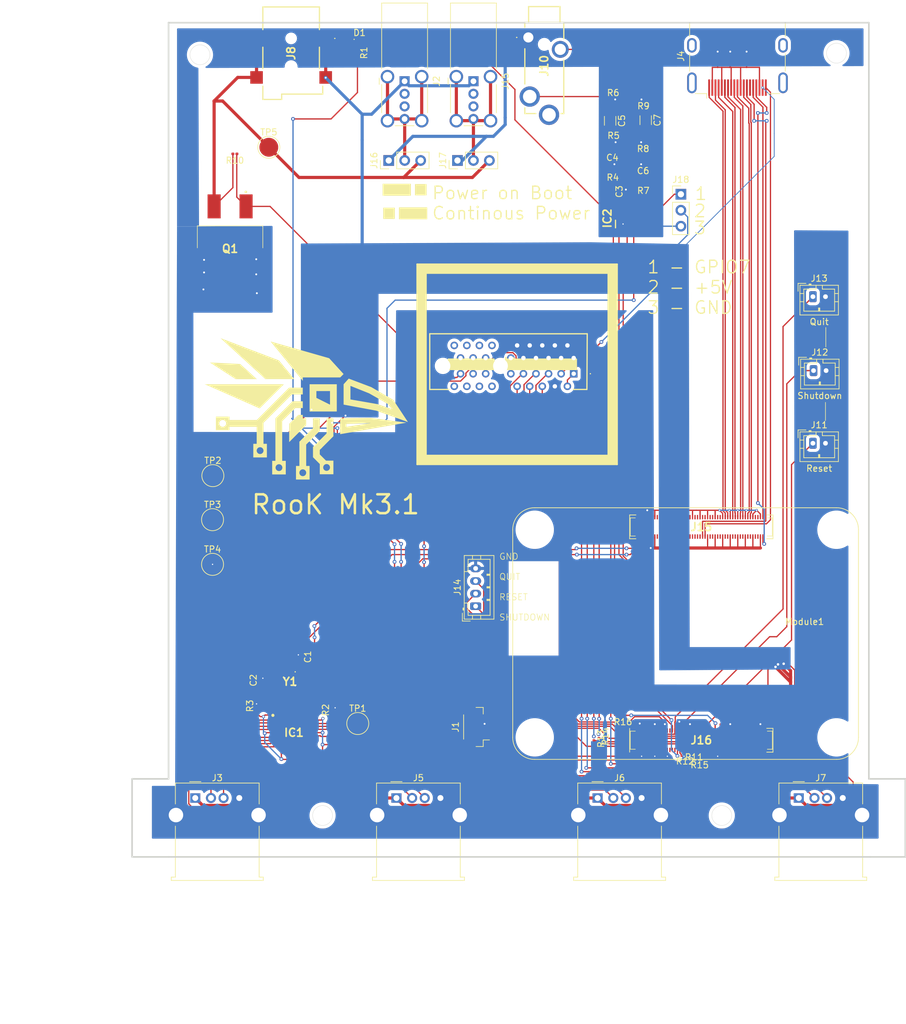
<source format=kicad_pcb>
(kicad_pcb (version 20240108) (generator "pcbnew") (generator_version "8.0")
  (layers (0 "F.Cu" signal) (31 "B.Cu" signal) (34 "B.Paste" user) (35 "F.Paste" user) (36 "B.SilkS" user "B.Silkscreen") (37 "F.SilkS" user "F.Silkscreen") (38 "B.Mask" user) (39 "F.Mask" user) (44 "Edge.Cuts" user))
  (net 0 "")
  (net 1 "Net-(D1-K)")
  (net 2 "3V3")
  (net 3 "GND")
  (net 4 "VCC")
  (net 5 "SD_DAT1")
  (net 6 "SD_DAT2")
  (net 7 "SD_DAT3")
  (net 8 "SD_CMD")
  (net 9 "SD_DAT0")
  (net 10 "SD_CLK")
  (net 11 "USB_D+")
  (net 12 "USB_D-")
  (net 13 "HDMI_D2+")
  (net 14 "HDMI_CEC")
  (net 16 "CARD_PRESENT")
  (net 17 "HDMI_D0+")
  (net 18 "HDMI_SCL")
  (net 19 "HDMI_D1+")
  (net 20 "HDMI_D1-")
  (net 21 "HDMI_SDA")
  (net 22 "HDMI_CK-")
  (net 23 "HDMI_CK+")
  (net 24 "HDMI_D0-")
  (net 25 "HDMI_D2-")
  (net 26 "HDMI_HEAC-")
  (net 27 "GPIO4")
  (net 44 "GPIO7")
  (net 76 "FAN_PWM")
  (net 89 "GPIO5")
  (net 103 "GPIO6")
  (net 115 "FAN_TACHO")
  (net 128 "LED_ACTIVITY")
  (net 156 "USB_XTAL_OUT")
  (net 157 "USB_XTAL_IN")
  (net 158 "Net-(IC1-USBDM_DN2{slash}PRT_DIS_M2)")
  (net 159 "USB_RBIAS")
  (net 160 "USB_CFG_SEL0")
  (net 161 "Net-(IC1-RESET_N)")
  (net 162 "Net-(IC1-USBDP_DN4{slash}PRT_DIS_P4)")
  (net 163 "Net-(IC1-USBDP_DN3{slash}PRT_DIS_P3)")
  (net 164 "Net-(IC1-USBDM_DN3{slash}PRT_DIS_M3)")
  (net 165 "Net-(IC1-USBDP_DN2{slash}PRT_DIS_P2)")
  (net 166 "Net-(IC1-USBDM_DN4{slash}PRT_DIS_M4)")
  (net 167 "Net-(IC1-USBDM_DN1{slash}PRT_DIS_M1)")
  (net 168 "Net-(IC1-USBDP_DN1{slash}PRT_DIS_P1)")
  (net 169 "GND_SUPPLY")
  (net 185 "Net-(C4-Pad1)")
  (net 186 "AUDIO_OUT_L")
  (net 187 "Net-(C6-Pad1)")
  (net 188 "AUDIO_OUT_R")
  (net 189 "AUDIO_L")
  (net 190 "AUDIO_R")
  (net 191 "Net-(IC2-Y2)")
  (net 192 "Net-(IC2-Y1)")
  (net 194 "Net-(Module1A-SD_DAT0)")
  (net 195 "Net-(Module1A-SD_CMD)")
  (net 196 "Net-(Module1A-SD_CLK)")
  (net 197 "Net-(Module1A-SD_DAT3)")
  (net 198 "Net-(Module1A-SD_DAT2)")
  (net 199 "Net-(Module1A-SD_DAT1)")
  (net 200 "Net-(J16-Pin_2)")
  (net 203 "Net-(J15-GND)")
  (footprint "Resistor_SMD:R_0201_0603Metric" (layer "F.Cu") (at 110.65 147.95 -90)
    (property "Reference" "R13")
    (property "Value" "33")
  )
  (footprint "TestPoint:TestPoint_Pad_D3.0mm" (layer "F.Cu") (at 50 113.15)
    (property "Reference" "TP3")
    (property "Value" "3V3")
  )
  (footprint "Capacitor_SMD:C_0201_0603Metric" (layer "F.Cu") (at 115.75 61 90)
    (property "Reference" "C3")
    (property "Value" "10nF")
  )
  (footprint "Connector_USB:USB_A_Molex_67643_Horizontal" (layer "F.Cu") (at 143.25 157.39)
    (property "Reference" "J7")
    (property "Value" "USB_A")
  )
  (footprint "Connector_PinHeader_2.54mm:PinHeader_1x03_P2.54mm_Vertical" (layer "F.Cu") (at 78.025 56.05 90)
    (property "Reference" "J16")
    (property "Value" "Conn_01x03_Pin")
  )
  (footprint "Connector_JST:JST_PH_B2B-PH-K_1x02_P2.00mm_Vertical" (layer "F.Cu") (at 145.5 101)
    (property "Reference" "J11")
    (property "Value" "Reset")
  )
  (footprint "Capacitor_SMD:C_1206_3216Metric" (layer "F.Cu") (at 118.9 49.65 -90)
    (property "Reference" "C7")
    (property "Value" "47uF")
  )
  (footprint "LIB_SJ3-35083B-TR:SJ335083BTR" (layer "F.Cu") (at 100.2345 36.4935 -90)
    (property "Reference" "J10")
    (property "Value" "SJ3-35083B-TR" (hide yes))
  )
  (footprint "CM4 Connector:DF40C100DS04V51" (layer "F.Cu") (at 127.75 148.2)
    (property "Reference" "J16")
    (property "Value" "DF40C100DS04V51" (hide yes))
  )
  (footprint "Connector_USB:USB_A_Wuerth_614004134726_Horizontal" (layer "F.Cu") (at 91.5 43.455 -90)
    (property "Reference" "J15")
    (property "Value" "USB_A")
  )
  (footprint "LIB_PJ-114AH-SMT-TR:PJ114AHSMTTR" (layer "F.Cu") (at 62.5 39 -90)
    (property "Reference" "J8")
    (property "Value" "PJ-114AH-SMT-TR" (hide yes))
  )
  (footprint "Resistor_SMD:R_0201_0603Metric" (layer "F.Cu") (at 118.53 59.805 180)
    (property "Reference" "R7")
    (property "Value" "220")
  )
  (footprint "Resistor_SMD:R_0201_0603Metric" (layer "F.Cu") (at 125.155 152.6)
    (property "Reference" "R12")
    (property "Value" "33")
  )
  (footprint "LIB_830108208209:830108208209" (layer "F.Cu") (at 62.325 138.887 180)
    (property "Reference" "Y1")
    (property "Value" "830108208209" (hide yes))
  )
  (footprint "Resistor_SMD:R_0201_0603Metric" (layer "F.Cu") (at 73.05 38.95 -90)
    (property "Reference" "R1")
    (property "Value" "1k")
  )
  (footprint "Connector_USB:USB_A_Molex_67643_Horizontal" (layer "F.Cu") (at 79.25 157.39)
    (property "Reference" "J5")
    (property "Value" "USB_A")
  )
  (footprint "Connector_JST:JST_PH_B2B-PH-K_1x02_P2.00mm_Vertical" (layer "F.Cu") (at 145.5 77.7)
    (property "Reference" "J13")
    (property "Value" "Quit")
  )
  (footprint "TestPoint:TestPoint_Pad_D3.0mm" (layer "F.Cu") (at 50 120.25)
    (property "Reference" "TP4")
    (property "Value" "GND")
  )
  (footprint "Resistor_SMD:R_0201_0603Metric" (layer "F.Cu") (at 113.795 53.15)
    (property "Reference" "R5")
    (property "Value" "100")
  )
  (footprint "LIB_NC7WZ16P6X:SOT65P210X110-6N" (layer "F.Cu") (at 115.3 65.2 90)
    (property "Reference" "IC2")
    (property "Value" "NC7WZ16P6X" (hide yes))
  )
  (footprint "Resistor_SMD:R_0201_0603Metric" (layer "F.Cu") (at 113.73 46.35)
    (property "Reference" "R6")
    (property "Value" "1.8k")
  )
  (footprint "CM4IO:Raspberry-Pi-4-Compute-Module" (layer "F.Cu") (at 149.25 147.75 90)
    (property "Reference" "Module1")
    (property "Value" "ComputeModule4-CM4")
  )
  (footprint "LED_SMD:LED_0201_0603Metric" (layer "F.Cu") (at 73.38 36.8)
    (property "Reference" "D1")
    (property "Value" "GREEN")
  )
  (footprint "Capacitor_SMD:C_0201_0603Metric" (layer "F.Cu") (at 118.495 56.65 180)
    (property "Reference" "C6")
    (property "Value" "100nF")
  )
  (footprint "Resistor_SMD:R_0201_0603Metric" (layer "F.Cu") (at 118.495 53.15 180)
    (property "Reference" "R8")
    (property "Value" "100")
  )
  (footprint "Resistor_SMD:R_0201_0603Metric" (layer "F.Cu") (at 127.48 153.2)
    (property "Reference" "R15")
    (property "Value" "33")
  )
  (footprint "TestPoint:TestPoint_Pad_D3.0mm" (layer "F.Cu") (at 73.1 145.55)
    (property "Reference" "TP1")
    (property "Value" "USB RESET_N")
  )
  (footprint "Resistor_SMD:R_0201_0603Metric" (layer "F.Cu") (at 118.55 46.35 180)
    (property "Reference" "R9")
    (property "Value" "1.8k")
  )
  (footprint "Resistor_SMD:R_0201_0603Metric" (layer "F.Cu") (at 126.6 151.95)
    (property "Reference" "R11")
    (property "Value" "33")
  )
  (footprint "Connector_USB:USB_A_Wuerth_614004134726_Horizontal" (layer "F.Cu") (at 80.55 43.455 -90)
    (property "Reference" "J2")
    (property "Value" "USB_A")
  )
  (footprint "Resistor_SMD:R_0201_0603Metric" (layer "F.Cu") (at 53.555 55 180)
    (property "Reference" "R10")
    (property "Value" "10k")
  )
  (footprint "Connector_JST:JST_PH_B2B-PH-K_1x02_P2.00mm_Vertical" (layer "F.Cu") (at 145.6 89.45)
    (property "Reference" "J12")
    (property "Value" "Shutdown")
  )
  (footprint "Capacitor_SMD:C_0201_0603Metric" (layer "F.Cu") (at 63.65 134.955 -90)
    (property "Reference" "C1")
    (property "Value" "14pF" (hide yes))
  )
  (footprint "TestPoint:TestPoint_Pad_D3.0mm" (layer "F.Cu") (at 58.95 53.95)
    (property "Reference" "TP5")
    (property "Value" "GND_SUPPLY")
  )
  (footprint "Connector_USB:USB_A_Molex_67643_Horizontal" (layer "F.Cu") (at 111.25 157.39)
    (property "Reference" "J6")
    (property "Value" "USB_A")
  )
  (footprint "Connector_PinHeader_2.54mm:PinHeader_1x03_P2.54mm_Vertical" (layer "F.Cu") (at 88.96 56.05 90)
    (property "Reference" "J17")
    (property "Value" "Conn_01x03_Pin")
  )
  (footprint "Capacitor_SMD:C_0201_0603Metric" (layer "F.Cu") (at 113.605 56.65)
    (property "Reference" "C4")
    (property "Value" "100nF")
  )
  (footprint "LIB_1871058-1:18710581" (layer "F.Cu") (at 107.45 89.949997 180)
    (property "Reference" "J9")
    (property "Value" "1871058-1" (hide yes))
  )
  (footprint "Connector_Video:HDMI_A_Molex_208658-1001_Horizontal" (layer "F.Cu") (at 133.5 41.185 90)
    (property "Reference" "J4")
    (property "Value" "HDMI_A_1.4")
  )
  (footprint "LIB_IRLZ34NSTRLPBF:IRF2804STRLPBF" (layer "F.Cu") (at 52.79 68.1 180)
    (property "Reference" "Q1")
    (property "Value" "IRLZ34NSTRLPBF" (hide yes))
  )
  (footprint "Connector_JST:JST_PH_B4B-PH-K_1x04_P2.00mm_Vertical" (layer "F.Cu") (at 91.85 126.9 90)
    (property "Reference" "J14")
    (property "Value" "Keys")
  )
  (footprint "TestPoint:TestPoint_Pad_D3.0mm" (layer "F.Cu") (at 50.05 106.15)
    (property "Reference" "TP2")
    (property "Value" "VCC")
  )
  (footprint "Resistor_SMD:R_0201_0603Metric" (layer "F.Cu") (at 111.45 147.6 -90)
    (property "Reference" "R14")
    (property "Value" "33")
  )
  (footprint "Resistor_SMD:R_0201_0603Metric" (layer "F.Cu") (at 113.67 59.805)
    (property "Reference" "R4")
    (property "Value" "220")
  )
  (footprint "Connector_USB:USB_A_Molex_67643_Horizontal" (layer "F.Cu") (at 47.25 157.39)
    (property "Reference" "J3")
    (property "Value" "USB_A")
  )
  (footprint "Connector_JST:JST_SH_BM04B-SRSS-TB_1x04-1MP_P1.00mm_Vertical" (layer "F.Cu") (at 91.95 146.1 90)
    (property "Reference" "J1")
    (property "Value" "Conn_01x04_Socket")
  )
  (footprint "Resistor_SMD:R_0201_0603Metric" (layer "F.Cu") (at 115.3 144.25 180)
    (property "Reference" "R16")
    (property "Value" "33")
  )
  (footprint "Connector_PinHeader_2.54mm:PinHeader_1x03_P2.54mm_Vertical" (layer "F.Cu") (at 124.5 61.42)
    (property "Reference" "J18")
    (property "Value" "Conn_01x03_Pin")
  )
  (footprint "Resistor_SMD:R_0201_0603Metric" (layer "F.Cu") (at 69.5 143.405 90)
    (property "Reference" "R2")
    (property "Value" "100k" (hide yes))
  )
  (footprint "Capacitor_SMD:C_1206_3216Metric" (layer "F.Cu") (at 113.25 49.75 -90)
    (property "Reference" "C5")
    (property "Value" "47uF")
  )
  (footprint "Capacitor_SMD:C_0201_0603Metric" (layer "F.Cu") (at 58 138.68 90)
    (property "Reference" "C2")
    (property "Value" "14pF" (hide yes))
  )
  (footprint "CM4 Connector:DF40C100DS04V51" (layer "F.Cu") (at 127.75 114.3)
    (property "Reference" "J15")
    (property "Value" "DF40C100DS04V51" (hide yes))
  )
  (footprint "Resistor_SMD:R_0201_0603Metric" (layer "F.Cu") (at 57 142.75 90)
    (property "Reference" "R3")
    (property "Value" "12k (+/- 1%)" (hide yes))
  )
  (footprint "LIB_USB2514B_M2:QFN50P600X600X100-37N-D" (layer "F.Cu") (at 62.95 147)
    (property "Reference" "IC1")
    (property "Value" "USB2514B_M2" (hide yes))
  )
  (gr_line (start 96.65022 89.25) (end 96.65022 87.649999) (stroke (width 0.249999) (color 33 37 41 1)) (layer "F.SilkS"))
  (gr_line (start 114.349997 72.55) (end 114.349997 104.349998) (stroke (width 0.249999) (color 33 37 41 1)) (layer "F.SilkS"))
  (gr_poly (pts (xy 54.4 88.4) (xy 57.050427 90.809659) (xy 53.676892 90.809659) (xy 49.580676 88.159239)) (stroke (width -0.000001)) (fill solid) (layer "F.SilkS"))
  (gr_poly (pts (xy 114.349997 104.349998) (xy 82.55 104.349998) (xy 82.55 102.949997) (xy 83.95 102.949997) (xy 112.949996 102.949997) (xy 112.949996 73.95) (xy 83.95 73.95) (xy 83.95 102.949997) (xy 82.55 102.949997) (xy 82.55 72.55) (xy 114.349997 72.55)) (stroke (width 0.024999) (color 33 37 41 1)) (fill solid) (layer "F.SilkS"))
  (gr_poly (pts (xy 60.567001 87.833966) (xy 63.001819 90.805538) (xy 58.403052 90.805538) (xy 51.274234 84.292647)) (stroke (width -0.000001)) (fill solid) (layer "F.SilkS"))
  (gr_rect (start 82.25 59.85) (end 84 61.55) (stroke (width 0.1)) (fill solid) (layer "F.SilkS"))
  (gr_line (start 83.95 73.95) (end 83.95 102.949997) (stroke (width 0.249999) (color 33 37 41 1)) (layer "F.SilkS"))
  (gr_line (start 82.55 72.55) (end 114.349997 72.55) (stroke (width 0.249999) (color 33 37 41 1)) (layer "F.SilkS"))
  (gr_poly (pts (xy 94.75022 89.25) (xy 87.5502 89.25) (xy 87.5502 87.649999) (xy 94.75022 87.649999)) (stroke (width 0.024999) (color 33 37 41 1)) (fill solid) (layer "F.SilkS"))
  (gr_poly (pts (xy 57.491955 95.468247) (xy 48.762335 91.621405) (xy 61.345764 91.621405)) (stroke (width -0.000001)) (fill solid) (layer "F.SilkS"))
  (gr_poly (pts (xy 75.257907 92.081485) (xy 78.758005 94.110013) (xy 81.084384 97.630515) (xy 76.047384 95.82316) (xy 70.846719 94.858805) (xy 70.846719 94.034983) (xy 71.936325 94.034983) (xy 76.271652 94.788346) (xy 78.52095 95.566532) (xy 77.891427 94.767899) (xy 74.914084 93.073053) (xy 71.936325 91.881952) (xy 71.936325 94.034983) (xy 70.846719 94.034983) (xy 70.846719 91.621405) (xy 71.662582 90.722675)) (stroke (width -0.000001)) (fill solid) (layer "F.SilkS"))
  (gr_poly (pts (xy 64.354443 93.244391) (xy 62.620474 93.244391) (xy 58.104159 97.76091) (xy 58.104159 101.089255) (xy 58.645044 101.089255) (xy 58.645044 103.253333) (xy 56.481088 103.253333) (xy 56.481088 102.171274) (xy 57.021979 102.171274) (xy 57.022683 102.199098) (xy 57.024774 102.226558) (xy 57.028217 102.253621) (xy 57.032977 102.280253) (xy 57.039022 102.306419) (xy 57.046317 102.332086) (xy 57.054827 102.357219) (xy 57.064518 102.381785) (xy 57.075357 102.405748) (xy 57.08731 102.429075) (xy 57.100341 102.451733) (xy 57.114418 102.473686) (xy 57.129505 102.4949) (xy 57.145569 102.515343) (xy 57.162576 102.534978) (xy 57.180492 102.553773) (xy 57.199282 102.571694) (xy 57.218912 102.588705) (xy 57.239348 102.604773) (xy 57.260557 102.619864) (xy 57.282504 102.633944) (xy 57.305154 102.646978) (xy 57.328474 102.658933) (xy 57.35243 102.669775) (xy 57.376987 102.679468) (xy 57.402111 102.68798) (xy 57.427769 102.695276) (xy 57.453926 102.701322) (xy 57.480548 102.706084) (xy 57.507601 102.709527) (xy 57.535051 102.711619) (xy 57.562863 102.712323) (xy 57.590713 102.711619) (xy 57.618197 102.709527) (xy 57.645283 102.706084) (xy 57.671936 102.701322) (xy 57.698121 102.695276) (xy 57.723805 102.68798) (xy 57.748955 102.679468) (xy 57.773534 102.669775) (xy 57.797511 102.658933) (xy 57.82085 102.646978) (xy 57.843518 102.633944) (xy 57.86548 102.619864) (xy 57.886703 102.604773) (xy 57.907153 102.588705) (xy 57.926794 102.571694) (xy 57.945595 102.553773) (xy 57.963519 102.534978) (xy 57.980534 102.515343) (xy 57.996605 102.4949) (xy 58.011698 102.473686) (xy 58.02578 102.451733) (xy 58.038816 102.429075) (xy 58.050771 102.405748) (xy 58.061613 102.381785) (xy 58.071307 102.357219) (xy 58.079819 102.332086) (xy 58.087114 102.306419) (xy 58.09316 102.280253) (xy 58.097921 102.253621) (xy 58.101364 102.226558) (xy 58.103455 102.199098) (xy 58.104159 102.171274) (xy 58.103455 102.14345) (xy 58.101364 102.11599) (xy 58.097921 102.088927) (xy 58.09316 102.062296) (xy 58.087114 102.03613) (xy 58.079819 102.010465) (xy 58.071307 101.985333) (xy 58.061613 101.960768) (xy 58.050771 101.936806) (xy 58.038816 101.91348) (xy 58.02578 101.890825) (xy 58.011698 101.868874) (xy 57.996605 101.847661) (xy 57.980534 101.82722) (xy 57.963519 101.807586) (xy 57.945595 101.788793) (xy 57.926794 101.770875) (xy 57.907153 101.753866) (xy 57.886703 101.737799) (xy 57.86548 101.72271) (xy 57.843518 101.708632) (xy 57.82085 101.6956) (xy 57.797511 101.683646) (xy 57.773534 101.672806) (xy 57.748955 101.663114) (xy 57.723805 101.654603) (xy 57.698121 101.647309) (xy 57.671936 101.641264) (xy 57.645283 101.636503) (xy 57.618197 101.63306) (xy 57.590713 101.630969) (xy 57.562863 101.630264) (xy 57.535051 101.630969) (xy 57.507601 101.63306) (xy 57.480548 101.636503) (xy 57.453926 101.641264) (xy 57.427769 101.647309) (xy 57.402111 101.654603) (xy 57.376987 101.663114) (xy 57.35243 101.672806) (xy 57.328474 101.683646) (xy 57.305154 101.6956) (xy 57.282504 101.708632) (xy 57.260557 101.72271) (xy 57.239348 101.737799) (xy 57.218912 101.753866) (xy 57.199282 101.770875) (xy 57.180492 101.788793) (xy 57.162576 101.807586) (xy 57.145569 101.82722) (xy 57.129505 101.847661) (xy 57.114418 101.868874) (xy 57.100341 101.890825) (xy 57.08731 101.91348) (xy 57.075357 101.936806) (xy 57.064518 101.960768) (xy 57.054827 101.985333) (xy 57.046317 102.010465) (xy 57.039022 102.03613) (xy 57.032977 102.062296) (xy 57.028217 102.088927) (xy 57.024774 102.11599) (xy 57.022683 102.14345) (xy 57.021979 102.171274) (xy 56.481088 102.171274) (xy 56.481088 101.089255) (xy 57.021979 101.089255) (xy 57.021979 98.384125) (xy 52.693652 98.384125) (xy 52.693652 98.925135) (xy 50.529693 98.925135) (xy 50.529693 97.843115) (xy 51.070584 97.843115) (xy 51.071288 97.870939) (xy 51.073379 97.898399) (xy 51.076822 97.925461) (xy 51.081583 97.952093) (xy 51.087629 97.978258) (xy 51.094924 98.003924) (xy 51.103436 98.029056) (xy 51.113129 98.05362) (xy 51.123971 98.077582) (xy 51.135927 98.100908) (xy 51.148962 98.123563) (xy 51.163043 98.145515) (xy 51.178137 98.166728) (xy 51.194208 98.187168) (xy 51.211222 98.206802) (xy 51.229147 98.225595) (xy 51.247947 98.243513) (xy 51.267589 98.260523) (xy 51.288038 98.276589) (xy 51.309261 98.291678) (xy 51.331223 98.305757) (xy 51.353891 98.318789) (xy 51.377231 98.330743) (xy 51.401208 98.341583) (xy 51.425788 98.351275) (xy 51.450937 98.359786) (xy 51.476622 98.367081) (xy 51.502808 98.373126) (xy 51.529461 98.377887) (xy 51.556547 98.38133) (xy 51.584033 98.38342) (xy 51.611883 98.384125) (xy 51.639695 98.38342) (xy 51.667145 98.38133) (xy 51.694197 98.377887) (xy 51.720819 98.373126) (xy 51.746976 98.367081) (xy 51.772634 98.359786) (xy 51.797758 98.351275) (xy 51.822315 98.341583) (xy 51.846271 98.330743) (xy 51.869591 98.318789) (xy 51.892241 98.305757) (xy 51.914188 98.291678) (xy 51.935397 98.276589) (xy 51.955833 98.260523) (xy 51.975463 98.243513) (xy 51.994253 98.225595) (xy 52.012169 98.206802) (xy 52.029176 98.187168) (xy 52.04524 98.166728) (xy 52.060328 98.145515) (xy 52.074404 98.123563) (xy 52.087436 98.100908) (xy 52.099388 98.077582) (xy 52.110227 98.05362) (xy 52.119919 98.029056) (xy 52.128429 98.003924) (xy 52.135724 97.978258) (xy 52.141769 97.952093) (xy 52.14653 97.925461) (xy 52.149972 97.898399) (xy 52.152063 97.870939) (xy 52.152768 97.843115) (xy 52.152063 97.815292) (xy 52.149972 97.787832) (xy 52.14653 97.760768) (xy 52.141769 97.734136) (xy 52.135724 97.70797) (xy 52.128429 97.682303) (xy 52.119919 97.65717) (xy 52.110227 97.632604) (xy 52.099388 97.608641) (xy 52.087436 97.585313) (xy 52.074404 97.562656) (xy 52.060328 97.540703) (xy 52.04524 97.519488) (xy 52.029176 97.499046) (xy 52.012169 97.47941) (xy 51.994253 97.460615) (xy 51.975463 97.442694) (xy 51.955833 97.425683) (xy 51.935397 97.409615) (xy 51.914188 97.394523) (xy 51.892241 97.380443) (xy 51.869591 97.367409) (xy 51.846271 97.355454) (xy 51.822315 97.344612) (xy 51.797758 97.334918) (xy 51.772634 97.326406) (xy 51.746976 97.31911) (xy 51.720819 97.313064) (xy 51.694197 97.308302) (xy 51.667145 97.304859) (xy 51.639695 97.302768) (xy 51.611883 97.302063) (xy 51.584033 97.302768) (xy 51.556547 97.304859) (xy 51.529461 97.308302) (xy 51.502808 97.313064) (xy 51.476622 97.31911) (xy 51.450937 97.326406) (xy 51.425788 97.334918) (xy 51.401208 97.344612) (xy 51.377231 97.355454) (xy 51.353891 97.367409) (xy 51.331223 97.380443) (xy 51.309261 97.394523) (xy 51.288038 97.409615) (xy 51.267589 97.425683) (xy 51.247947 97.442694) (xy 51.229147 97.460615) (xy 51.211222 97.47941) (xy 51.194208 97.499046) (xy 51.178137 97.519488) (xy 51.163043 97.540703) (xy 51.148962 97.562656) (xy 51.135927 97.585313) (xy 51.123971 97.608641) (xy 51.113129 97.632604) (xy 51.103436 97.65717) (xy 51.094924 97.682303) (xy 51.087629 97.70797) (xy 51.081583 97.734136) (xy 51.076822 97.760768) (xy 51.073379 97.787832) (xy 51.071288 97.815292) (xy 51.070584 97.843115) (xy 50.529693 97.843115) (xy 50.529693 96.761057) (xy 52.693652 96.761057) (xy 52.693652 97.302063) (xy 57.032693 97.302063) (xy 62.172348 92.16229) (xy 62.190072 92.180017) (xy 62.190072 92.16229) (xy 64.354443 92.16229)) (stroke (width -0.000001)) (fill solid) (layer "F.SilkS"))
  (gr_line (start 147.5 94.5) (end 147.5 97.4) (stroke (width 0.1)) (layer "F.SilkS"))
  (gr_poly (pts (xy 64.354443 97.031583) (xy 64.895328 97.031583) (xy 64.895328 98.113599) (xy 62.188012 100.818729) (xy 62.196667 97.897574) (xy 63.647412 96.490531) (xy 64.354443 96.490531)) (stroke (width -0.000001)) (fill solid) (layer "F.SilkS"))
  (gr_poly (pts (xy 94.75022 89.25) (xy 87.5502 89.25) (xy 87.5502 87.649999) (xy 94.75022 87.649999)) (stroke (width -0.000001)) (fill solid) (layer "F.SilkS"))
  (gr_poly (pts (xy 64.354443 95.408472) (xy 63.166305 95.408472) (xy 61.079443 97.495127) (xy 61.079443 103.794385) (xy 61.649188 103.794385) (xy 61.649188 105.958463) (xy 59.485232 105.958463) (xy 59.485232 104.876404) (xy 60.026117 104.876404) (xy 60.026821 104.904228) (xy 60.028912 104.931688) (xy 60.032355 104.958752) (xy 60.037116 104.985384) (xy 60.04316 105.01155) (xy 60.050455 105.037217) (xy 60.058965 105.062351) (xy 60.068657 105.086916) (xy 60.079496 105.11088) (xy 60.091448 105.134207) (xy 60.104479 105.156865) (xy 60.118556 105.178818) (xy 60.133643 105.200033) (xy 60.149708 105.220475) (xy 60.166715 105.240111) (xy 60.18463 105.258906) (xy 60.20342 105.276826) (xy 60.22305 105.293838) (xy 60.243487 105.309906) (xy 60.264695 105.324997) (xy 60.286642 105.339077) (xy 60.309292 105.352111) (xy 60.332612 105.364066) (xy 60.356568 105.374908) (xy 60.381125 105.384602) (xy 60.40625 105.393113) (xy 60.431907 105.400409) (xy 60.458064 105.406455) (xy 60.484686 105.411217) (xy 60.511739 105.414661) (xy 60.539189 105.416752) (xy 60.567001 105.417456) (xy 60.594851 105.416752) (xy 60.622336 105.414661) (xy 60.649421 105.411217) (xy 60.676074 105.406455) (xy 60.70226 105.400409) (xy 60.727944 105.393113) (xy 60.753093 105.384602) (xy 60.777674 105.374908) (xy 60.80165 105.364066) (xy 60.82499 105.352111) (xy 60.847658 105.339077) (xy 60.86962 105.324997) (xy 60.890844 105.309906) (xy 60.911293 105.293838) (xy 60.930935 105.276826) (xy 60.949736 105.258906) (xy 60.967661 105.240111) (xy 60.984676 105.220475) (xy 61.000747 105.200033) (xy 61.015841 105.178818) (xy 61.029923 105.156865) (xy 61.042958 105.134207) (xy 61.054914 105.11088) (xy 61.065756 105.086916) (xy 61.07545 105.062351) (xy 61.083962 105.037217) (xy 61.091258 105.01155) (xy 61.097304 104.985384) (xy 61.102065 104.958752) (xy 61.105508 104.931688) (xy 61.107599 104.904228) (xy 61.108304 104.876404) (xy 61.107599 104.848581) (xy 61.105508 104.821121) (xy 61.102065 104.794058) (xy 61.097304 104.767427) (xy 61.091258 104.741261) (xy 61.083962 104.715595) (xy 61.07545 104.690463) (xy 61.065756 104.665899) (xy 61.054914 104.641937) (xy 61.042958 104.618611) (xy 61.029923 104.595955) (xy 61.015841 104.574004) (xy 61.000747 104.552791) (xy 60.984676 104.53235) (xy 60.967661 104.512716) (xy 60.949736 104.493923) (xy 60.930935 104.476005) (xy 60.911293 104.458995) (xy 60.890844 104.442928) (xy 60.86962 104.427839) (xy 60.847658 104.413761) (xy 60.82499 104.400728) (xy 60.80165 104.388774) (xy 60.777674 104.377934) (xy 60.753093 104.368242) (xy 60.727944 104.359731) (xy 60.70226 104.352436) (xy 60.676074 104.346391) (xy 60.649421 104.34163) (xy 60.622336 104.338187) (xy 60.594851 104.336096) (xy 60.567001 104.335391) (xy 60.539189 104.336096) (xy 60.511739 104.338187) (xy 60.484686 104.34163) (xy 60.458064 104.346391) (xy 60.431907 104.352436) (xy 60.40625 104.359731) (xy 60.381125 104.368242) (xy 60.356568 104.377934) (xy 60.332612 104.388774) (xy 60.309292 104.400728) (xy 60.286642 104.413761) (xy 60.264695 104.427839) (xy 60.243487 104.442928) (xy 60.22305 104.458995) (xy 60.20342 104.476005) (xy 60.18463 104.493923) (xy 60.166715 104.512716) (xy 60.149708 104.53235) (xy 60.133643 104.552791) (xy 60.118556 104.574004) (xy 60.104479 104.595955) (xy 60.091448 104.618611) (xy 60.079496 104.641937) (xy 60.068657 104.665899) (xy 60.058965 104.690463) (xy 60.050455 104.715595) (xy 60.04316 104.741261) (xy 60.037116 104.767427) (xy 60.032355 104.794058) (xy 60.028912 104.821121) (xy 60.026821 104.848581) (xy 60.026117 104.876404) (xy 59.485232 104.876404) (xy 59.485232 103.794385) (xy 59.997674 103.794385) (xy 59.997674 97.031583) (xy 60.012927 97.031583) (xy 62.718179 94.32645) (xy 62.731372 94.33956) (xy 62.731372 94.32645) (xy 64.354443 94.32645)) (stroke (width -0.000001)) (fill solid) (layer "F.SilkS"))
  (gr_poly (pts (xy 69.223648 99.900089) (xy 69.212933 99.900089) (xy 67.059277 102.053534) (xy 67.059277 102.774085) (xy 68.049533 103.764084) (xy 69.223648 103.764084) (xy 69.223648 105.928162) (xy 67.059277 105.928162) (xy 67.059277 104.8461) (xy 67.600583 104.8461) (xy 67.601287 104.873924) (xy 67.603378 104.901384) (xy 67.606821 104.928448) (xy 67.611582 104.95508) (xy 67.617626 104.981247) (xy 67.624921 105.006914) (xy 67.633431 105.032047) (xy 67.643123 105.056612) (xy 67.653962 105.080576) (xy 67.665914 105.103903) (xy 67.678945 105.126561) (xy 67.693022 105.148514) (xy 67.708109 105.169729) (xy 67.724174 105.190171) (xy 67.74118 105.209807) (xy 67.759096 105.228602) (xy 67.777886 105.246522) (xy 67.797516 105.263534) (xy 67.817953 105.279602) (xy 67.839161 105.294693) (xy 67.861108 105.308773) (xy 67.883758 105.321807) (xy 67.907078 105.333762) (xy 67.931034 105.344604) (xy 67.955591 105.354298) (xy 67.980716 105.362809) (xy 68.006373 105.370105) (xy 68.03253 105.376151) (xy 68.059152 105.380913) (xy 68.086205 105.384357) (xy 68.113655 105.386448) (xy 68.141467 105.387152) (xy 68.169279 105.386448) (xy 68.196729 105.384357) (xy 68.223782 105.380913) (xy 68.250404 105.376151) (xy 68.276561 105.370105) (xy 68.302219 105.362809) (xy 68.327343 105.354298) (xy 68.3519 105.344604) (xy 68.375856 105.333762) (xy 68.399176 105.321807) (xy 68.421826 105.308773) (xy 68.443773 105.294693) (xy 68.464982 105.279602) (xy 68.485418 105.263534) (xy 68.505048 105.246522) (xy 68.523838 105.228602) (xy 68.541754 105.209807) (xy 68.558761 105.190171) (xy 68.574825 105.169729) (xy 68.589912 105.148514) (xy 68.603989 105.126561) (xy 68.61702 105.103903) (xy 68.628973 105.080576) (xy 68.639812 105.056612) (xy 68.649503 105.032047) (xy 68.658013 105.006914) (xy 68.665308 104.981247) (xy 68.671353 104.95508) (xy 68.676113 104.928448) (xy 68.679556 104.901384) (xy 68.681647 104.873924) (xy 68.682351 104.8461) (xy 68.681647 104.818277) (xy 68.679556 104.790817) (xy 68.676113 104.763754) (xy 68.671353 104.737123) (xy 68.665308 104.710957) (xy 68.658013 104.685292) (xy 68.649503 104.66016) (xy 68.639812 104.635596) (xy 68.628973 104.611634) (xy 68.61702 104.588308) (xy 68.603989 104.565652) (xy 68.589912 104.543701) (xy 68.574825 104.522488) (xy 68.558761 104.502048) (xy 68.541754 104.482414) (xy 68.523838 104.463621) (xy 68.505048 104.445702) (xy 68.485418 104.428693) (xy 68.464982 104.412626) (xy 68.443773 104.397537) (xy 68.421826 104.383459) (xy 68.399176 104.370426) (xy 68.375856 104.358473) (xy 68.3519 104.347633) (xy 68.327343 104.33794) (xy 68.302219 104.32943) (xy 68.276561 104.322135) (xy 68.250404 104.31609) (xy 68.223782 104.311329) (xy 68.196729 104.307886) (xy 68.169279 104.305795) (xy 68.141467 104.305091) (xy 68.113655 104.305795) (xy 68.086205 104.307886) (xy 68.059152 104.311329) (xy 68.03253 104.31609) (xy 68.006373 104.322135) (xy 67.980716 104.32943) (xy 67.955591 104.33794) (xy 67.931034 104.347633) (xy 67.907078 104.358473) (xy 67.883758 104.370426) (xy 67.861108 104.383459) (xy 67.839161 104.397537) (xy 67.817953 104.412626) (xy 67.797516 104.428693) (xy 67.777886 104.445702) (xy 67.759096 104.463621) (xy 67.74118 104.482414) (xy 67.724174 104.502048) (xy 67.708109 104.522488) (xy 67.693022 104.543701) (xy 67.678945 104.565652) (xy 67.665914 104.588308) (xy 67.653962 104.611634) (xy 67.643123 104.635596) (xy 67.633431 104.66016) (xy 67.624921 104.685292) (xy 67.617626 104.710957) (xy 67.611582 104.737123) (xy 67.606821 104.763754) (xy 67.603378 104.790817) (xy 67.601287 104.818277) (xy 67.600583 104.8461) (xy 67.059277 104.8461) (xy 67.059277 104.304352) (xy 65.978335 103.223032) (xy 65.977508 103.223032) (xy 65.977508 101.620697) (xy 65.969681 101.613034) (xy 65.977508 101.605322) (xy 65.977508 101.539731) (xy 66.04306 101.539731) (xy 68.141467 99.441245) (xy 68.141467 97.031583) (xy 69.223648 97.031583)) (stroke (width -0.000001)) (fill solid) (layer "F.SilkS"))
  (gr_rect (start 77.1 59.8) (end 81.5 61.6) (stroke (width 0.1)) (fill solid) (layer "F.SilkS"))
  (gr_line (start 114.349997 104.349998) (end 82.55 104.349998) (stroke (width 0.249999) (color 33 37 41 1)) (layer "F.SilkS"))
  (gr_poly (pts (xy 69.764532 95.949518) (xy 65.436212 95.949518) (xy 65.436212 93.785398) (xy 66.518393 93.785398) (xy 68.682351 94.867459) (xy 68.682351 92.703382) (xy 66.518393 92.703382) (xy 66.518393 93.785398) (xy 65.436212 93.785398) (xy 65.436212 91.621405) (xy 69.764532 91.621405)) (stroke (width -0.000001)) (fill solid) (layer "F.SilkS"))
  (gr_rect (start 79.7 63.55) (end 84.1 65.35) (stroke (width 0.1)) (fill solid) (layer "F.SilkS"))
  (gr_line (start 94.75022 87.649999) (end 94.75022 89.25) (stroke (width 0.249999) (color 33 37 41 1)) (layer "F.SilkS"))
  (gr_poly (pts (xy 68.5496 87.482308) (xy 70.846719 89.998335) (xy 70.305417 90.53922) (xy 64.354443 90.53922) (xy 64.354443 91.080104) (xy 59.232516 84.820345)) (stroke (width -0.000001)) (fill solid) (layer "F.SilkS"))
  (gr_line (start 107.850219 87.649999) (end 96.65022 87.649999) (stroke (width 0.249999) (color 33 37 41 1)) (layer "F.SilkS"))
  (gr_line (start 87.5502 89.25) (end 87.5502 87.649999) (stroke (width 0.249999) (color 33 37 41 1)) (layer "F.SilkS"))
  (gr_line (start 82.55 104.349998) (end 82.55 72.55) (stroke (width 0.249999) (color 33 37 41 1)) (layer "F.SilkS"))
  (gr_poly (pts (xy 80.848581 97.725168) (xy 70.305417 99.557788) (xy 70.305417 97.928577) (xy 71.29526 97.928577) (xy 71.29526 98.386643) (xy 75.188644 97.791129) (xy 71.29526 97.928577) (xy 70.305417 97.928577) (xy 70.305417 97.031583) (xy 75.174637 96.977451)) (stroke (width -0.000001)) (fill solid) (layer "F.SilkS"))
  (gr_poly (pts (xy 107.850219 89.25) (xy 96.65022 89.25) (xy 96.65022 87.649999) (xy 107.850219 87.649999)) (stroke (width 0.024999) (color 33 37 41 1)) (fill solid) (layer "F.SilkS"))
  (gr_line (start 94.75022 87.649999) (end 87.5502 87.649999) (stroke (width 0.249999) (color 33 37 41 1)) (layer "F.SilkS"))
  (gr_line (start 112.949996 102.949997) (end 112.949996 73.95) (stroke (width 0.249999) (color 33 37 41 1)) (layer "F.SilkS"))
  (gr_poly (pts (xy 107.850219 89.25) (xy 96.65022 89.25) (xy 96.65022 87.649999) (xy 107.850219 87.649999)) (stroke (width -0.000001)) (fill solid) (layer "F.SilkS"))
  (gr_line (start 147.55 82.6) (end 147.55 85.7) (stroke (width 0.1)) (layer "F.SilkS"))
  (gr_line (start 107.850219 87.649999) (end 107.850219 89.25) (stroke (width 0.249999) (color 33 37 41 1)) (layer "F.SilkS"))
  (gr_line (start 94.75022 89.25) (end 87.5502 89.25) (stroke (width 0.249999) (color 33 37 41 1)) (layer "F.SilkS"))
  (gr_rect (start 77.2 63.6) (end 78.95 65.3) (stroke (width 0.1)) (fill solid) (layer "F.SilkS"))
  (gr_line (start 107.850219 89.25) (end 96.65022 89.25) (stroke (width 0.249999) (color 33 37 41 1)) (layer "F.SilkS"))
  (gr_poly (pts (xy 67.059277 99.038382) (xy 67.058459 99.038382) (xy 67.059277 99.039331) (xy 64.895328 101.203409) (xy 64.895328 104.605918) (xy 65.436212 104.605918) (xy 65.436212 106.769998) (xy 63.272256 106.769998) (xy 63.272256 105.68794) (xy 63.813141 105.68794) (xy 63.813845 105.715763) (xy 63.815936 105.743224) (xy 63.819379 105.770287) (xy 63.824141 105.796918) (xy 63.830186 105.823085) (xy 63.837482 105.848752) (xy 63.845994 105.873885) (xy 63.855688 105.89845) (xy 63.86653 105.922414) (xy 63.878486 105.945741) (xy 63.891522 105.968398) (xy 63.905603 105.990351) (xy 63.920697 106.011566) (xy 63.936768 106.032008) (xy 63.953784 106.051644) (xy 63.971708 106.070439) (xy 63.990509 106.088359) (xy 64.010151 106.10537) (xy 64.030601 106.121439) (xy 64.051824 106.13653) (xy 64.073787 106.15061) (xy 64.096455 106.163644) (xy 64.119794 106.175599) (xy 64.143771 106.18644) (xy 64.168351 106.196134) (xy 64.1935 106.204646) (xy 64.219185 106.211942) (xy 64.24537 106.217988) (xy 64.272023 106.22275) (xy 64.299109 106.226193) (xy 64.326593 106.228284) (xy 64.354443 106.228989) (xy 64.382255 106.228284) (xy 64.409704 106.226193) (xy 64.436756 106.22275) (xy 64.463378 106.217988) (xy 64.489535 106.211942) (xy 64.515192 106.204646) (xy 64.540317 106.196134) (xy 64.564874 106.18644) (xy 64.588829 106.175599) (xy 64.61215 106.163644) (xy 64.6348 106.15061) (xy 64.656746 106.13653) (xy 64.677955 106.121439) (xy 64.698392 106.10537) (xy 64.718022 106.088359) (xy 64.736812 106.070439) (xy 64.754728 106.051644) (xy 64.771735 106.032008) (xy 64.787799 106.011566) (xy 64.802887 105.990351) (xy 64.816963 105.968398) (xy 64.829995 105.945741) (xy 64.841948 105.922414) (xy 64.852787 105.89845) (xy 64.862479 105.873885) (xy 64.870989 105.848752) (xy 64.878284 105.823085) (xy 64.884328 105.796918) (xy 64.889089 105.770287) (xy 64.892532 105.743224) (xy 64.894623 105.715763) (xy 64.895328 105.68794) (xy 64.894623 105.660116) (xy 64.892532 105.632656) (xy 64.889089 105.605593) (xy 64.884328 105.578962) (xy 64.878284 105.552796) (xy 64.870989 105.52713) (xy 64.862479 105.501998) (xy 64.852787 105.477434) (xy 64.841948 105.453472) (xy 64.829995 105.430146) (xy 64.816963 105.40749) (xy 64.802887 105.385539) (xy 64.787799 105.364326) (xy 64.771735 105.343886) (xy 64.754728 105.324252) (xy 64.736812 105.305459) (xy 64.718022 105.287541) (xy 64.698392 105.270531) (xy 64.677955 105.254465) (xy 64.656746 105.239376) (xy 64.6348 105.225298) (xy 64.61215 105.212265) (xy 64.588829 105.200312) (xy 64.564874 105.189472) (xy 64.540317 105.17978) (xy 64.515192 105.171269) (xy 64.489535 105.163974) (xy 64.463378 105.157929) (xy 64.436756 105.153168) (xy 64.409704 105.149725) (xy 64.382255 105.147635) (xy 64.354443 105.14693) (xy 64.326593 105.147635) (xy 64.299109 105.149725) (xy 64.272023 105.153168) (xy 64.24537 105.157929) (xy 64.219185 105.163974) (xy 64.1935 105.171269) (xy 64.168351 105.17978) (xy 64.143771 105.189472) (xy 64.119794 105.200312) (xy 64.096455 105.212265) (xy 64.073787 105.225298) (xy 64.051824 105.239376) (xy 64.030601 105.254465) (xy 64.010151 105.270531) (xy 63.990509 105.287541) (xy 63.971708 105.305459) (xy 63.953784 105.324252) (xy 63.936768 105.343886) (xy 63.920697 105.364326) (xy 63.905603 105.385539) (xy 63.891522 105.40749) (xy 63.878486 105.430146) (xy 63.86653 105.453472) (xy 63.855688 105.477434) (xy 63.845994 105.501998) (xy 63.837482 105.52713) (xy 63.830186 105.552796) (xy 63.824141 105.578962) (xy 63.819379 105.605593) (xy 63.815936 105.632656) (xy 63.813845 105.660116) (xy 63.813141 105.68794) (xy 63.272256 105.68794) (xy 63.272256 104.605918) (xy 63.813141 104.605918) (xy 63.813141 100.762906) (xy 63.809433 100.759076) (xy 63.813141 100.75524) (xy 63.813141 100.707294) (xy 63.86138 100.707294) (xy 65.977508 98.591123) (xy 65.977508 97.031583) (xy 67.059277 97.031583)) (stroke (width -0.000001)) (fill solid) (layer "F.SilkS"))
  (gr_line (start 83.95 102.949997) (end 112.949996 102.949997) (stroke (width 0.249999) (color 33 37 41 1)) (layer "F.SilkS"))
  (gr_line (start 112.949996 73.95) (end 83.95 73.95) (stroke (width 0.249999) (color 33 37 41 1)) (layer "F.SilkS"))
  (gr_line (start 154.399987 34.150013) (end 43 34.150013) (stroke (width 0.249999) (color 33 37 41 1)) (layer "Edge.Cuts"))
  (gr_circle (center 48 39.25) (end 48.5 40.75) (stroke (width 0.05)) (fill none) (layer "Edge.Cuts"))
  (gr_line (start 43 34.150013) (end 43 154.350006) (stroke (width 0.249999) (color 33 37 41 1)) (layer "Edge.Cuts"))
  (gr_line (start 154.399987 154.350006) (end 154.399987 34.150013) (stroke (width 0.249999) (color 33 37 41 1)) (layer "Edge.Cuts"))
  (gr_line (start 160.200005 166.75) (end 160.200005 154.350006) (stroke (width 0.249999) (color 33 37 41 1)) (layer "Edge.Cuts"))
  (gr_circle (center 149.25 39) (end 149.75 40.5) (stroke (width 0.05)) (fill none) (layer "Edge.Cuts"))
  (gr_line (start 43 166.75) (end 154.599984 166.75) (stroke (width 0.249999) (color 33 37 41 1)) (layer "Edge.Cuts"))
  (gr_line (start 37.200005 166.75) (end 43 166.75) (stroke (width 0.249999) (color 33 37 41 1)) (layer "Edge.Cuts"))
  (gr_circle (center 131 160.168862) (end 131.5 161.668862) (stroke (width 0.05)) (fill none) (layer "Edge.Cuts"))
  (gr_line (start 160.200005 154.350006) (end 154.399987 154.350006) (stroke (width 0.249999) (color 33 37 41 1)) (layer "Edge.Cuts"))
  (gr_line (start 43 154.350006) (end 37.200005 154.350006) (stroke (width 0.249999) (color 33 37 41 1)) (layer "Edge.Cuts"))
  (gr_circle (center 67.5 160.168862) (end 68 161.668862) (stroke (width 0.05)) (fill none) (layer "Edge.Cuts"))
  (gr_line (start 154.599984 166.75) (end 160.200005 166.75) (stroke (width 0.249999) (color 33 37 41 1)) (layer "Edge.Cuts"))
  (gr_line (start 37.200005 154.350006) (end 37.200005 166.75) (stroke (width 0.249999) (color 33 37 41 1)) (layer "Edge.Cuts"))
  (gr_text "1" (at 126.6 62.5 0) (layer "F.SilkS") (effects (font (size 2 2) (thickness 0.2)) (justify left bottom)))
  (gr_text "3" (at 126.45 67.95 0) (layer "F.SilkS") (effects (font (size 2 2) (thickness 0.2)) (justify left bottom)))
  (gr_text "2" (at 126.45 65.25 0) (layer "F.SilkS") (effects (font (size 2 2) (thickness 0.2)) (justify left bottom)))
  (gr_text "GND\n\nQUIT\n\nRESET\n\nSHUTDOWN" (at 95.55 129.25 0) (layer "F.SilkS") (effects (font (size 1 1) (thickness 0.1)) (justify left bottom)))
  (gr_text "1 - GPIO7\n2 - +5V\n3 - GND" (at 119.05 80.6 0) (layer "F.SilkS") (effects (font (size 2 2) (thickness 0.2)) (justify left bottom)))
  (gr_text "RooK Mk3.1" (at 55.95 112.5 0) (layer "F.SilkS") (effects (font (size 3 3) (thickness 0.4)) (justify left bottom)))
  (gr_text "Power on Boot\nContinous Power" (at 84.8 65.6 0) (layer "F.SilkS") (effects (font (size 2 2) (thickness 0.2)) (justify left bottom)))
  (segment (start 73.06 38.62) (end 73.05 38.63) (width 0.2) (layer "F.Cu") (net 1))
  (segment (start 73.06 36.8) (end 73.06 38.62) (width 0.2) (layer "F.Cu") (net 1))
  (segment (start 65.75 147) (end 67.5 147) (width 0.2) (layer "F.Cu") (net 2))
  (segment (start 92.946555 89.122997) (end 91.027003 89.122997) (width 0.2) (layer "F.Cu") (net 2))
  (segment (start 115.3 65.05) (end 115.1 65.25) (width 0.2) (layer "F.Cu") (net 2))
  (segment (start 97.769558 86.6) (end 95.469552 86.6) (width 0.2) (layer "F.Cu") (net 2))
  (segment (start 46.223 144.245456) (end 51.8 138.668456) (width 0.2) (layer "F.Cu") (net 2))
  (segment (start 99.107445 88.276997) (end 98.277 87.446552) (width 0.2) (layer "F.Cu") (net 2))
  (segment (start 75.154 146.458448) (end 75.154 144.604) (width 0.2) (layer "F.Cu") (net 2))
  (segment (start 106.373003 88.276997) (end 99.107445 88.276997) (width 0.2) (layer "F.Cu") (net 2))
  (segment (start 133.15 146.67) (end 133.15 147.75) (width 0.2) (layer "F.Cu") (net 2))
  (segment (start 71.9 148.9) (end 67.5 148.9) (width 0.2) (layer "F.Cu") (net 2))
  (segment (start 64.45 143.4) (end 64.95 142.9) (width 0.2) (layer "F.Cu") (net 2))
  (segment (start 113.75 65.25) (end 113.75 73.7) (width 0.2) (layer "F.Cu") (net 2))
  (segment (start 115.3 64.25) (end 115.3 65.05) (width 0.2) (layer "F.Cu") (net 2))
  (segment (start 106.45 88.949997) (end 105.45 89.949997) (width 0.2) (layer "F.Cu") (net 2))
  (segment (start 57.581544 144.45) (end 58.1 144.45) (width 0.2) (layer "F.Cu") (net 2))
  (segment (start 67.5 150) (end 67.5 148.9) (width 0.2) (layer "F.Cu") (net 2))
  (segment (start 113.75 73.7) (end 113.75 79.85) (width 0.2) (layer "F.Cu") (net 2))
  (segment (start 64.95 142.9) (end 65.6 142.9) (width 0.2) (layer "F.Cu") (net 2))
  (segment (start 106.45 88.2) (end 106.373003 88.276997) (width 0.2) (layer "F.Cu") (net 2))
  (segment (start 115.75 61.32) (end 115.3 61.77) (width 0.2) (layer "F.Cu") (net 2))
  (segment (start 58.4 144.2) (end 58.35 144.2) (width 0.2) (layer "F.Cu") (net 2))
  (segment (start 141.068291 135.523) (end 142.6 137.054709) (width 0.2) (layer "F.Cu") (net 2))
  (segment (start 134.75 147.75) (end 137.374 147.75) (width 0.2) (layer "F.Cu") (net 2))
  (segment (start 134.35 146.67) (end 134.35 147.75) (width 0.2) (layer "F.Cu") (net 2))
  (segment (start 60.95 144.2) (end 58.4 144.2) (width 0.2) (layer "F.Cu") (net 2))
  (segment (start 138.35 137.004709) (end 139.831709 135.523) (width 0.2) (layer "F.Cu") (net 2))
  (segment (start 58.35 144.2) (end 58.2 144.35) (width 0.2) (layer "F.Cu") (net 2))
  (segment (start 115.1 65.25) (end 113.75 65.25) (width 0.2) (layer "F.Cu") (net 2))
  (segment (start 98.277 87.107442) (end 97.769558 86.6) (width 0.2) (layer "F.Cu") (net 2))
  (segment (start 147.747481 162.352519) (end 50.252519 162.352519) (width 0.2) (layer "F.Cu") (net 2))
  (segment (start 138.35 146.774) (end 138.35 137.004709) (width 0.2) (layer "F.Cu") (net 2))
  (segment (start 90.3 90.269552) (end 89.446555 91.122997) (width 0.2) (layer "F.Cu") (net 2))
  (segment (start 137.374 147.75) (end 138.35 146.774) (width 0.2) (layer "F.Cu") (net 2))
  (segment (start 91.027003 89.122997) (end 90.3 89.85) (width 0.2) (layer "F.Cu") (net 2))
  (segment (start 58.2 144.35) (end 58.1 144.45) (width 0.2) (layer "F.Cu") (net 2))
  (segment (start 58.4 147) (end 58.3 147.1) (width 0.2) (layer "F.Cu") (net 2))
  (segment (start 106.45 87.15) (end 106.45 88.2) (width 0.2) (layer "F.Cu") (net 2))
  (segment (start 60.95 149.8) (end 60.95 151.2) (width 0.2) (layer "F.Cu") (net 2))
  (segment (start 106.45 88.2) (end 106.45 88.949997) (width 0.2) (layer "F.Cu") (net 2))
  (segment (start 142.6 145.554773) (end 151.904 154.858773) (width 0.2) (layer "F.Cu") (net 2))
  (segment (start 50 113.15) (end 51.725 114.875) (width 0.2) (layer "F.Cu") (net 2))
  (segment (start 139.831709 135.523) (end 141.068291 135.523) (width 0.2) (layer "F.Cu") (net 2))
  (segment (start 51.725 114.875) (end 51.8 114.95) (width 0.2) (layer "F.Cu") (net 2))
  (segment (start 98.277 87.446552) (end 98.277 87.107442) (width 0.2) (layer "F.Cu") (net 2))
  (segment (start 134.75 146.67) (end 134.75 147.75) (width 0.2) (layer "F.Cu") (net 2))
  (segment (start 67.3 145) (end 67.55 144.75) (width 0.2) (layer "F.Cu") (net 2))
  (segment (start 75.154 144.604) (end 69.525 138.975) (width 0.2) (layer "F.Cu") (net 2))
  (segment (start 113.75 79.85) (end 106.45 87.15) (width 0.2) (layer "F.Cu") (net 2))
  (segment (start 90.3 89.85) (end 90.3 90.269552) (width 0.2) (layer "F.Cu") (net 2))
  (segment (start 46.223 158.323) (end 46.223 144.245456) (width 0.2) (layer "F.Cu") (net 2))
  (segment (start 51.8 138.668456) (end 57.581544 144.45) (width 0.2) (layer "F.Cu") (net 2))
  (segment (start 71.9 148.9) (end 72.712448 148.9) (width 0.2) (layer "F.Cu") (net 2))
  (segment (start 60.15 147) (end 58.4 147) (width 0.2) (layer "F.Cu") (net 2))
  (segment (start 98.1 49.6) (end 113.75 65.25) (width 0.2) (layer "F.Cu") (net 2))
  (segment (start 151.904 158.196) (end 147.747481 162.352519) (width 0.2) (layer "F.Cu") (net 2))
  (segment (start 69.525 138.975) (end 65.6 142.9) (width 0.2) (layer "F.Cu") (net 2))
  (segment (start 65.75 145) (end 67.3 145) (width 0.2) (layer "F.Cu") (net 2))
  (segment (start 73.7 36.8) (end 90.136307 36.8) (width 0.2) (layer "F.Cu") (net 2))
  (segment (start 63.45 149.8) (end 63.45 151.2) (width 0.2) (layer "F.Cu") (net 2))
  (segment (start 63.45 151.2) (end 66.3 151.2) (width 0.2) (layer "F.Cu") (net 2))
  (segment (start 142.6 137.054709) (end 142.6 145.554773) (width 0.2) (layer "F.Cu") (net 2))
  (segment (start 133.95 147.75) (end 133.15 147.75) (width 0.2) (layer "F.Cu") (net 2))
  (segment (start 51.725 113.825) (end 51.725 114.875) (width 0.2) (layer "F.Cu") (net 2))
  (segment (start 51.8 114.95) (end 51.8 138.668456) (width 0.2) (layer "F.Cu") (net 2))
  (segment (start 98.1 44.763693) (end 98.1 49.6) (width 0.2) (layer "F.Cu") (net 2))
  (segment (start 61 151.25) (end 63.4 151.25) (width 0.2) (layer "F.Cu") (net 2))
  (segment (start 90.136307 36.8) (end 98.1 44.763693) (width 0.2) (layer "F.Cu") (net 2))
  (segment (start 95.469552 86.6) (end 92.946555 89.122997) (width 0.2) (layer "F.Cu") (net 2))
  (segment (start 66.3 151.2) (end 67.5 150) (width 0.2) (layer "F.Cu") (net 2))
  (segment (start 74.427003 91.122997) (end 51.725 113.825) (width 0.2) (layer "F.Cu") (net 2))
  (segment (start 50.252519 162.352519) (end 46.223 158.323) (width 0.2) (layer "F.Cu") (net 2))
  (segment (start 89.446555 91.122997) (end 74.427003 91.122997) (width 0.2) (layer "F.Cu") (net 2))
  (segment (start 72.712448 148.9) (end 75.154 146.458448) (width 0.2) (layer "F.Cu") (net 2))
  (segment (start 134.75 147.75) (end 133.95 147.75) (width 0.2) (layer "F.Cu") (net 2))
  (segment (start 64.45 144.2) (end 64.45 143.4) (width 0.2) (layer "F.Cu") (net 2))
  (segment (start 151.904 154.858773) (end 151.904 158.196) (width 0.2) (layer "F.Cu") (net 2))
  (segment (start 115.3 61.77) (end 115.3 64.25) (width 0.2) (layer "F.Cu") (net 2))
  (via (at 67.5 148.9) (size 0.6) (drill 0.3) (layers "F.Cu" "B.Cu") (net 2))
  (via (at 67.55 144.75) (size 0.5) (drill 0.3) (layers "F.Cu" "B.Cu") (net 2))
  (via (at 58.1 144.45) (size 0.5) (drill 0.3) (layers "F.Cu" "B.Cu") (net 2))
  (via (at 58.3 147.1) (size 0.6) (drill 0.3) (layers "F.Cu" "B.Cu") (net 2))
  (via (at 60.95 151.2) (size 0.6) (drill 0.3) (layers "F.Cu" "B.Cu") (net 2))
  (via (at 67.5 147) (size 0.6) (drill 0.3) (layers "F.Cu" "B.Cu") (net 2))
  (segment (start 60.95 151.2) (end 61 151.25) (width 0.2) (layer "B.Cu") (net 2))
  (segment (start 67.5 148.9) (end 67.5 147) (width 0.2) (layer "B.Cu") (net 2))
  (segment (start 58.1 146.9) (end 58.3 147.1) (width 0.2) (layer "B.Cu") (net 2))
  (segment (start 58.3 147.1) (end 58.3 148.55) (width 0.2) (layer "B.Cu") (net 2))
  (segment (start 67.5 144.8) (end 67.55 144.75) (width 0.2) (layer "B.Cu") (net 2))
  (segment (start 58.1 144.45) (end 58.1 146.9) (width 0.2) (layer "B.Cu") (net 2))
  (segment (start 58.3 148.55) (end 60.95 151.2) (width 0.2) (layer "B.Cu") (net 2))
  (segment (start 67.55 144.75) (end 67.45 144.75) (width 0.2) (layer "B.Cu") (net 2))
  (segment (start 67.5 147) (end 67.5 144.8) (width 0.2) (layer "B.Cu") (net 2))
  (segment (start 122.35 149.75) (end 122.35 150.75) (width 0.2) (layer "F.Cu") (net 3))
  (segment (start 120.35 149.75) (end 120.35 150.75) (width 0.2) (layer "F.Cu") (net 3))
  (segment (start 125.15 115.83) (end 125.15 117.65) (width 0.2) (layer "F.Cu") (net 3))
  (segment (start 132.35 41.15) (end 132.25 41.25) (width 0.2) (layer "F.Cu") (net 3))
  (segment (start 118.25 150.75) (end 119.15 150.75) (width 0.2) (layer "F.Cu") (net 3))
  (segment (start 130.75 147.25) (end 130.75 146.67) (width 0.2) (layer "F.Cu") (net 3))
  (segment (start 136.55 111.65) (end 137.15 112.25) (width 0.2) (layer "F.Cu") (net 3))
  (segment (start 135.95 112.25) (end 136.55 111.65) (width 0.2) (layer "F.Cu") (net 3))
  (segment (start 126.35 149.75) (end 126.35 150.75) (width 0.2) (layer "F.Cu") (net 3))
  (segment (start 130.35 38.75) (end 130.35 41.25) (width 0.2) (layer "F.Cu") (net 3))
  (segment (start 127.95 146.67) (end 127.95 145.65) (width 0.2) (layer "F.Cu") (net 3))
  (segment (start 137 41.25) (end 134.95 41.25) (width 0.2) (layer "F.Cu") (net 3))
  (segment (start 124.55 150.75) (end 125 150.75) (width 0.2) (layer "F.Cu") (net 3))
  (segment (start 131 44.47) (end 131 41.25) (width 0.2) (layer "F.Cu") (net 3))
  (segment (start 121.55 112.75) (end 121.55 111.65) (width 0.2) (layer "F.Cu") (net 3))
  (segment (start 129.55 149.75) (end 129.55 149.1) (width 0.2) (layer "F.Cu") (net 3))
  (segment (start 129.5 44.47) (end 129.5 41.25) (width 0.2) (layer "F.Cu") (net 3))
  (segment (start 137.15 112.25) (end 137.15 112.75) (width 0.2) (layer "F.Cu") (net 3))
  (segment (start 123.95 115.83) (end 123.95 117.65) (width 0.2) (layer "F.Cu") (net 3))
  (segment (start 128.75 112.75) (end 128.75 111.65) (width 0.2) (layer "F.Cu") (net 3))
  (segment (start 128.35 149.15) (end 128.35 149.75) (width 0.2) (layer "F.Cu") (net 3))
  (segment (start 132.35 111.8) (end 132.2 111.65) (width 0.2) (layer "F.Cu") (net 3))
  (segment (start 130.15 147.85) (end 130.75 147.25) (width 0.2) (layer "F.Cu") (net 3))
  (segment (start 137.15 146.67) (end 137.15 145.65) (width 0.2) (layer "F.Cu") (net 3))
  (segment (start 130.35 41.25) (end 129.5 41.25) (width 0.2) (layer "F.Cu") (net 3))
  (segment (start 127.95 145.65) (end 125.95 145.65) (width 0.2) (layer "F.Cu") (net 3))
  (segment (start 119.15 145.65) (end 120.35 145.65) (width 0.2) (layer "F.Cu") (net 3))
  (segment (start 132.25 41.25) (end 131 41.25) (width 0.2) (layer "F.Cu") (net 3))
  (segment (start 132.35 115.83) (end 132.35 117.65) (width 0.2) (layer "F.Cu") (net 3))
  (segment (start 134.95 38.75) (end 134.95 41.25) (width 0.2) (layer "F.Cu") (net 3))
  (segment (start 119.15 115.83) (end 119.15 117.65) (width 0.2) (layer "F.Cu") (net 3))
  (segment (start 129.55 146.67) (end 129.55 147.25) (width 0.2) (layer "F.Cu") (net 3))
  (segment (start 134.95 41.25) (end 134 41.25) (width 0.2) (layer "F.Cu") (net 3))
  (segment (start 134.75 111.8) (end 134.9 111.65) (width 0.2) (layer "F.Cu") (net 3))
  (segment (start 125.15 112.75) (end 125.15 111.65) (width 0.2) (layer "F.Cu") (net 3))
  (segment (start 123.95 145.65) (end 124.25 145.35) (width 0.2) (layer "F.Cu") (net 3))
  (segment (start 119.7 117.65) (end 119.3 117.65) (width 0.5) (layer "F.Cu") (net 3))
  (segment (start 123.95 146.67) (end 123.95 145.65) (width 0.2) (layer "F.Cu") (net 3))
  (segment (start 135.95 115.83) (end 135.95 117.65) (width 0.2) (layer "F.Cu") (net 3))
  (segment (start 122.75 115.83) (end 122.75 117.65) (width 0.2) (layer "F.Cu") (net 3))
  (segment (start 131.95 148.45) (end 130.75 147.25) (width 0.2) (layer "F.Cu") (net 3))
  (segment (start 131.15 112.75) (end 131.15 112.15) (width 0.2) (layer "F.Cu") (net 3))
  (segment (start 129.55 147.25) (end 130.15 147.85) (width 0.2) (layer "F.Cu") (net 3))
  (segment (start 137 44.47) (end 137 41.25) (width 0.2) (layer "F.Cu") (net 3))
  (segment (start 126.357843 150.742157) (end 126.35 150.75) (width 0.2) (layer "F.Cu") (net 3))
  (segment (start 120.35 146.67) (end 120.35 145.65) (width 0.2) (layer "F.Cu") (net 3))
  (segment (start 119.15 146.67) (end 119.15 145.65) (width 0.2) (layer "F.Cu") (net 3))
  (segment (start 119.15 150.75) (end 120.35 150.75) (width 0.2) (layer "F.Cu") (net 3))
  (segment (start 134.75 112.75) (end 134.75 111.8) (width 0.2) (layer "F.Cu") (net 3))
  (segment (start 118.05 145.65) (end 117.95 145.55) (width 0.2) (layer "F.Cu") (net 3))
  (segment (start 131.15 112.15) (end 130.65 111.65) (width 0.2) (layer "F.Cu") (net 3))
  (segment (start 121.55 115.83) (end 121.55 117.65) (width 0.2) (layer "F.Cu") (net 3))
  (segment (start 134 41.25) (end 132.5 41.25) (width 0.2) (layer "F.Cu") (net 3))
  (segment (start 119.15 112.75) (end 119.15 111.65) (width 0.2) (layer "F.Cu") (net 3))
  (segment (start 122.75 112.75) (end 122.75 111.65) (width 0.2) (layer "F.Cu") (net 3))
  (segment (start 117.95 150.75) (end 118.25 150.75) (width 0.2) (layer "F.Cu") (net 3))
  (segment (start 121.95 146.67) (end 121.95 145.65) (width 0.2) (layer "F.Cu") (net 3))
  (segment (start 131 41.25) (end 130.35 41.25) (width 0.2) (layer "F.Cu") (net 3))
  (segment (start 124.25 145.35) (end 124.25 145.25) (width 0.2) (layer "F.Cu") (net 3))
  (segment (start 132.5 41.25) (end 132.25 41.25) (width 0.2) (layer "F.Cu") (net 3))
  (segment (start 119.15 145.65) (end 118.05 145.65) (width 0.2) (layer "F.Cu") (net 3))
  (segment (start 130.75 150.35) (end 130.35 150.75) (width 0.2) (layer "F.Cu") (net 3))
  (segment (start 124.55 150.75) (end 124.55 150.451471) (width 0.2) (layer "F.Cu") (net 3))
  (segment (start 137.15 117.65) (end 119.7 117.65) (width 0.5) (layer "F.Cu") (net 3))
  (segment (start 137.15 145.65) (end 132.35 145.65) (width 0.2) (layer "F.Cu") (net 3))
  (segment (start 100.2345 36.821267) (end 100.2345 36.4935) (width 0.2) (layer "F.Cu") (net 3))
  (segment (start 120.35 115.83) (end 120.35 117.65) (width 0.2) (layer "F.Cu") (net 3))
  (segment (start 124.35 150.251471) (end 124.35 149.75) (width 0.2) (layer "F.Cu") (net 3))
  (segment (start 120.35 112.75) (end 120.35 111.65) (width 0.2) (layer "F.Cu") (net 3))
  (segment (start 126.95 111.65) (end 119.15 111.65) (width 0.2) (layer "F.Cu") (net 3))
  (segment (start 129.55 149.1) (end 128.4 149.1) (width 0.2) (layer "F.Cu") (net 3))
  (segment (start 127.55 112.75) (end 127.55 111.65) (width 0.2) (layer "F.Cu") (net 3))
  (segment (start 134.75 115.83) (end 134.75 117.65) (width 0.2) (layer "F.Cu") (net 3))
  (segment (start 130.75 149.75) (end 130.75 150.35) (width 0.2) (layer "F.Cu") (net 3))
  (segment (start 131.95 149.75) (end 131.95 148.45) (width 0.2) (layer "F.Cu") (net 3))
  (segment (start 133.55 115.83) (end 133.55 117.65) (width 0.2) (layer "F.Cu") (net 3))
  (segment (start 128.35 150.634314) (end 128.242157 150.742157) (width 0.2) (layer "F.Cu") (net 3))
  (segment (start 128.35 149.75) (end 128.35 150.634314) (width 0.2) (layer "F.Cu") (net 3))
  (segment (start 137.15 115.83) (end 137.15 117.65) (width 0.2) (layer "F.Cu") (net 3))
  (segment (start 128.242157 150.742157) (end 126.357843 150.742157) (width 0.2) (layer "F.Cu") (net 3))
  (segment (start 61.414 138.36) (end 61.5 138.274) (width 0.2) (layer "F.Cu") (net 3))
  (segment (start 128.4 149.1) (end 128.35 149.15) (width 0.2) (layer "F.Cu") (net 3))
  (segment (start 132.35 38.75) (end 132.35 41.15) (width 0.2) (layer "F.Cu") (net 3))
  (segment (start 129.95 112.75) (end 129.95 111.65) (width 0.2) (layer "F.Cu") (net 3))
  (segment (start 132.35 112.75) (end 132.35 111.8) (width 0.2) (layer "F.Cu") (net 3))
  (segment (start 126.35 150.75) (end 125.95 150.75) (width 0.2) (layer "F.Cu") (net 3))
  (segment (start 117.95 146.67) (end 117.95 145.55) (width 0.2) (layer "F.Cu") (net 3))
  (segment (start 132.35 146.67) (end 132.35 145.65) (width 0.2) (layer "F.Cu") (net 3))
  (segment (start 134 44.47) (end 134 41.25) (width 0.2) (layer "F.Cu") (net 3))
  (segment (start 117.95 149.75) (end 117.95 150.75) (width 0.2) (layer "F.Cu") (net 3))
  (segment (start 125.95 146.67) (end 125.95 145.65) (width 0.2) (layer "F.Cu") (net 3))
  (segment (start 126.35 112.75) (end 126.35 111.65) (width 0.2) (layer "F.Cu") (net 3))
  (segment (start 130.65 111.65) (end 126.95 111.65) (width 0.2) (layer "F.Cu") (net 3))
  (segment (start 131.15 115.83) (end 131.15 117.65) (width 0.2) (layer "F.Cu") (net 3))
  (segment (start 135.95 112.75) (end 135.95 112.25) (width 0.2) (layer "F.Cu") (net 3))
  (segment (start 129.95 115.83) (end 129.95 117.65) (width 0.2) (layer "F.Cu") (net 3))
  (segment (start 123.95 112.75) (end 123.95 111.65) (width 0.2) (layer "F.Cu") (net 3))
  (segment (start 119.15 149.75) (end 119.15 150.75) (width 0.2) (layer "F.Cu") (net 3))
  (segment (start 133.55 112.75) (end 133.55 111.65) (width 0.2) (layer "F.Cu") (net 3))
  (segment (start 130.75 146.67) (end 130.75 145.65) (width 0.2) (layer "F.Cu") (net 3))
  (segment (start 132.5 44.47) (end 132.5 41.25) (width 0.2) (layer "F.Cu") (net 3))
  (segment (start 128.75 115.83) (end 128.75 117.65) (width 0.2) (layer "F.Cu") (net 3))
  (segment (start 132.35 145.65) (end 130.75 145.65) (width 0.2) (layer "F.Cu") (net 3))
  (segment (start 124.55 150.451471) (end 124.35 150.251471) (width 0.2) (layer "F.Cu") (net 3))
  (via (at 121.95 145.65) (size 0.6) (drill 0.3) (layers "F.Cu" "B.Cu") (net 3))
  (via (at 115.75 60.68) (size 0.5) (drill 0.3) (layers "F.Cu" "B.Cu") (net 3))
  (via (at 117.95 145.55) (size 0.6) (drill 0.3) (layers "F.Cu" "B.Cu") (net 3))
  (via (at 118.175 53.15) (size 0.5) (drill 0.3) (layers "F.Cu" "B.Cu") (net 3))
  (via (at 133.55 111.65) (size 0.4) (drill 0.2) (layers "F.Cu" "B.Cu") (net 3))
  (via (at 125.95 145.65) (size 0.6) (drill 0.3) (layers "F.Cu" "B.Cu") (net 3))
  (via (at 50 120.25) (size 0.4) (drill 0.2) (layers "F.Cu" "B.Cu") (net 3))
  (via (at 118.25 150.75) (size 0.4) (drill 0.2) (layers "F.Cu" "B.Cu") (net 3))
  (via (at 136.55 111.65) (size 0.4) (drill 0.2) (layers "F.Cu" "B.Cu") (net 3))
  (via (at 69.5 143.05) (size 0.4) (drill 0.2) (layers "F.Cu" "B.Cu") (net 3))
  (via (at 114.115 53.15) (size 0.5) (drill 0.3) (layers "F.Cu" "B.Cu") (net 3))
  (via (at 61.5 138.3) (size 0.4) (drill 0.2) (layers "F.Cu" "B.Cu") (net 3))
  (via (at 130.35 150.75) (size 0.4) (drill 0.2) (layers "F.Cu" "B.Cu") (net 3))
  (via (at 57.05 77.15) (size 0.6) (drill 0.3) (layers "F.Cu" "B.Cu") (net 3))
  (via (at 63.65 134.635) (size 0.4) (drill 0.2) (layers "F.Cu" "B.Cu") (net 3))
  (via (at 134.95 38.75) (size 0.6) (drill 0.3) (layers "F.Cu" "B.Cu") (net 3))
  (via (at 124.25 145.25) (size 0.6) (drill 0.3) (layers "F.Cu" "B.Cu") (net 3))
  (via (at 119.15 111.65) (size 0.6) (drill 0.3) (layers "F.Cu" "B.Cu") (net 3))
  (via (at 125 150.75) (size 0.4) (drill 0.2) (layers "F.Cu" "B.Cu") (net 3))
  (via (at 58 138.35) (size 0.4) (drill 0.2) (layers "F.Cu" "B.Cu") (net 3))
  (via (at 122.35 150.75) (size 0.4) (drill 0.2) (layers "F.Cu" "B.Cu") (net 3))
  (via (at 57 142.43) (size 0.4) (drill 0.2) (layers "F.Cu" "B.Cu") (net 3))
  (via (at 118.175 56.65) (size 0.5) (drill 0.3) (layers "F.Cu" "B.Cu") (net 3))
  (via (at 119.7 117.65) (size 0.6) (drill 0.3) (layers "F.Cu" "B.Cu") (net 3))
  (via (at 56.95 71.75) (size 0.6) (drill 0.3) (layers "F.Cu" "B.Cu") (net 3))
  (via (at 134.9 111.65) (size 0.4) (drill 0.2) (layers "F.Cu" "B.Cu") (net 3))
  (via (at 48.65 71.85) (size 0.6) (drill 0.3) (layers "F.Cu" "B.Cu") (net 3))
  (via (at 114.05 46.35) (size 0.5) (drill 0.3) (layers "F.Cu" "B.Cu") (net 3))
  (via (at 48.55 76.55) (size 0.6) (drill 0.3) (layers "F.Cu" "B.Cu") (net 3))
  (via (at 132.2 111.65) (size 0.4) (drill 0.2) (layers "F.Cu" "B.Cu") (net 3))
  (via (at 62.95 147) (size 0.4) (drill 0.2) (layers "F.Cu" "B.Cu") (net 3))
  (via (at 118.23 46.35) (size 0.5) (drill 0.3) (layers "F.Cu" "B.Cu") (net 3))
  (via (at 130.35 38.75) (size 0.6) (drill 0.3) (layers "F.Cu" "B.Cu") (net 3))
  (via (at 56.95 74.15) (size 0.6) (drill 0.3) (layers "F.Cu" "B.Cu") (net 3))
  (via (at 130.65 111.65) (size 0.4) (drill 0.2) (layers "F.Cu" "B.Cu") (net 3))
  (via (at 93.275 145.6) (size 0.6) (drill 0.3) (layers "F.Cu" "B.Cu") (net 3))
  (via (at 120.35 145.65) (size 0.6) (drill 0.3) (layers "F.Cu" "B.Cu") (net 3))
  (via (at 120.35 150.75) (size 0.4) (drill 0.2) (layers "F.Cu" "B.Cu") (net 3))
  (via (at 113.925 56.65) (size 0.5) (drill 0.3) (layers "F.Cu" "B.Cu") (net 3))
  (via (at 63.15 139.55) (size 0.4) (drill 0.2) (layers "F.Cu" "B.Cu") (net 3))
  (via (at 48.65 73.85) (size 0.6) (drill 0.3) (layers "F.Cu" "B.Cu") (net 3))
  (via (at 132.35 145.65) (size 0.6) (drill 0.3) (layers "F.Cu" "B.Cu") (net 3))
  (via (at 137.15 145.65) (size 0.6) (drill 0.3) (layers "F.Cu" "B.Cu") (net 3))
  (via (at 125.95 150.75) (size 0.4) (drill 0.2) (layers "F.Cu" "B.Cu") (net 3))
  (via (at 115.3 66.15) (size 0.4) (drill 0.2) (layers "F.Cu" "B.Cu") (net 3))
  (via (at 132.35 38.75) (size 0.6) (drill 0.3) (layers "F.Cu" "B.Cu") (net 3))
  (segment (start 96.55 50.35) (end 96.55 49.236307) (width 0.5) (layer "B.Cu") (net 3))
  (segment (start 81.856846 52.218154) (end 93.568154 52.218154) (width 0.5) (layer "B.Cu") (net 3))
  (segment (start 88.96 56.05) (end 89.736307 56.05) (width 0.2) (layer "B.Cu") (net 3))
  (segment (start 78.025 56.05) (end 81.856846 52.218154) (width 0.5) (layer "B.Cu") (net 3))
  (segment (start 96.55 50.35) (end 94.681846 52.218154) (width 0.5) (layer "B.Cu") (net 3))
  (segment (start 124.5 66.5) (end 124.4595 66.5405) (width 0.2) (layer "B.Cu") (net 3))
  (segment (start 94.681846 52.218154) (end 93.568154 52.218154) (width 0.5) (layer "B.Cu") (net 3))
  (segment (start 121.35 66.5) (end 121.3 66.45) (width 0.2) (layer "B.Cu") (net 3))
  (segment (start 136.55 111.65) (end 130.65 111.65) (width 0.2) (layer "B.Cu") (net 3))
  (segment (start 89.736307 56.05) (end 93.568154 52.218154) (width 0.5) (layer "B.Cu") (net 3))
  (segment (start 96.55 49.236307) (end 96.55 39.85) (width 0.5) (layer "B.Cu") (net 3))
  (segment (start 124.5 66.5) (end 121.35 66.5) (width 0.2) (layer "B.Cu") (net 3))
  (segment (start 151.427 156.527) (end 151.427 157.973) (width 0.5) (layer "F.Cu") (net 4))
  (segment (start 71.15 96.6) (end 71.104709 96.6) (width 0.2) (layer "F.Cu") (net 4))
  (segment (start 55.91453 157.39) (end 54.73753 158.567) (width 0.5) (layer "F.Cu") (net 4))
  (segment (start 141.95 137.15) (end 140.85 136.05) (width 0.5) (layer "F.Cu") (net 4))
  (segment (start 135.15 148.65) (end 140.35 148.65) (width 0.5) (layer "F.Cu") (net 4))
  (segment (start 144.427 158.567) (end 143.25 157.39) (width 0.5) (layer "F.Cu") (net 4))
  (segment (start 79.25 157.39) (end 55.91453 157.39) (width 0.5) (layer "F.Cu") (net 4))
  (segment (start 150.833 158.567) (end 144.427 158.567) (width 0.5) (layer "F.Cu") (net 4))
  (segment (start 112.427 158.567) (end 111.25 157.39) (width 0.5) (layer "F.Cu") (net 4))
  (segment (start 48.427 158.567) (end 47.25 157.39) (width 0.5) (layer "F.Cu") (net 4))
  (segment (start 139.55 136.55) (end 141.95 138.95) (width 0.5) (layer "F.Cu") (net 4))
  (segment (start 141.95 147.05) (end 141.95 138.95) (width 0.5) (layer "F.Cu") (net 4))
  (segment (start 135.15 149.75) (end 135.15 148.65) (width 0.2) (layer "F.Cu") (net 4))
  (segment (start 134.75 149.75) (end 134.75 148.65) (width 0.2) (layer "F.Cu") (net 4))
  (segment (start 141.95 138.95) (end 141.95 138.35) (width 0.5) (layer "F.Cu") (net 4))
  (segment (start 80.427 158.567) (end 79.25 157.39) (width 0.5) (layer "F.Cu") (net 4))
  (segment (start 133.55 149.75) (end 133.55 148.65) (width 0.2) (layer "F.Cu") (net 4))
  (segment (start 141.95 147.05) (end 151.427 156.527) (width 0.5) (layer "F.Cu") (net 4))
  (segment (start 133.55 148.65) (end 135.15 148.65) (width 0.5) (layer "F.Cu") (net 4))
  (segment (start 106.45 91.949997) (end 106.45 90.949997) (width 0.2) (layer "F.Cu") (net 4))
  (segment (start 133.15 149.75) (end 133.15 149.05) (width 0.2) (layer "F.Cu") (net 4))
  (segment (start 140.4 148.6) (end 141.95 147.05) (width 0.5) (layer "F.Cu") (net 4))
  (segment (start 106.45 90.949997) (end 107.45 89.949997) (width 0.2) (layer "F.Cu") (net 4))
  (segment (start 134.35 149.75) (end 134.35 148.65) (width 0.2) (layer "F.Cu") (net 4))
  (segment (start 69.323 106.323) (end 80 117) (width 0.2) (layer "F.Cu") (net 4))
  (segment (start 119.91453 157.39) (end 118.73753 158.567) (width 0.5) (layer "F.Cu") (net 4))
  (segment (start 133.95 149.75) (end 133.95 148.65) (width 0.2) (layer "F.Cu") (net 4))
  (segment (start 133.15 149.05) (end 133.55 148.65) (width 0.2) (layer "F.Cu") (net 4))
  (segment (start 139.95 136.15) (end 141.95 138.15) (width 0.5) (layer "F.Cu") (net 4))
  (segment (start 80 119.85) (end 80 135.099999) (width 0.2) (layer "F.Cu") (net 4))
  (segment (start 151.427 157.973) (end 150.833 158.567) (width 0.5) (layer "F.Cu") (net 4))
  (segment (start 68 42.85) (end 68 42.9) (width 0.5) (layer "F.Cu") (net 4))
  (segment (start 140.35 148.65) (end 140.4 148.6) (width 0.5) (layer "F.Cu") (net 4))
  (segment (start 141.95 138.15) (end 141.95 138.35) (width 0.5) (layer "F.Cu") (net 4))
  (segment (start 55.25 106.15) (end 65.75 95.65) (width 0.2) (layer "F.Cu") (net 4))
  (segment (start 54.73753 158.567) (end 48.427 158.567) (width 0.5) (layer "F.Cu") (net 4))
  (segment (start 107.45 89.3) (end 111.85 84.9) (width 0.2) (layer "F.Cu") (net 4))
  (segment (start 118.73753 158.567) (end 112.427 158.567) (width 0.5) (layer "F.Cu") (net 4))
  (segment (start 143.25 157.39) (end 119.91453 157.39) (width 0.5) (layer "F.Cu") (net 4))
  (segment (start 71.104709 96.6) (end 69.323 98.381709) (width 0.2) (layer "F.Cu") (net 4))
  (segment (start 107.45 89.949997) (end 107.45 89.3) (width 0.2) (layer "F.Cu") (net 4))
  (segment (start 50.05 106.15) (end 55.25 106.15) (width 0.2) (layer "F.Cu") (net 4))
  (segment (start 88.66 157.39) (end 87.483 158.567) (width 0.5) (layer "F.Cu") (net 4))
  (segment (start 92.500001 147.6) (end 93.275 147.6) (width 0.2) (layer "F.Cu") (net 4))
  (segment (start 80 135.099999) (end 92.500001 147.6) (width 0.2) (layer "F.Cu") (net 4))
  (segment (start 68 36.65) (end 68 42.85) (width 0.5) (layer "F.Cu") (net 4))
  (segment (start 141.95 138.35) (end 141.95 137.15) (width 0.5) (layer "F.Cu") (net 4))
  (segment (start 111.25 157.39) (end 88.66 157.39) (width 0.5) (layer "F.Cu") (net 4))
  (segment (start 69.323 98.381709) (end 69.323 106.323) (width 0.2) (layer "F.Cu") (net 4))
  (segment (start 87.483 158.567) (end 80.427 158.567) (width 0.5) (layer "F.Cu") (net 4))
  (via (at 71.15 96.6) (size 0.6) (drill 0.3) (layers "F.Cu" "B.Cu") (net 4))
  (via (at 80 117) (size 0.6) (drill 0.3) (layers "F.Cu" "B.Cu") (net 4))
  (via (at 139.95 136.15) (size 0.6) (drill 0.4) (layers "F.Cu" "B.Cu") (net 4))
  (via (at 137.5 44.47) (size 0.4) (drill 0.2) (layers "F.Cu" "B.Cu") (net 4))
  (via (at 139.55 136.55) (size 0.6) (drill 0.4) (layers "F.Cu" "B.Cu") (net 4))
  (via (at 68 42.9) (size 0.6) (drill 0.3) (layers "F.Cu" "B.Cu") (net 4))
  (via (at 140.85 136.05) (size 0.6) (drill 0.4) (layers "F.Cu" "B.Cu") (net 4))
  (via (at 80 119.85) (size 0.6) (drill 0.3) (layers "F.Cu" "B.Cu") (net 4))
  (via (at 65.75 95.65) (size 0.6) (drill 0.3) (layers "F.Cu" "B.Cu") (net 4))
  (via (at 111.85 84.9) (size 0.6) (drill 0.3) (layers "F.Cu" "B.Cu") (net 4))
  (segment (start 73.8 52.8) (end 73.8 70.2) (width 0.5) (layer "B.Cu") (net 4))
  (segment (start 138.7 45.67) (end 138.7 45.7) (width 0.127) (layer "B.Cu") (net 4))
  (segment (start 139.35 51.75) (end 139.35 55.4) (width 0.127) (layer "B.Cu") (net 4))
  (segment (start 73.8 48.7) (end 75.305 48.7) (width 0.5) (layer "B.Cu") (net 4))
  (segment (start 80.55 43.455) (end 81.272 44.177) (width 0.5) (layer "B.Cu") (net 4))
  (segment (start 139.35 46.35) (end 139.35 51.75) (width 0.127) (layer "B.Cu") (net 4))
  (segment (start 75.305 48.7) (end 80.55 43.455) (width 0.5) (layer "B.Cu") (net 4))
  (segment (start 80 117) (end 80 119.85) (width 0.2) (layer "B.Cu") (net 4))
  (segment (start 73.8 70.2) (end 73.75 70.25) (width 0.5) (layer "B.Cu") (net 4))
  (segment (start 125.577 65.037) (end 125.577 67.873) (width 0.2) (layer "B.Cu") (net 4))
  (segment (start 139.35 55.4) (end 124.75 70) (width 0.127) (layer "B.Cu") (net 4))
  (segment (start 90.778 44.177) (end 91.5 43.455) (width 0.5) (layer "B.Cu") (net 4))
  (segment (start 120.15 76.6) (end 120.15 76.55) (width 0.2) (layer "B.Cu") (net 4))
  (segment (start 111.85 84.9) (end 120.15 76.6) (width 0.2) (layer "B.Cu") (net 4))
  (segment (start 125.577 67.873) (end 123.85 69.6) (width 0.2) (layer "B.Cu") (net 4))
  (segment (start 124.5 63.96) (end 125.577 65.037) (width 0.2) (layer "B.Cu") (net 4))
  (segment (start 81.272 44.177) (end 90.778 44.177) (width 0.5) (layer "B.Cu") (net 4))
  (segment (start 137.5 44.47) (end 138.7 45.67) (width 0.127) (layer "B.Cu") (net 4))
  (segment (start 73.8 48.7) (end 73.8 52.8) (width 0.5) (layer "B.Cu") (net 4))
  (segment (start 138.7 45.7) (end 139.35 46.35) (width 0.127) (layer "B.Cu") (net 4))
  (segment (start 68 42.9) (end 73.8 48.7) (width 0.5) (layer "B.Cu") (net 4))
  (segment (start 112.36 121.20356) (end 112.36 121.32156) (width 0.2) (layer "F.Cu") (net 5))
  (segment (start 111.5 125.45156) (end 111.5 125.7) (width 0.2) (layer "F.Cu") (net 5))
  (segment (start 112.124 122.73756) (end 111.5 122.73756) (width 0.2) (layer "F.Cu") (net 5))
  (segment (start 111.3 147.25) (end 111.4 147.25) (width 0.2) (layer "F.Cu") (net 5))
  (segment (start 112.124 125.09756) (end 111.736 125.09756) (width 0.2) (layer "F.Cu") (net 5))
  (segment (start 100.45 91.988476) (end 100.45 91.949997) (width 0.2) (layer "F.Cu") (net 5))
  (segment (start 111.5 122.73756) (end 111.226 122.73756) (width 0.2) (layer "F.Cu") (net 5))
  (segment (start 112.36 122.38356) (end 112.36 122.50156) (width 0.2) (layer "F.Cu") (net 5))
  (segment (start 111.5 121.55756) (end 111.226 121.55756) (width 0.2) (layer "F.Cu") (net 5))
  (segment (start 100.45 91.949997) (end 100.45 105.4) (width 0.2) (layer "F.Cu") (net 5))
  (segment (start 111.226 123.32756) (end 111.5 123.32756) (width 0.2) (layer "F.Cu") (net 5))
  (segment (start 111.736 120.37756) (end 111.5 120.37756) (width 0.2) (layer "F.Cu") (net 5))
  (segment (start 111.5 125.7) (end 111.5 144.8) (width 0.2) (layer "F.Cu") (net 5))
  (segment (start 112.124 123.91756) (end 111.5 123.91756) (width 0.2) (layer "F.Cu") (net 5))
  (segment (start 112.124 120.37756) (end 111.736 120.37756) (width 0.2) (layer "F.Cu") (net 5))
  (segment (start 112.36 123.56356) (end 112.36 123.68156) (width 0.2) (layer "F.Cu") (net 5))
  (segment (start 111.5 123.91756) (end 111.226 123.91756) (width 0.2) (layer "F.Cu") (net 5))
  (segment (start 111.5 111.35) (end 111.5 119.55156) (width 0.2) (layer "F.Cu") (net 5))
  (segment (start 112.36 120.02356) (end 112.36 120.14156) (width 0.2) (layer "F.Cu") (net 5))
  (segment (start 111.736 124.50756) (end 112.124 124.50756) (width 0.2) (layer "F.Cu") (net 5))
  (segment (start 111.226 120.96756) (end 111.5 120.96756) (width 0.2) (layer "F.Cu") (net 5))
  (segment (start 105.15 110.1) (end 110.25 110.1) (width 0.2) (layer "F.Cu") (net 5))
  (segment (start 110.99 124.15356) (end 110.99 124.27156) (width 0.2) (layer "F.Cu") (net 5))
  (segment (start 111.226 122.14756) (end 111.5 122.14756) (width 0.2) (layer "F.Cu") (net 5))
  (segment (start 110.25 110.1) (end 111.5 111.35) (width 0.2) (layer "F.Cu") (net 5))
  (segment (start 111.5 122.14756) (end 112.124 122.14756) (width 0.2) (layer "F.Cu") (net 5))
  (segment (start 110.99 120.61356) (end 110.99 120.73156) (width 0.2) (layer "F.Cu") (net 5))
  (segment (start 111.736 119.78756) (end 112.124 119.78756) (width 0.2) (layer "F.Cu") (net 5))
  (segment (start 100.45 105.4) (end 105.15 110.1) (width 0.2) (layer "F.Cu") (net 5))
  (segment (start 111.5 125.33356) (end 111.5 125.45156) (width 0.2) (layer "F.Cu") (net 5))
  (segment (start 111.226 124.50756) (end 111.5 124.50756) (width 0.2) (layer "F.Cu") (net 5))
  (segment (start 111.5 124.50756) (end 111.736 124.50756) (width 0.2) (layer "F.Cu") (net 5))
  (segment (start 111.5 120.37756) (end 111.226 120.37756) (width 0.2) (layer "F.Cu") (net 5))
  (segment (start 110.99 122.97356) (end 110.99 123.09156) (width 0.2) (layer "F.Cu") (net 5))
  (segment (start 111.5 120.96756) (end 112.124 120.96756) (width 0.2) (layer "F.Cu") (net 5))
  (segment (start 110.99 121.79356) (end 110.99 121.91156) (width 0.2) (layer "F.Cu") (net 5))
  (segment (start 111.5 123.32756) (end 112.124 123.32756) (width 0.2) (layer "F.Cu") (net 5))
  (segment (start 112.124 121.55756) (end 111.5 121.55756) (width 0.2) (layer "F.Cu") (net 5))
  (segment (start 112.36 124.74356) (end 112.36 124.86156) (width 0.2) (layer "F.Cu") (net 5))
  (via (at 111.4 147.25) (size 0.6) (drill 0.3) (layers "F.Cu" "B.Cu") (net 5))
  (via (at 111.5 144.8) (size 0.6) (drill 0.3) (layers "F.Cu" "B.Cu") (net 5))
  (arc (start 112.36 123.68156) (mid 112.290877 123.848437) (end 112.124 123.91756) (width 0.2) (layer "F.Cu") (net 5))
  (arc (start 112.36 120.14156) (mid 112.290877 120.308437) (end 112.124 120.37756) (width 0.2) (layer "F.Cu") (net 5))
  (arc (start 111.226 121.55756) (mid 111.059123 121.626683) (end 110.99 121.79356) (width 0.2) (layer "F.Cu") (net 5))
  (arc (start 111.226 122.73756) (mid 111.059123 122.806683) (end 110.99 122.97356) (width 0.2) (layer "F.Cu") (net 5))
  (arc (start 111.226 123.91756) (mid 111.059123 123.986683) (end 110.99 124.15356) (width 0.2) (layer "F.Cu") (net 5))
  (arc (start 110.99 121.91156) (mid 111.059123 122.078437) (end 111.226 122.14756) (width 0.2) (layer "F.Cu") (net 5))
  (arc (start 110.99 123.09156) (mid 111.059123 123.258437) (end 111.226 123.32756) (width 0.2) (layer "F.Cu") (net 5))
  (arc (start 112.124 122.14756) (mid 112.290877 122.216683) (end 112.36 122.38356) (width 0.2) (layer "F.Cu") (net 5))
  (arc (start 111.226 120.37756) (mid 111.059123 120.446683) (end 110.99 120.61356) (width 0.2) (layer "F.Cu") (net 5))
  (arc (start 112.124 119.78756) (mid 112.290877 119.856683) (end 112.36 120.02356) (width 0.2) (layer "F.Cu") (net 5))
  (arc (start 112.36 122.50156) (mid 112.290877 122.668437) (end 112.124 122.73756) (width 0.2) (layer "F.Cu") (net 5))
  (arc (start 112.36 121.32156) (mid 112.290877 121.488437) (end 112.124 121.55756) (width 0.2) (layer "F.Cu") (net 5))
  (arc (start 112.124 123.32756) (mid 112.290877 123.396683) (end 112.36 123.56356) (width 0.2) (layer "F.Cu") (net 5))
  (arc (start 110.99 120.73156) (mid 111.059123 120.898437) (end 111.226 120.96756) (width 0.2) (layer "F.Cu") (net 5))
  (arc (start 112.36 124.86156) (mid 112.290877 125.028437) (end 112.124 125.09756) (width 0.2) (layer "F.Cu") (net 5))
  (arc (start 110.99 124.27156) (mid 111.059123 124.438437) (end 111.226 124.50756) (width 0.2) (layer "F.Cu") (net 5))
  (arc (start 111.736 125.09756) (mid 111.569123 125.166683) (end 111.5 125.33356) (width 0.2) (layer "F.Cu") (net 5))
  (arc (start 112.124 124.50756) (mid 112.290877 124.576683) (end 112.36 124.74356) (width 0.2) (layer "F.Cu") (net 5))
  (arc (start 111.5 119.55156) (mid 111.569123 119.718437) (end 111.736 119.78756) (width 0.2) (layer "F.Cu") (net 5))
  (arc (start 112.124 120.96756) (mid 112.290877 121.036683) (end 112.36 121.20356) (width 0.2) (layer "F.Cu") (net 5))
  (segment (start 111.5 147.15) (end 111.5 144.8) (width 0.2) (layer "B.Cu") (net 5))
  (segment (start 111.4 147.25) (end 111.5 147.15) (width 0.2) (layer "B.Cu") (net 5))
  (segment (start 99.177207 89.949997) (end 99.45 89.949997) (width 0.2) (layer "F.Cu") (net 6))
  (segment (start 97.35 91.880442) (end 97.35 105.5) (width 0.2) (layer "F.Cu") (net 6))
  (segment (start 108.7 153.2) (end 108.6 153.2) (width 0.2) (layer "F.Cu") (net 6))
  (segment (start 108.7 128.051615) (end 108.7 128.171615) (width 0.2) (layer "F.Cu") (net 6))
  (segment (start 108.99 127.811615) (end 108.94 127.811615) (width 0.2) (layer "F.Cu") (net 6))
  (segment (start 108.7 128.704806) (end 108.7 144.777) (width 0.2) (layer "F.Cu") (net 6))
  (segment (start 127.16 153.2) (end 108.7 153.2) (width 0.2) (layer "F.Cu") (net 6))
  (segment (start 108.7 128.171615) (end 108.7 128.704806) (width 0.2) (layer "F.Cu") (net 6))
  (segment (start 109.23 127.451615) (end 109.23 127.571615) (width 0.2) (layer "F.Cu") (net 6))
  (segment (start 103.4 111.55) (end 107.8 111.55) (width 0.2) (layer "F.Cu") (net 6))
  (segment (start 108.94 127.211615) (end 108.99 127.211615) (width 0.2) (layer "F.Cu") (net 6))
  (segment (start 99.280445 89.949997) (end 97.35 91.880442) (width 0.2) (layer "F.Cu") (net 6))
  (segment (start 97.35 105.5) (end 103.4 111.55) (width 0.2) (layer "F.Cu") (net 6))
  (segment (start 108.7 112.45) (end 108.7 126.971615) (width 0.2) (layer "F.Cu") (net 6))
  (segment (start 99.45 89.949997) (end 99.280445 89.949997) (width 0.2) (layer "F.Cu") (net 6))
  (segment (start 107.8 111.55) (end 108.7 112.45) (width 0.2) (layer "F.Cu") (net 6))
  (via (at 108.7 153.2) (size 0.6) (drill 0.3) (layers "F.Cu" "B.Cu") (net 6))
  (via (at 108.7 144.777) (size 0.6) (drill 0.3) (layers "F.Cu" "B.Cu") (net 6))
  (arc (start 108.99 127.211615) (mid 109.159706 127.281909) (end 109.23 127.451615) (width 0.2) (layer "F.Cu") (net 6))
  (arc (start 108.7 126.971615) (mid 108.770294 127.141321) (end 108.94 127.211615) (width 0.2) (layer "F.Cu") (net 6))
  (arc (start 108.94 127.811615) (mid 108.770294 127.881909) (end 108.7 128.051615) (width 0.2) (layer "F.Cu") (net 6))
  (arc (start 109.23 127.571615) (mid 109.159706 127.741321) (end 108.99 127.811615) (width 0.2) (layer "F.Cu") (net 6))
  (segment (start 108.7 153.1) (end 108.6 153.2) (width 0.2) (layer "B.Cu") (net 6))
  (segment (start 108.7 144.777) (end 108.7 153.2) (width 0.2) (layer "B.Cu") (net 6))
  (segment (start 109.936 133.554) (end 109.844 133.554) (width 0.2) (layer "F.Cu") (net 7))
  (segment (start 109.6 125.502812) (end 109.6 126.1) (width 0.2) (layer "F.Cu") (net 7))
  (segment (start 109.6 124.377812) (end 109.735 124.377812) (width 0.2) (layer "F.Cu") (net 7))
  (segment (start 110.18 135.628) (end 110.18 135.75) (width 0.2) (layer "F.Cu") (net 7))
  (segment (start 98.45 91.949997) (end 98.45 105.35) (width 0.2) (layer "F.Cu") (net 7))
  (segment (start 104 110.9) (end 108.4 110.9) (width 0.2) (layer "F.Cu") (net 7))
  (segment (start 109.6 126.1) (end 109.6 126.996643) (width 0.2) (layer "F.Cu") (net 7))
  (segment (start 98.45 105.35) (end 104 110.9) (width 0.2) (layer "F.Cu") (net 7))
  (segment (start 124.835 152.6) (end 109.45 152.6) (width 0.2) (layer "F.Cu") (net 7))
  (segment (start 109.6 136.848) (end 109.6 136.97) (width 0.2) (layer "F.Cu") (net 7))
  (segment (start 109.314 135.384) (end 109.6 135.384) (width 0.2) (layer "F.Cu") (net 7))
  (segment (start 109.07 136.238) (end 109.07 136.36) (width 0.2) (layer "F.Cu") (net 7))
  (segment (start 109.96 127.356643) (end 109.96 127.946643) (width 0.2) (layer "F.Cu") (net 7))
  (segment (start 109.6 137.4) (end 109.6 144.777) (width 0.2) (layer "F.Cu") (net 7))
  (segment (start 110.18 134.408) (end 110.18 134.53) (width 0.2) (layer "F.Cu") (net 7))
  (segment (start 109.356 135.994) (end 109.314 135.994) (width 0.2) (layer "F.Cu") (net 7))
  (segment (start 109.6 125.142812) (end 109.6 125.502812) (width 0.2) (layer "F.Cu") (net 7))
  (segment (start 109.6 128.306643) (end 109.6 128.896643) (width 0.2) (layer "F.Cu") (net 7))
  (segment (start 109.6 129.138928) (end 109.6 132.7) (width 0.2) (layer "F.Cu") (net 7))
  (segment (start 110.18 133.188) (end 110.18 133.31) (width 0.2) (layer "F.Cu") (net 7))
  (segment (start 109.314 136.604) (end 109.356 136.604) (width 0.2) (layer "F.Cu") (net 7))
  (segment (start 109.6 134.164) (end 109.936 134.164) (width 0.2) (layer "F.Cu") (net 7))
  (segment (start 109.87 123.252812) (end 109.87 123.612812) (width 0.2) (layer "F.Cu") (net 7))
  (segment (start 109.33 123.882812) (end 109.33 124.242812) (width 0.2) (layer "F.Cu") (net 7))
  (segment (start 109.6 135.994) (end 109.356 135.994) (width 0.2) (layer "F.Cu") (net 7))
  (segment (start 109.936 135.994) (end 109.6 135.994) (width 0.2) (layer "F.Cu") (net 7))
  (segment (start 109.6 134.774) (end 109.314 134.774) (width 0.2) (layer "F.Cu") (net 7))
  (segment (start 108.4 110.9) (end 109.6 112.1) (width 0.2) (layer "F.Cu") (net 7))
  (segment (start 109.07 135.018) (end 109.07 135.14) (width 0.2) (layer "F.Cu") (net 7))
  (segment (start 109.87 124.512812) (end 109.87 124.872812) (width 0.2) (layer "F.Cu") (net 7))
  (segment (start 109.844 133.554) (end 109.6 133.554) (width 0.2) (layer "F.Cu") (net 7))
  (segment (start 109.6 136.97) (end 109.6 137.4) (width 0.2) (layer "F.Cu") (net 7))
  (segment (start 109.314 134.164) (end 109.6 134.164) (width 0.2) (layer "F.Cu") (net 7))
  (segment (start 109.6 135.384) (end 109.936 135.384) (width 0.2) (layer "F.Cu") (net 7))
  (segment (start 109.844 132.944) (end 109.936 132.944) (width 0.2) (layer "F.Cu") (net 7))
  (segment (start 109.6 112.1) (end 109.6 122.982812) (width 0.2) (layer "F.Cu") (net 7))
  (segment (start 109.6 133.554) (end 109.314 133.554) (width 0.2) (layer "F.Cu") (net 7))
  (segment (start 109.465 124.377812) (end 109.6 124.377812) (width 0.2) (layer "F.Cu") (net 7))
  (segment (start 109.735 123.747812) (end 109.6 123.747812) (width 0.2) (layer "F.Cu") (net 7))
  (segment (start 109.6 123.747812) (end 109.465 123.747812) (width 0.2) (layer "F.Cu") (net 7))
  (segment (start 109.07 133.798) (end 109.07 133.92) (width 0.2) (layer "F.Cu") (net 7))
  (segment (start 109.936 134.774) (end 109.6 134.774) (width 0.2) (layer "F.Cu") (net 7))
  (segment (start 109.6 128.896643) (end 109.6 129.138928) (width 0.2) (layer "F.Cu") (net 7))
  (via (at 109.6 144.777) (size 0.6) (drill 0.3) (layers "F.Cu" "B.Cu") (net 7))
  (via (at 109.45 152.6) (size 0.6) (drill 0.3) (layers "F.Cu" "B.Cu") (net 7))
  (arc (start 109.314 133.554) (mid 109.141466 133.625466) (end 109.07 133.798) (width 0.2) (layer "F.Cu") (net 7))
  (arc (start 109.936 132.944) (mid 110.108534 133.015466) (end 110.18 133.188) (width 0.2) (layer "F.Cu") (net 7))
  (arc (start 109.07 135.14) (mid 109.141466 135.312534) (end 109.314 135.384) (width 0.2) (layer "F.Cu") (net 7))
  (arc (start 109.465 123.747812) (mid 109.369541 123.787353) (end 109.33 123.882812) (width 0.2) (layer "F.Cu") (net 7))
  (arc (start 110.18 135.75) (mid 110.108534 135.922534) (end 109.936 135.994) (width 0.2) (layer "F.Cu") (net 7))
  (arc (start 109.07 136.36) (mid 109.141466 136.532534) (end 109.314 136.604) (width 0.2) (layer "F.Cu") (net 7))
  (arc (start 109.6 122.982812) (mid 109.639541 123.078271) (end 109.735 123.117812) (width 0.2) (layer "F.Cu") (net 7))
  (arc (start 109.936 135.384) (mid 110.108534 135.455466) (end 110.18 135.628) (width 0.2) (layer "F.Cu") (net 7))
  (arc (start 109.96 127.946643) (mid 109.907279 128.073922) (end 109.78 128.126643) (width 0.2) (layer "F.Cu") (net 7))
  (arc (start 109.6 132.7) (mid 109.671466 132.872534) (end 109.844 132.944) (width 0.2) (layer "F.Cu") (net 7))
  (arc (start 110.18 133.31) (mid 110.108534 133.482534) (end 109.936 133.554) (width 0.2) (layer "F.Cu") (net 7))
  (arc (start 109.314 134.774) (mid 109.141466 134.845466) (end 109.07 135.018) (width 0.2) (layer "F.Cu") (net 7))
  (arc (start 109.6 126.996643) (mid 109.652721 127.123922) (end 109.78 127.176643) (width 0.2) (layer "F.Cu") (net 7))
  (arc (start 109.735 125.007812) (mid 109.639541 125.047353) (end 109.6 125.142812) (width 0.2) (layer "F.Cu") (net 7))
  (arc (start 109.33 124.242812) (mid 109.369541 124.338271) (end 109.465 124.377812) (width 0.2) (layer "F.Cu") (net 7))
  (arc (start 109.936 134.164) (mid 110.108534 134.235466) (end 110.18 134.408) (width 0.2) (layer "F.Cu") (net 7))
  (arc (start 109.314 135.994) (mid 109.141466 136.065466) (end 109.07 136.238) (width 0.2) (layer "F.Cu") (net 7))
  (arc (start 109.78 128.126643) (mid 109.652721 128.179364) (end 109.6 128.306643) (width 0.2) (layer "F.Cu") (net 7))
  (arc (start 109.735 124.377812) (mid 109.830459 124.417353) (end 109.87 124.512812) (width 0.2) (layer "F.Cu") (net 7))
  (arc (start 109.87 123.612812) (mid 109.830459 123.708271) (end 109.735 123.747812) (width 0.2) (layer "F.Cu") (net 7))
  (arc (start 110.18 134.53) (mid 110.108534 134.702534) (end 109.936 134.774) (width 0.2) (layer "F.Cu") (net 7))
  (arc (start 109.87 124.872812) (mid 109.830459 124.968271) (end 109.735 125.007812) (width 0.2) (layer "F.Cu") (net 7))
  (arc (start 109.356 136.604) (mid 109.528534 136.675466) (end 109.6 136.848) (width 0.2) (layer "F.Cu") (net 7))
  (arc (start 109.78 127.176643) (mid 109.907279 127.229364) (end 109.96 127.356643) (width 0.2) (layer "F.Cu") (net 7))
  (arc (start 109.07 133.92) (mid 109.141466 134.092534) (end 109.314 134.164) (width 0.2) (layer "F.Cu") (net 7))
  (arc (start 109.735 123.117812) (mid 109.830459 123.157353) (end 109.87 123.252812) (width 0.2) (layer "F.Cu") (net 7))
  (segment (start 109.6 144.777) (end 109.6 152.45) (width 0.2) (layer "B.Cu") (net 7))
  (segment (start 109.6 152.45) (end 109.45 152.6) (width 0.2) (layer "B.Cu") (net 7))
  (segment (start 114.56 126.452) (end 114.56 126.53) (width 0.2) (layer "F.Cu") (net 8))
  (segment (start 113.95 122.006) (end 113.82 122.006) (width 0.2) (layer "F.Cu") (net 8))
  (segment (start 113.95 144.25) (end 114.98 144.25) (width 0.2) (layer "F.Cu") (net 8))
  (segment (start 113.82 123.176) (end 113.95 123.176) (width 0.2) (layer "F.Cu") (net 8))
  (segment (start 113.82 124.736) (end 113.95 124.736) (width 0.2) (layer "F.Cu") (net 8))
  (segment (start 113.95 129.182) (end 113.95 129.26) (width 0.2) (layer "F.Cu") (net 8))
  (segment (start 114.56 130.352) (end 114.56 130.43) (width 0.2) (layer "F.Cu") (net 8))
  (segment (start 113.82 122.396) (end 113.95 122.396) (width 0.2) (layer "F.Cu") (net 8))
  (segment (start 114.106 127.076) (end 114.404 127.076) (width 0.2) (layer "F.Cu") (net 8))
  (segment (start 113.95 123.956) (end 114.404 123.956) (width 0.2) (layer "F.Cu") (net 8))
  (segment (start 113.95 124.346) (end 113.82 124.346) (width 0.2) (layer "F.Cu") (net 8))
  (segment (start 110.2 109.05) (end 113.95 112.8) (width 0.2) (layer "F.Cu") (net 8))
  (segment (start 102.45 91.949997) (end 102.45 105.35) (width 0.2) (layer "F.Cu") (net 8))
  (segment (start 114.56 123.332) (end 114.56 123.41) (width 0.2) (layer "F.Cu") (net 8))
  (segment (start 114.106 128.636) (end 114.404 128.636) (width 0.2) (layer "F.Cu") (net 8))
  (segment (start 113.82 123.956) (end 113.95 123.956) (width 0.2) (layer "F.Cu") (net 8))
  (segment (start 114.404 130.586) (end 114.106 130.586) (width 0.2) (layer "F.Cu") (net 8))
  (segment (start 114.106 126.296) (end 114.404 126.296) (width 0.2) (layer "F.Cu") (net 8))
  (segment (start 113.95 121.226) (end 113.82 121.226) (width 0.2) (layer "F.Cu") (net 8))
  (segment (start 114.106 127.856) (end 114.404 127.856) (width 0.2) (layer "F.Cu") (net 8))
  (segment (start 113.95 122.786) (end 113.82 122.786) (width 0.2) (layer "F.Cu") (net 8))
  (segment (start 113.82 125.516) (end 113.95 125.516) (width 0.2) (layer "F.Cu") (net 8))
  (segment (start 114.404 124.346) (end 113.95 124.346) (width 0.2) (layer "F.Cu") (net 8))
  (segment (start 113.69 125.256) (end 113.69 125.386) (width 0.2) (layer "F.Cu") (net 8))
  (segment (start 113.69 123.696) (end 113.69 123.826) (width 0.2) (layer "F.Cu") (net 8))
  (segment (start 114.106 130.976) (end 114.404 130.976) (width 0.2) (layer "F.Cu") (net 8))
  (segment (start 113.95 120.836) (end 114.404 120.836) (width 0.2) (layer "F.Cu") (net 8))
  (segment (start 113.95 124.736) (end 114.404 124.736) (width 0.2) (layer "F.Cu") (net 8))
  (segment (start 113.95 128.402) (end 113.95 128.48) (width 0.2) (layer "F.Cu") (net 8))
  (segment (start 114.404 122.006) (end 113.95 122.006) (width 0.2) (layer "F.Cu") (net 8))
  (segment (start 113.69 121.356) (end 113.69 121.486) (width 0.2) (layer "F.Cu") (net 8))
  (segment (start 113.95 131.522) (end 113.95 131.6) (width 0.2) (layer "F.Cu") (net 8))
  (segment (start 114.56 127.232) (end 114.56 127.31) (width 0.2) (layer "F.Cu") (net 8))
  (segment (start 114.404 120.446) (end 114.106 120.446) (width 0.2) (layer "F.Cu") (net 8))
  (segment (start 114.56 131.132) (end 114.56 131.21) (width 0.2) (layer "F.Cu") (net 8))
  (segment (start 113.95 125.516) (end 114.106 125.516) (width 0.2) (layer "F.Cu") (net 8))
  (segment (start 114.404 128.246) (end 114.106 128.246) (width 0.2) (layer "F.Cu") (net 8))
  (segment (start 114.404 129.806) (end 114.106 129.806) (width 0.2) (layer "F.Cu") (net 8))
  (segment (start 114.106 130.196) (end 114.404 130.196) (width 0.2) (layer "F.Cu") (net 8))
  (segment (start 113.95 122.396) (end 114.404 122.396) (width 0.2) (layer "F.Cu") (net 8))
  (segment (start 113.82 120.836) (end 113.95 120.836) (width 0.2) (layer "F.Cu") (net 8))
  (segment (start 113.69 122.916) (end 113.69 123.046) (width 0.2) (layer "F.Cu") (net 8))
  (segment (start 114.56 124.892) (end 114.56 124.97) (width 0.2) (layer "F.Cu") (net 8))
  (segment (start 114.56 122.552) (end 114.56 122.63) (width 0.2) (layer "F.Cu") (net 8))
  (segment (start 114.404 121.226) (end 113.95 121.226) (width 0.2) (layer "F.Cu") (net 8))
  (segment (start 114.56 120.992) (end 114.56 121.07) (width 0.2) (layer "F.Cu") (net 8))
  (segment (start 114.404 127.466) (end 114.106 127.466) (width 0.2) (layer "F.Cu") (net 8))
  (segment (start 114.56 125.672) (end 114.56 125.75) (width 0.2) (layer "F.Cu") (net 8))
  (segment (start 113.95 125.126) (end 113.82 125.126) (width 0.2) (layer "F.Cu") (net 8))
  (segment (start 113.95 129.962) (end 113.95 130.04) (width 0.2) (layer "F.Cu") (net 8))
  (segment (start 114.56 120.212) (end 114.56 120.29) (width 0.2) (layer "F.Cu") (net 8))
  (segment (start 114.404 122.786) (end 113.95 122.786) (width 0.2) (layer "F.Cu") (net 8))
  (segment (start 113.95 131.95) (end 113.95 144.25) (width 0.2) (layer "F.Cu") (net 8))
  (segment (start 114.404 123.566) (end 113.95 123.566) (width 0.2) (layer "F.Cu") (net 8))
  (segment (start 113.95 120.446) (end 113.82 120.446) (width 0.2) (layer "F.Cu") (net 8))
  (segment (start 113.69 122.136) (end 113.69 122.266) (width 0.2) (layer "F.Cu") (net 8))
  (segment (start 114.404 131.366) (end 114.106 131.366) (width 0.2) (layer "F.Cu") (net 8))
  (segment (start 113.95 126.842) (end 113.95 126.92) (width 0.2) (layer "F.Cu") (net 8))
  (segment (start 114.106 120.056) (end 114.404 120.056) (width 0.2) (layer "F.Cu") (net 8))
  (segment (start 113.95 121.616) (end 114.404 121.616) (width 0.2) (layer "F.Cu") (net 8))
  (segment (start 114.404 129.026) (end 114.106 129.026) (width 0.2) (layer "F.Cu") (net 8))
  (segment (start 113.95 112.8) (end 113.95 119.9) (width 0.2) (layer "F.Cu") (net 8))
  (segment (start 113.95 123.566) (end 113.82 123.566) (width 0.2) (layer "F.Cu") (net 8))
  (segment (start 114.56 121.772) (end 114.56 121.85) (width 0.2) (layer "F.Cu") (net 8))
  (segment (start 113.95 123.176) (end 114.404 123.176) (width 0.2) (layer "F.Cu") (net 8))
  (segment (start 113.69 124.476) (end 113.69 124.606) (width 0.2) (layer "F.Cu") (net 8))
  (segment (start 113.95 127.622) (end 113.95 127.7) (width 0.2) (layer "F.Cu") (net 8))
  (segment (start 114.404 125.906) (end 114.106 125.906) (width 0.2) (layer "F.Cu") (net 8))
  (segment (start 106.15 109.05) (end 110.2 109.05) (width 0.2) (layer "F.Cu") (net 8))
  (segment (start 114.56 129.572) (end 114.56 129.65) (width 0.2) (layer "F.Cu") (net 8))
  (segment (start 113.95 131.6) (end 113.95 131.95) (width 0.2) (layer "F.Cu") (net 8))
  (segment (start 114.106 129.416) (end 114.404 129.416) (width 0.2) (layer "F.Cu") (net 8))
  (segment (start 113.95 126.062) (end 113.95 126.14) (width 0.2) (layer "F.Cu") (net 8))
  (segment (start 113.95 130.742) (end 113.95 130.82) (width 0.2) (layer "F.Cu") (net 8))
  (segment (start 102.45 105.35) (end 106.15 109.05) (width 0.2) (layer "F.Cu") (net 8))
  (segment (start 114.106 125.516) (end 114.404 125.516) (width 0.2) (layer "F.Cu") (net 8))
  (segment (start 114.404 126.686) (end 114.106 126.686) (width 0.2) (layer "F.Cu") (net 8))
  (segment (start 114.404 125.126) (end 113.95 125.126) (width 0.2) (layer "F.Cu") (net 8))
  (segment (start 113.69 120.576) (end 113.69 120.706) (width 0.2) (layer "F.Cu") (net 8))
  (segment (start 114.56 128.792) (end 114.56 128.87) (width 0.2) (layer "F.Cu") (net 8))
  (segment (start 113.82 121.616) (end 113.95 121.616) (width 0.2) (layer "F.Cu") (net 8))
  (segment (start 114.56 124.112) (end 114.56 124.19) (width 0.2) (layer "F.Cu") (net 8))
  (segment (start 114.56 128.012) (end 114.56 128.09) (width 0.2) (layer "F.Cu") (net 8))
  (segment (start 114.106 120.446) (end 113.95 120.446) (width 0.2) (layer "F.Cu") (net 8))
  (arc (start 114.106 129.806) (mid 113.995691 129.851691) (end 113.95 129.962) (width 0.2) (layer "F.Cu") (net 8))
  (arc (start 113.82 125.126) (mid 113.728076 125.164076) (end 113.69 125.256) (width 0.2) (layer "F.Cu") (net 8))
  (arc (start 114.56 126.53) (mid 114.514309 126.640309) (end 114.404 126.686) (width 0.2) (layer "F.Cu") (net 8))
  (arc (start 114.404 128.636) (mid 114.514309 128.681691) (end 114.56 128.792) (width 0.2) (layer "F.Cu") (net 8))
  (arc (start 113.95 126.92) (mid 113.995691 127.030309) (end 114.106 127.076) (width 0.2) (layer "F.Cu") (net 8))
  (arc (start 114.106 125.906) (mid 113.995691 125.951691) (end 113.95 126.062) (width 0.2) (layer "F.Cu") (net 8))
  (arc (start 114.404 126.296) (mid 114.514309 126.341691) (end 114.56 126.452) (width 0.2) (layer "F.Cu") (net 8))
  (arc (start 114.56 127.31) (mid 114.514309 127.420309) (end 114.404 127.466) (width 0.2) (layer "F.Cu") (net 8))
  (arc (start 114.56 130.43) (mid 114.514309 130.540309) (end 114.404 130.586) (width 0.2) (layer "F.Cu") (net 8))
  (arc (start 113.95 119.9) (mid 113.995691 120.010309) (end 114.106 120.056) (width 0.2) (layer "F.Cu") (net 8))
  (arc (start 114.106 127.466) (mid 113.995691 127.511691) (end 113.95 127.622) (width 0.2) (layer "F.Cu") (net 8))
  (arc (start 114.56 124.19) (mid 114.514309 124.300309) (end 114.404 124.346) (width 0.2) (layer "F.Cu") (net 8))
  (arc (start 113.95 130.04) (mid 113.995691 130.150309) (end 114.106 130.196) (width 0.2) (layer "F.Cu") (net 8))
  (arc (start 114.106 129.026) (mid 113.995691 129.071691) (end 113.95 129.182) (width 0.2) (layer "F.Cu") (net 8))
  (arc (start 114.56 129.65) (mid 114.514309 129.760309) (end 114.404 129.806) (width 0.2) (layer "F.Cu") (net 8))
  (arc (start 113.69 120.706) (mid 113.728076 120.797924) (end 113.82 120.836) (width 0.2) (layer "F.Cu") (net 8))
  (arc (start 113.69 121.486) (mid 113.728076 121.577924) (end 113.82 121.616) (width 0.2) (layer "F.Cu") (net 8))
  (arc (start 114.56 121.85) (mid 114.514309 121.960309) (end 114.404 122.006) (width 0.2) (layer "F.Cu") (net 8))
  (arc (start 114.56 123.41) (mid 114.514309 123.520309) (end 114.404 123.566) (width 0.2) (layer "F.Cu") (net 8))
  (arc (start 113.82 122.786) (mid 113.728076 122.824076) (end 113.69 122.916) (width 0.2) (layer "F.Cu") (net 8))
  (arc (start 114.56 125.75) (mid 114.514309 125.860309) (end 114.404 125.906) (width 0.2) (layer "F.Cu") (net 8))
  (arc (start 114.404 125.516) (mid 114.514309 125.561691) (end 114.56 125.672) (width 0.2) (layer "F.Cu") (net 8))
  (arc (start 113.69 123.046) (mid 113.728076 123.137924) (end 113.82 123.176) (width 0.2) (layer "F.Cu") (net 8))
  (arc (start 113.82 124.346) (mid 113.728076 124.384076) (end 113.69 124.476) (width 0.2) (layer "F.Cu") (net 8))
  (arc (start 114.106 131.366) (mid 113.995691 131.411691) (end 113.95 131.522) (width 0.2) (layer "F.Cu") (net 8))
  (arc (start 114.404 120.056) (mid 114.514309 120.101691) (end 114.56 120.212) (width 0.2) (layer "F.Cu") (net 8))
  (arc (start 114.56 128.09) (mid 114.514309 128.200309) (end 114.404 128.246) (width 0.2) (layer "F.Cu") (net 8))
  (arc (start 113.82 121.226) (mid 113.728076 121.264076) (end 113.69 121.356) (width 0.2) (layer "F.Cu") (net 8))
  (arc (start 114.106 130.586) (mid 113.995691 130.631691) (end 113.95 130.742) (width 0.2) (layer "F.Cu") (net 8))
  (arc (start 113.69 125.386) (mid 113.728076 125.477924) (end 113.82 125.516) (width 0.2) (layer "F.Cu") (net 8))
  (arc (start 114.404 127.076) (mid 114.514309 127.121691) (end 114.56 127.232) (width 0.2) (layer "F.Cu") (net 8))
  (arc (start 114.56 128.87) (mid 114.514309 128.980309) (end 114.404 129.026) (width 0.2) (layer "F.Cu") (net 8))
  (arc (start 114.56 120.29) (mid 114.514309 120.400309) (end 114.404 120.446) (width 0.2) (layer "F.Cu") (net 8))
  (arc (start 114.106 126.686) (mid 113.995691 126.731691) (end 113.95 126.842) (width 0.2) (layer "F.Cu") (net 8))
  (arc (start 114.404 123.176) (mid 114.514309 123.221691) (end 114.56 123.332) (width 0.2) (layer "F.Cu") (net 8))
  (arc (start 114.56 131.21) (mid 114.514309 131.320309) (end 114.404 131.366) (width 0.2) (layer "F.Cu") (net 8))
  (arc (start 114.404 130.196) (mid 114.514309 130.241691) (end 114.56 130.352) (width 0.2) (layer "F.Cu") (net 8))
  (arc (start 114.56 124.97) (mid 114.514309 125.080309) (end 114.404 125.126) (width 0.2) (layer "F.Cu") (net 8))
  (arc (start 113.82 122.006) (mid 113.728076 122.044076) (end 113.69 122.136) (width 0.2) (layer "F.Cu") (net 8))
  (arc (start 113.95 128.48) (mid 113.995691 128.590309) (end 114.106 128.636) (width 0.2) (layer "F.Cu") (net 8))
  (arc (start 113.95 127.7) (mid 113.995691 127.810309) (end 114.106 127.856) (width 0.2) (layer "F.Cu") (net 8))
  (arc (start 114.404 127.856) (mid 114.514309 127.901691) (end 114.56 128.012) (width 0.2) (layer "F.Cu") (net 8))
  (arc (start 113.69 124.606) (mid 113.728076 124.697924) (end 113.82 124.736) (width 0.2) (layer "F.Cu") (net 8))
  (arc (start 114.404 123.956) (mid 114.514309 124.001691) (end 114.56 124.112) (width 0.2) (layer "F.Cu") (net 8))
  (arc (start 113.82 123.566) (mid 113.728076 123.604076) (end 113.69 123.696) (width 0.2) (layer "F.Cu") (net 8))
  (arc (start 113.95 129.26) (mid 113.995691 129.370309) (end 114.106 129.416) (width 0.2) (layer "F.Cu") (net 8))
  (arc (start 113.95 126.14) (mid 113.995691 126.250309) (end 114.106 126.296) (width 0.2) (layer "F.Cu") (net 8))
  (arc (start 113.95 130.82) (mid 113.995691 130.930309) (end 114.106 130.976) (width 0.2) (layer "F.Cu") (net 8))
  (arc (start 114.404 124.736) (mid 114.514309 124.781691) (end 114.56 124.892) (width 0.2) (layer "F.Cu") (net 8))
  (arc (start 113.69 123.826) (mid 113.728076 123.917924) (end 113.82 123.956) (width 0.2) (layer "F.Cu") (net 8))
  (arc (start 114.404 120.836) (mid 114.514309 120.881691) (end 114.56 120.992) (width 0.2) (layer "F.Cu") (net 8))
  (arc (start 114.404 130.976) (mid 114.514309 131.021691) (end 114.56 131.132) (width 0.2) (layer "F.Cu") (net 8))
  (arc (start 114.404 129.416) (mid 114.514309 129.461691) (end 114.56 129.572) (width 0.2) (layer "F.Cu") (net 8))
  (arc (start 113.69 122.266) (mid 113.728076 122.357924) (end 113.82 122.396) (width 0.2) (layer "F.Cu") (net 8))
  (arc (start 114.106 128.246) (mid 113.995691 128.291691) (end 113.95 128.402) (width 0.2) (layer "F.Cu") (net 8))
  (arc (start 114.404 122.396) (mid 114.514309 122.441691) (end 114.56 122.552) (width 0.2) (layer "F.Cu") (net 8))
  (arc (start 114.404 121.616) (mid 114.514309 121.661691) (end 114.56 121.772) (width 0.2) (layer "F.Cu") (net 8))
  (arc (start 113.82 120.446) (mid 113.728076 120.484076) (end 113.69 120.576) (width 0.2) (layer "F.Cu") (net 8))
  (arc (start 114.56 121.07) (mid 114.514309 121.180309) (end 114.404 121.226) (width 0.2) (layer "F.Cu") (net 8))
  (arc (start 114.56 122.63) (mid 114.514309 122.740309) (end 114.404 122.786) (width 0.2) (layer "F.Cu") (net 8))
  (segment (start 110.91 141.51385) (end 110.65 141.51385) (width 0.2) (layer "F.Cu") (net 9))
  (segment (start 110.65 143.07385) (end 110.65 143.8) (width 0.2) (layer "F.Cu") (net 9))
  (segment (start 110.65 140.91385) (end 110.91 140.91385) (width 0.2) (layer "F.Cu") (net 9))
  (segment (start 110.65 139.11385) (end 110.19 139.11385) (width 0.2) (layer "F.Cu") (net 9))
  (segment (start 110.65 140.31385) (end 110.19 140.31385) (width 0.2) (layer "F.Cu") (net 9))
  (segment (start 111.15 137.55385) (end 111.15 137.67385) (width 0.2) (layer "F.Cu") (net 9))
  (segment (start 110.89 137.91385) (end 110.65 137.91385) (width 0.2) (layer "F.Cu") (net 9))
  (segment (start 110.91 137.91385) (end 110.89 137.91385) (width 0.2) (layer "F.Cu") (net 9))
  (segment (start 110.65 142.95385) (end 110.65 143.07385) (width 0.2) (layer "F.Cu") (net 9))
  (segment (start 110.19 142.11385) (end 110.65 142.11385) (width 0.2) (layer "F.Cu") (net 9))
  (segment (start 111.15 142.35385) (end 111.15 142.47385) (width 0.2) (layer "F.Cu") (net 9))
  (segment (start 109.95 140.55385) (end 109.95 140.67385) (width 0.2) (layer "F.Cu") (net 9))
  (segment (start 101.45 89.949997) (end 101.280445 89.949997) (width 0.2) (layer "F.Cu") (net 9))
  (segment (start 110.89 142.11385) (end 110.91 142.11385) (width 0.2) (layer "F.Cu") (net 9))
  (segment (start 110.19 138.51385) (end 110.65 138.51385) (width 0.2) (layer "F.Cu") (net 9))
  (segment (start 101.280445 89.949997) (end 99.55 91.680442) (width 0.2) (layer "F.Cu") (net 9))
  (segment (start 111.15 139.95385) (end 111.15 140.07385) (width 0.2) (layer "F.Cu") (net 9))
  (segment (start 110.91 139.11385) (end 110.65 139.11385) (width 0.2) (layer "F.Cu") (net 9))
  (segment (start 99.55 105.4) (end 104.577 110.427) (width 0.2) (layer "F.Cu") (net 9))
  (segment (start 101.177207 89.949997) (end 101.45 89.949997) (width 0.2) (layer "F.Cu") (net 9))
  (segment (start 104.577 110.427) (end 110.114552 110.427) (width 0.2) (layer "F.Cu") (net 9))
  (segment (start 109.95 141.75385) (end 109.95 141.87385) (width 0.2) (layer "F.Cu") (net 9))
  (segment (start 110.91 140.31385) (end 110.65 140.31385) (width 0.2) (layer "F.Cu") (net 9))
  (segment (start 110.114552 110.427) (end 110.65 110.962448) (width 0.2) (layer "F.Cu") (net 9))
  (segment (start 110.65 138.51385) (end 110.91 138.51385) (width 0.2) (layer "F.Cu") (net 9))
  (segment (start 110.65 141.51385) (end 110.19 141.51385) (width 0.2) (layer "F.Cu") (net 9))
  (segment (start 99.55 91.680442) (end 99.55 105.4) (width 0.2) (layer "F.Cu") (net 9))
  (segment (start 111.15 141.15385) (end 111.15 141.27385) (width 0.2) (layer "F.Cu") (net 9))
  (segment (start 109.95 138.15385) (end 109.95 138.27385) (width 0.2) (layer "F.Cu") (net 9))
  (segment (start 110.91 142.71385) (end 110.89 142.71385) (width 0.2) (layer "F.Cu") (net 9))
  (segment (start 111.15 138.75385) (end 111.15 138.87385) (width 0.2) (layer "F.Cu") (net 9))
  (segment (start 110.19 140.91385) (end 110.65 140.91385) (width 0.2) (layer "F.Cu") (net 9))
  (segment (start 110.65 110.962448) (end 110.65 137.07385) (width 0.2) (layer "F.Cu") (net 9))
  (segment (start 110.65 142.11385) (end 110.89 142.11385) (width 0.2) (layer "F.Cu") (net 9))
  (segment (start 110.89 137.31385) (end 110.91 137.31385) (width 0.2) (layer "F.Cu") (net 9))
  (segment (start 110.65 139.71385) (end 110.91 139.71385) (width 0.2) (layer "F.Cu") (net 9))
  (segment (start 110.65 137.91385) (end 110.19 137.91385) (width 0.2) (layer "F.Cu") (net 9))
  (segment (start 109.95 139.35385) (end 109.95 139.47385) (width 0.2) (layer "F.Cu") (net 9))
  (segment (start 110.19 139.71385) (end 110.65 139.71385) (width 0.2) (layer "F.Cu") (net 9))
  (segment (start 110.65 143.8) (end 110.65 144.777) (width 0.2) (layer "F.Cu") (net 9))
  (via (at 110.65 144.777) (size 0.6) (drill 0.3) (layers "F.Cu" "B.Cu") (net 9))
  (via (at 110.65 147.6) (size 0.6) (drill 0.3) (layers "F.Cu" "B.Cu") (net 9))
  (arc (start 109.95 139.47385) (mid 110.020294 139.643556) (end 110.19 139.71385) (width 0.2) (layer "F.Cu") (net 9))
  (arc (start 111.15 141.27385) (mid 111.079706 141.443556) (end 110.91 141.51385) (width 0.2) (layer "F.Cu") (net 9))
  (arc (start 110.19 139.11385) (mid 110.020294 139.184144) (end 109.95 139.35385) (width 0.2) (layer "F.Cu") (net 9))
  (arc (start 110.19 137.91385) (mid 110.020294 137.984144) (end 109.95 138.15385) (width 0.2) (layer "F.Cu") (net 9))
  (arc (start 110.91 139.71385) (mid 111.079706 139.784144) (end 111.15 139.95385) (width 0.2) (layer "F.Cu") (net 9))
  (arc (start 109.95 140.67385) (mid 110.020294 140.843556) (end 110.19 140.91385) (width 0.2) (layer "F.Cu") (net 9))
  (arc (start 110.91 140.91385) (mid 111.079706 140.984144) (end 111.15 141.15385) (width 0.2) (layer "F.Cu") (net 9))
  (arc (start 111.15 137.67385) (mid 111.079706 137.843556) (end 110.91 137.91385) (width 0.2) (layer "F.Cu") (net 9))
  (arc (start 109.95 138.27385) (mid 110.020294 138.443556) (end 110.19 138.51385) (width 0.2) (layer "F.Cu") (net 9))
  (arc (start 111.15 138.87385) (mid 111.079706 139.043556) (end 110.91 139.11385) (width 0.2) (layer "F.Cu") (net 9))
  (arc (start 110.19 141.51385) (mid 110.020294 141.584144) (end 109.95 141.75385) (width 0.2) (layer "F.Cu") (net 9))
  (arc (start 111.15 142.47385) (mid 111.079706 142.643556) (end 110.91 142.71385) (width 0.2) (layer "F.Cu") (net 9))
  (arc (start 110.65 137.07385) (mid 110.720294 137.243556) (end 110.89 137.31385) (width 0.2) (layer "F.Cu") (net 9))
  (arc (start 110.91 137.31385) (mid 111.079706 137.384144) (end 111.15 137.55385) (width 0.2) (layer "F.Cu") (net 9))
  (arc (start 110.19 140.31385) (mid 110.020294 140.384144) (end 109.95 140.55385) (width 0.2) (layer "F.Cu") (net 9))
  (arc (start 110.89 142.71385) (mid 110.720294 142.784144) (end 110.65 142.95385) (width 0.2) (layer "F.Cu") (net 9))
  (arc (start 110.91 138.51385) (mid 111.079706 138.584144) (end 111.15 138.75385) (width 0.2) (layer "F.Cu") (net 9))
  (arc (start 109.95 141.87385) (mid 110.020294 142.043556) (end 110.19 142.11385) (width 0.2) (layer "F.Cu") (net 9))
  (arc (start 111.15 140.07385) (mid 111.079706 140.243556) (end 110.91 140.31385) (width 0.2) (layer "F.Cu") (net 9))
  (arc (start 110.91 142.11385) (mid 111.079706 142.184144) (end 111.15 142.35385) (width 0.2) (layer "F.Cu") (net 9))
  (segment (start 110.65 147.6) (end 110.65 144.777) (width 0.2) (layer "B.Cu") (net 9))
  (segment (start 112.64 136.4731) (end 112.64 136.5891) (width 0.2) (layer "F.Cu") (net 10))
  (segment (start 113.35 137.0531) (end 113.35 137.1691) (width 0.2) (layer "F.Cu") (net 10))
  (segment (start 110.112448 109.5) (end 111.827 111.214552) (width 0.2) (layer "F.Cu") (net 10))
  (segment (start 113.48 136.2411) (end 113.35 136.2411) (width 0.2) (layer "F.Cu") (net 10))
  (segment (start 112.762 127.211687) (end 113.35 127.211687) (width 0.2) (layer "F.Cu") (net 10))
  (segment (start 113.35 132.7) (end 113.35 135.5311) (width 0.2) (layer "F.Cu") (net 10))
  (segment (start 113.47 129.101687) (end 113.35 129.101687) (width 0.2) (layer "F.Cu") (net 10))
  (segment (start 113.35 130.991687) (end 113.47 130.991687) (width 0.2) (layer "F.Cu") (net 10))
  (segment (start 101.45 91.780442) (end 101.45 105.45) (width 0.2) (layer "F.Cu") (net 10))
  (segment (start 113.59 126.071687) (end 113.59 126.461687) (width 0.2) (layer "F.Cu") (net 10))
  (segment (start 113.35 128.471687) (end 113.47 128.471687) (width 0.2) (layer "F.Cu") (net 10))
  (segment (start 113.35 129.731687) (end 113.47 129.731687) (width 0.2) (layer "F.Cu") (net 10))
  (segment (start 113.35 137.55) (end 113.35 144.777) (width 0.2) (layer "F.Cu") (net 10))
  (segment (start 113.118 136.2411) (end 112.872 136.2411) (width 0.2) (layer "F.Cu") (net 10))
  (segment (start 113.47 127.841687) (end 113.35 127.841687) (width 0.2) (layer "F.Cu") (net 10))
  (segment (start 113.59 129.851687) (end 113.59 130.241687) (width 0.2) (layer "F.Cu") (net 10))
  (segment (start 113.35 130.361687) (end 112.762 130.361687) (width 0.2) (layer "F.Cu") (net 10))
  (segment (start 113.35 131.741687) (end 113.35 132.131687) (width 0.2) (layer "F.Cu") (net 10))
  (segment (start 113.35 126.581687) (end 112.762 126.581687) (width 0.2) (layer "F.Cu") (net 10))
  (segment (start 112.51 128.093687) (end 112.51 128.219687) (width 0.2) (layer "F.Cu") (net 10))
  (segment (start 113.59 128.591687) (end 113.59 128.981687) (width 0.2) (layer "F.Cu") (net 10))
  (segment (start 103.45 89.949997) (end 103.280445 89.949997) (width 0.2) (layer "F.Cu") (net 10))
  (segment (start 113.47 126.581687) (end 113.35 126.581687) (width 0.2) (layer "F.Cu") (net 10))
  (segment (start 113.35 132.131687) (end 113.35 132.7) (width 0.2) (layer "F.Cu") (net 10))
  (segment (start 113.35 127.841687) (end 112.762 127.841687) (width 0.2) (layer "F.Cu") (net 10))
  (segment (start 113.47 130.361687) (end 113.35 130.361687) (width 0.2) (layer "F.Cu") (net 10))
  (segment (start 113.35 137.1691) (end 113.35 137.55) (width 0.2) (layer "F.Cu") (net 10))
  (segment (start 112.762 129.731687) (end 113.35 129.731687) (width 0.2) (layer "F.Cu") (net 10))
  (segment (start 113.59 131.111687) (end 113.59 131.501687) (width 0.2) (layer "F.Cu") (net 10))
  (segment (start 112.762 130.991687) (end 113.35 130.991687) (width 0.2) (layer "F.Cu") (net 10))
  (segment (start 101.45 105.45) (end 105.5 109.5) (width 0.2) (layer "F.Cu") (net 10))
  (segment (start 105.5 109.5) (end 110.112448 109.5) (width 0.2) (layer "F.Cu") (net 10))
  (segment (start 113.35 136.2411) (end 113.118 136.2411) (width 0.2) (layer "F.Cu") (net 10))
  (segment (start 103.280445 89.949997) (end 101.45 91.780442) (width 0.2) (layer "F.Cu") (net 10))
  (segment (start 111.827 111.214552) (end 111.827 112.977) (width 0.2) (layer "F.Cu") (net 10))
  (segment (start 112.51 129.353687) (end 112.51 129.479687) (width 0.2) (layer "F.Cu") (net 10))
  (segment (start 113.59 127.331687) (end 113.59 127.721687) (width 0.2) (layer "F.Cu") (net 10))
  (segment (start 112.762 128.471687) (end 113.35 128.471687) (width 0.2) (layer "F.Cu") (net 10))
  (segment (start 113.35 127.211687) (end 113.47 127.211687) (width 0.2) (layer "F.Cu") (net 10))
  (segment (start 113.61 135.7911) (end 113.61 136.1111) (width 0.2) (layer "F.Cu") (net 10))
  (segment (start 112.872 136.8211) (end 113.118 136.8211) (width 0.2) (layer "F.Cu") (net 10))
  (segment (start 126.28 151.95) (end 113.35 151.95) (width 0.2) (layer "F.Cu") (net 10))
  (segment (start 111.827 112.977) (end 113.35 114.5) (width 0.2) (layer "F.Cu") (net 10))
  (segment (start 112.51 126.833687) (end 112.51 126.959687) (width 0.2) (layer "F.Cu") (net 10))
  (segment (start 112.51 130.613687) (end 112.51 130.739687) (width 0.2) (layer "F.Cu") (net 10))
  (segment (start 113.35 114.5) (end 113.35 125.831687) (width 0.2) (layer "F.Cu") (net 10))
  (segment (start 113.35 129.101687) (end 112.762 129.101687) (width 0.2) (layer "F.Cu") (net 10))
  (via (at 113.35 144.777) (size 0.6) (drill 0.3) (layers "F.Cu" "B.Cu") (net 10))
  (via (at 113.35 151.95) (size 0.6) (drill 0.3) (layers "F.Cu" "B.Cu") (net 10))
  (arc (start 113.59 131.501687) (mid 113.554853 131.58654) (end 113.47 131.621687) (width 0.2) (layer "F.Cu") (net 10))
  (arc (start 113.59 126.461687) (mid 113.554853 126.54654) (end 113.47 126.581687) (width 0.2) (layer "F.Cu") (net 10))
  (arc (start 113.59 128.981687) (mid 113.554853 129.06654) (end 113.47 129.101687) (width 0.2) (layer "F.Cu") (net 10))
  (arc (start 113.47 128.471687) (mid 113.554853 128.506834) (end 113.59 128.591687) (width 0.2) (layer "F.Cu") (net 10))
  (arc (start 113.47 129.731687) (mid 113.554853 129.766834) (end 113.59 129.851687) (width 0.2) (layer "F.Cu") (net 10))
  (arc (start 112.762 126.581687) (mid 112.583809 126.655496) (end 112.51 126.833687) (width 0.2) (layer "F.Cu") (net 10))
  (arc (start 112.762 130.361687) (mid 112.583809 130.435496) (end 112.51 130.613687) (width 0.2) (layer "F.Cu") (net 10))
  (arc (start 113.47 131.621687) (mid 113.385147 131.656834) (end 113.35 131.741687) (width 0.2) (layer "F.Cu") (net 10))
  (arc (start 113.47 125.951687) (mid 113.554853 125.986834) (end 113.59 126.071687) (width 0.2) (layer "F.Cu") (net 10))
  (arc (start 112.64 136.5891) (mid 112.707951 136.753149) (end 112.872 136.8211) (width 0.2) (layer "F.Cu") (net 10))
  (arc (start 113.47 127.211687) (mid 113.554853 127.246834) (end 113.59 127.331687) (width 0.2) (layer "F.Cu") (net 10))
  (arc (start 113.59 127.721687) (mid 113.554853 127.80654) (end 113.47 127.841687) (width 0.2) (layer "F.Cu") (net 10))
  (arc (start 112.51 130.739687) (mid 112.583809 130.917878) (end 112.762 130.991687) (width 0.2) (layer "F.Cu") (net 10))
  (arc (start 113.35 125.831687) (mid 113.385147 125.91654) (end 113.47 125.951687) (width 0.2) (layer "F.Cu") (net 10))
  (arc (start 113.59 130.241687) (mid 113.554853 130.32654) (end 113.47 130.361687) (width 0.2) (layer "F.Cu") (net 10))
  (arc (start 112.762 127.841687) (mid 112.583809 127.915496) (end 112.51 128.093687) (width 0.2) (layer "F.Cu") (net 10))
  (arc (start 112.762 129.101687) (mid 112.583809 129.175496) (end 112.51 129.353687) (width 0.2) (layer "F.Cu") (net 10))
  (arc (start 112.51 126.959687) (mid 112.583809 127.137878) (end 112.762 127.211687) (width 0.2) (layer "F.Cu") (net 10))
  (arc (start 112.51 129.479687) (mid 112.583809 129.657878) (end 112.762 129.731687) (width 0.2) (layer "F.Cu") (net 10))
  (arc (start 113.48 135.6611) (mid 113.571924 135.699176) (end 113.61 135.7911) (width 0.2) (layer "F.Cu") (net 10))
  (arc (start 113.118 136.8211) (mid 113.282049 136.889051) (end 113.35 137.0531) (width 0.2) (layer "F.Cu") (net 10))
  (arc (start 113.61 136.1111) (mid 113.571924 136.203024) (end 113.48 136.2411) (width 0.2) (layer "F.Cu") (net 10))
  (arc (start 113.47 130.991687) (mid 113.554853 131.026834) (end 113.59 131.111687) (width 0.2) (layer "F.Cu") (net 10))
  (arc (start 112.872 136.2411) (mid 112.707951 136.309051) (end 112.64 136.4731) (width 0.2) (layer "F.Cu") (net 10))
  (arc (start 112.51 128.219687) (mid 112.583809 128.397878) (end 112.762 128.471687) (width 0.2) (layer "F.Cu") (net 10))
  (arc (start 113.35 135.5311) (mid 113.388076 135.623024) (end 113.48 135.6611) (width 0.2) (layer "F.Cu") (net 10))
  (segment (start 113.35 151.8) (end 113.2 151.95) (width 0.2) (layer "B.Cu") (net 10))
  (segment (start 113.35 144.777) (end 113.35 151.95) (width 0.2) (layer "B.Cu") (net 10))
  (segment (start 78.55 118.7) (end 107.95 118.7) (width 0.2) (layer "F.Cu") (net 11))
  (segment (start 65.7 131.55) (end 78.55 118.7) (width 0.2) (layer "F.Cu") (net 11))
  (segment (start 115.85 118.7) (end 116.446448 118.7) (width 0.2) (layer "F.Cu") (net 11))
  (segment (start 65.7 131.55) (end 65.15 132.1) (width 0.2) (layer "F.Cu") (net 11))
  (segment (start 65.15 132.1) (end 65.15 140.45) (width 0.2) (layer "F.Cu") (net 11))
  (segment (start 63.45 142.15) (end 63.45 144.2) (width 0.2) (layer "F.Cu") (net 11))
  (segment (start 65.15 140.45) (end 63.45 142.15) (width 0.2) (layer "F.Cu") (net 11))
  (segment (start 116.446448 118.7) (end 118.75 116.396448) (width 0.2) (layer "F.Cu") (net 11))
  (segment (start 118.75 116.396448) (end 118.75 115.83) (width 0.2) (layer "F.Cu") (net 11))
  (via (at 107.95 118.7) (size 0.6) (drill 0.3) (layers "F.Cu" "B.Cu") (net 11))
  (via (at 115.85 118.7) (size 0.6) (drill 0.3) (layers "F.Cu" "B.Cu") (net 11))
  (segment (start 115.85 118.7) (end 107.95 118.7) (width 0.2) (layer "B.Cu") (net 11))
  (segment (start 118.35 116.334) (end 118.35 115.83) (width 0.2) (layer "F.Cu") (net 12))
  (segment (start 107.7 117.9) (end 107.9 117.7) (width 0.2) (layer "F.Cu") (net 12))
  (segment (start 66.227 131.85) (end 66.227 141.023) (width 0.2) (layer "F.Cu") (net 12))
  (segment (start 78.35 117.9) (end 107.7 117.9) (width 0.2) (layer "F.Cu") (net 12))
  (segment (start 66.227 141.023) (end 63.95 143.3) (width 0.2) (layer "F.Cu") (net 12))
  (segment (start 63.95 143.3) (end 63.95 144.2) (width 0.2) (layer "F.Cu") (net 12))
  (segment (start 115.85 117.7) (end 116.984 117.7) (width 0.2) (layer "F.Cu") (net 12))
  (segment (start 116.984 117.7) (end 118.35 116.334) (width 0.2) (layer "F.Cu") (net 12))
  (segment (start 66.2 130.05) (end 78.35 117.9) (width 0.2) (layer "F.Cu") (net 12))
  (via (at 66.227 131.85) (size 0.6) (drill 0.3) (layers "F.Cu" "B.Cu") (net 12))
  (via (at 115.85 117.7) (size 0.6) (drill 0.3) (layers "F.Cu" "B.Cu") (net 12))
  (via (at 66.2 130.05) (size 0.6) (drill 0.3) (layers "F.Cu" "B.Cu") (net 12))
  (via (at 107.9 117.7) (size 0.6) (drill 0.3) (layers "F.Cu" "B.Cu") (net 12))
  (segment (start 66.227 130.077) (end 66.2 130.05) (width 0.2) (layer "B.Cu") (net 12))
  (segment (start 115.85 117.7) (end 107.9 117.7) (width 0.2) (layer "B.Cu") (net 12))
  (segment (start 66.227 131.85) (end 66.227 130.077) (width 0.2) (layer "B.Cu") (net 12))
  (segment (start 129 46.02) (end 129 44.47) (width 0.2) (layer "F.Cu") (net 13))
  (segment (start 131.55 112.087552) (end 131.2 111.737552) (width 0.2) (layer "F.Cu") (net 13))
  (segment (start 131.2 111.737552) (end 131.2 48.22) (width 0.2) (layer "F.Cu") (net 13))
  (segment (start 131.55 112.75) (end 131.55 112.087552) (width 0.2) (layer "F.Cu") (net 13))
  (segment (start 131.2 48.22) (end 129 46.02) (width 0.2) (layer "F.Cu") (net 13))
  (segment (start 138 49.9) (end 138 113.35) (width 0.2) (layer "F.Cu") (net 14))
  (segment (start 135 45.954314) (end 135 44.47) (width 0.2) (layer "F.Cu") (net 14))
  (segment (start 127.95 113.4) (end 127.95 115.83) (width 0.2) (layer "F.Cu") (net 14))
  (segment (start 137.95 113.4) (end 127.95 113.4) (width 0.2) (layer "F.Cu") (net 14))
  (segment (start 138.15 49.75) (end 138 49.9) (width 0.2) (layer "F.Cu") (net 14))
  (segment (start 138 113.35) (end 137.95 113.4) (width 0.2) (layer "F.Cu") (net 14))
  (segment (start 136.15 49.75) (end 136.15 47.104314) (width 0.2) (layer "F.Cu") (net 14))
  (segment (start 136.15 47.104314) (end 135 45.954314) (width 0.2) (layer "F.Cu") (net 14))
  (via (at 138.15 49.75) (size 0.6) (drill 0.3) (layers "F.Cu" "B.Cu") (net 14))
  (via (at 136.15 49.75) (size 0.6) (drill 0.3) (layers "F.Cu" "B.Cu") (net 14))
  (segment (start 138.15 49.75) (end 136.15 49.75) (width 0.2) (layer "B.Cu") (net 14))
  (segment (start 86.343324 90.549997) (end 59.143327 63.35) (width 0.2) (layer "F.Cu") (net 16))
  (segment (start 89.45 89.949997) (end 88.85 90.549997) (width 0.2) (layer "F.Cu") (net 16))
  (segment (start 59.143327 63.35) (end 55.33 63.35) (width 0.2) (layer "F.Cu") (net 16))
  (segment (start 53.875 55) (end 53.85 55.025) (width 0.2) (layer "F.Cu") (net 16))
  (segment (start 53.85 61.87) (end 55.33 63.35) (width 0.2) (layer "F.Cu") (net 16))
  (segment (start 53.85 55.025) (end 53.85 61.87) (width 0.2) (layer "F.Cu") (net 16))
  (segment (start 88.85 90.549997) (end 86.343324 90.549997) (width 0.2) (layer "F.Cu") (net 16))
  (segment (start 55.77 62.91) (end 55.33 63.35) (width 0.2) (layer "F.Cu") (net 16))
  (segment (start 133.95 112.05) (end 134 112) (width 0.2) (layer "F.Cu") (net 17))
  (segment (start 133.95 112.75) (end 133.95 112.05) (width 0.2) (layer "F.Cu") (net 17))
  (segment (start 134 47.954314) (end 132 45.954314) (width 0.2) (layer "F.Cu") (net 17))
  (segment (start 134 112) (end 134 47.954314) (width 0.2) (layer "F.Cu") (net 17))
  (segment (start 132 45.954314) (end 132 44.47) (width 0.2) (layer "F.Cu") (net 17))
  (segment (start 137.55 112.75) (end 137.55 47.57) (width 0.2) (layer "F.Cu") (net 18))
  (segment (start 137.55 47.57) (end 136 46.02) (width 0.2) (layer "F.Cu") (net 18))
  (segment (start 136 46.02) (end 136 44.47) (width 0.2) (layer "F.Cu") (net 18))
  (segment (start 130.5 46.02) (end 130.5 44.47) (width 0.2) (layer "F.Cu") (net 19))
  (segment (start 132.75 48.27) (end 130.5 46.02) (width 0.2) (layer "F.Cu") (net 19))
  (segment (start 132.75 112.75) (end 132.75 48.27) (width 0.2) (layer "F.Cu") (net 19))
  (segment (start 133.15 112.75) (end 133.15 112.1) (width 0.2) (layer "F.Cu") (net 20))
  (segment (start 131.5 46.02) (end 131.5 44.47) (width 0.2) (layer "F.Cu") (net 20))
  (segment (start 133.1 47.62) (end 131.5 46.02) (width 0.2) (layer "F.Cu") (net 20))
  (segment (start 133.1 112.05) (end 133.1 47.62) (width 0.2) (layer "F.Cu") (net 20))
  (segment (start 133.15 112.1) (end 133.1 112.05) (width 0.2) (layer "F.Cu") (net 20))
  (segment (start 137.55 116.8) (end 137.75 117) (width 0.2) (layer "F.Cu") (net 21))
  (segment (start 138.15 47.604314) (end 136.5 45.954314) (width 0.2) (layer "F.Cu") (net 21))
  (segment (start 137.55 115.83) (end 137.55 116.8) (width 0.2) (layer "F.Cu") (net 21))
  (segment (start 136.5 45.954314) (end 136.5 44.47) (width 0.2) (layer "F.Cu") (net 21))
  (segment (start 136.75 110.5) (end 136.75 48.5) (width 0.2) (layer "F.Cu") (net 21))
  (segment (start 138.15 48.5) (end 138.15 47.604314) (width 0.2) (layer "F.Cu") (net 21))
  (via (at 136.75 48.5) (size 0.6) (drill 0.3) (layers "F.Cu" "B.Cu") (net 21))
  (via (at 138.15 48.5) (size 0.6) (drill 0.3) (layers "F.Cu" "B.Cu") (net 21))
  (via (at 137.75 117) (size 0.6) (drill 0.3) (layers "F.Cu" "B.Cu") (net 21))
  (via (at 136.75 110.5) (size 0.6) (drill 0.3) (layers "F.Cu" "B.Cu") (net 21))
  (segment (start 137 110.75) (end 136.75 110.5) (width 0.2) (layer "B.Cu") (net 21))
  (segment (start 137.75 117) (end 137.75 111.5) (width 0.2) (layer "B.Cu") (net 21))
  (segment (start 136.75 48.5) (end 138.15 48.5) (width 0.2) (layer "B.Cu") (net 21))
  (segment (start 138.15 48.5) (end 138.25 48.5) (width 0.2) (layer "B.Cu") (net 21))
  (segment (start 137.75 111.5) (end 137 110.75) (width 0.2) (layer "B.Cu") (net 21))
  (segment (start 135.623 49.968291) (end 135.623 47.143) (width 0.2) (layer "F.Cu") (net 22))
  (segment (start 134.5 46.02) (end 134.5 44.47) (width 0.2) (layer "F.Cu") (net 22))
  (segment (start 135.623 47.143) (end 134.5 46.02) (width 0.2) (layer "F.Cu") (net 22))
  (segment (start 135.7 50.045291) (end 135.623 49.968291) (width 0.2) (layer "F.Cu") (net 22))
  (segment (start 135.55 112.75) (end 135.55 112.187552) (width 0.2) (layer "F.Cu") (net 22))
  (segment (start 135.7 112.037552) (end 135.7 50.045291) (width 0.2) (layer "F.Cu") (net 22))
  (segment (start 135.55 112.187552) (end 135.7 112.037552) (width 0.2) (layer "F.Cu") (net 22))
  (segment (start 135.296 50.103739) (end 135.296 47.750315) (width 0.2) (layer "F.Cu") (net 23))
  (segment (start 135.373 111.902104) (end 135.373 50.180739) (width 0.2) (layer "F.Cu") (net 23))
  (segment (start 133.5 45.954315) (end 133.5 44.47) (width 0.2) (layer "F.Cu") (net 23))
  (segment (start 135.15 112.75) (end 135.15 112.125104) (width 0.2) (layer "F.Cu") (net 23))
  (segment (start 135.15 112.125104) (end 135.373 111.902104) (width 0.2) (layer "F.Cu") (net 23))
  (segment (start 135.373 50.180739) (end 135.296 50.103739) (width 0.2) (layer "F.Cu") (net 23))
  (segment (start 135.296 47.750315) (end 133.5 45.954315) (width 0.2) (layer "F.Cu") (net 23))
  (segment (start 134.35 47.37) (end 133 46.02) (width 0.2) (layer "F.Cu") (net 24))
  (segment (start 133 46.02) (end 133 44.47) (width 0.2) (layer "F.Cu") (net 24))
  (segment (start 134.35 112.75) (end 134.35 47.37) (width 0.2) (layer "F.Cu") (net 24))
  (segment (start 130 46.454314) (end 130 44.47) (width 0.2) (layer "F.Cu") (net 25))
  (segment (start 131.55 111.625104) (end 131.55 48.004314) (width 0.2) (layer "F.Cu") (net 25))
  (segment (start 131.95 112.025104) (end 131.55 111.625104) (width 0.2) (layer "F.Cu") (net 25))
  (segment (start 131.55 48.004314) (end 130 46.454314) (width 0.2) (layer "F.Cu") (net 25))
  (segment (start 131.95 112.75) (end 131.95 112.025104) (width 0.2) (layer "F.Cu") (net 25))
  (segment (start 138.75 113.165686) (end 138.75 45.22) (width 0.2) (layer "F.Cu") (net 26))
  (segment (start 128.35 113.8) (end 138.115686 113.8) (width 0.2) (layer "F.Cu") (net 26))
  (segment (start 138.75 45.22) (end 138 44.47) (width 0.2) (layer "F.Cu") (net 26))
  (segment (start 138.115686 113.8) (end 138.75 113.165686) (width 0.2) (layer "F.Cu") (net 26))
  (segment (start 128.35 115.83) (end 128.35 113.8) (width 0.2) (layer "F.Cu") (net 26))
  (segment (start 142.1 132.27) (end 142.1 104.4) (width 0.2) (layer "F.Cu") (net 27))
  (segment (start 90.4 126.35) (end 91.85 124.9) (width 0.2) (layer "F.Cu") (net 27))
  (segment (start 128.35 146.02) (end 128.35 146.67) (width 0.2) (layer "F.Cu") (net 27))
  (segment (start 127.623 147.901) (end 113.043 147.901) (width 0.2) (layer "F.Cu") (net 27))
  (segment (start 130.52 143.85) (end 142.1 132.27) (width 0.2) (layer "F.Cu") (net 27))
  (segment (start 111.45 146.308) (end 107.332896 146.308) (width 0.2) (layer "F.Cu") (net 27))
  (segment (start 92.473 131.448104) (end 92.473 129.273) (width 0.2) (layer "F.Cu") (net 27))
  (segment (start 128.35 146.67) (end 128.35 147.174) (width 0.2) (layer "F.Cu") (net 27))
  (segment (start 142.1 104.4) (end 145.5 101) (width 0.2) (layer "F.Cu") (net 27))
  (segment (start 107.332896 146.308) (end 92.473 131.448104) (width 0.2) (layer "F.Cu") (net 27))
  (segment (start 113.043 147.901) (end 111.45 146.308) (width 0.2) (layer "F.Cu") (net 27))
  (segment (start 130.52 143.85) (end 128.35 146.02) (width 0.2) (layer "F.Cu") (net 27))
  (segment (start 90.4 127.2) (end 90.4 126.35) (width 0.2) (layer "F.Cu") (net 27))
  (segment (start 128.35 147.174) (end 127.623 147.901) (width 0.2) (layer "F.Cu") (net 27))
  (segment (start 92.473 129.273) (end 90.4 127.2) (width 0.2) (layer "F.Cu") (net 27))
  (segment (start 125.15 150.254) (end 125.15 149.75) (width 0.2) (layer "F.Cu") (net 44))
  (segment (start 117.6 151.35) (end 117.8 151.55) (width 0.2) (layer "F.Cu") (net 44))
  (segment (start 69 97.75) (end 68.996 97.754) (width 0.2) (layer "F.Cu") (net 44))
  (segment (start 125.25 151.55) (end 125.45 151.35) (width 0.2) (layer "F.Cu") (net 44))
  (segment (start 124.5 61.42) (end 123.45 61.42) (width 0.2) (layer "F.Cu") (net 44))
  (segment (start 125.45 151.35) (end 125.45 150.554) (width 0.2) (layer "F.Cu") (net 44))
  (segment (start 117.8 151.55) (end 125.25 151.55) (width 0.2) (layer "F.Cu") (net 44))
  (segment (start 123.45 61.42) (end 117 67.87) (width 0.2) (layer "F.Cu") (net 44))
  (segment (start 78.95 134.85) (end 95.45 151.35) (width 0.2) (layer "F.Cu") (net 44))
  (segment (start 95.45 151.35) (end 117.6 151.35) (width 0.2) (layer "F.Cu") (net 44))
  (segment (start 68.996 97.754) (end 68.996 107.096) (width 0.2) (layer "F.Cu") (net 44))
  (segment (start 125.45 150.554) (end 125.15 150.254) (width 0.2) (layer "F.Cu") (net 44))
  (segment (start 68.996 107.096) (end 78.95 117.05) (width 0.2) (layer "F.Cu") (net 44))
  (segment (start 78.95 119.85) (end 78.95 134.85) (width 0.2) (layer "F.Cu") (net 44))
  (segment (start 117 67.87) (end 117 78.25) (width 0.2) (layer "F.Cu") (net 44))
  (via (at 78.95 117.05) (size 0.6) (drill 0.3) (layers "F.Cu" "B.Cu") (net 44))
  (via (at 117 78.25) (size 0.6) (drill 0.3) (layers "F.Cu" "B.Cu") (net 44))
  (via (at 69 97.75) (size 0.6) (drill 0.3) (layers "F.Cu" "B.Cu") (net 44))
  (via (at 78.95 119.85) (size 0.6) (drill 0.3) (layers "F.Cu" "B.Cu") (net 44))
  (segment (start 79.05 78.25) (end 77.75 79.55) (width 0.2) (layer "B.Cu") (net 44))
  (segment (start 77.75 79.55) (end 77.75 97.1) (width 0.2) (layer "B.Cu") (net 44))
  (segment (start 117 78.25) (end 79.05 78.25) (width 0.2) (layer "B.Cu") (net 44))
  (segment (start 77.75 97.1) (end 77.1 97.75) (width 0.2) (layer "B.Cu") (net 44))
  (segment (start 78.95 117.05) (end 78.95 119.85) (width 0.2) (layer "B.Cu") (net 44))
  (segment (start 77.1 97.75) (end 69 97.75) (width 0.2) (layer "B.Cu") (net 44))
  (segment (start 117.914552 151.177) (end 117.487552 150.75) (width 0.2) (layer "F.Cu") (net 76))
  (segment (start 121.55 150.3) (end 120.673 151.177) (width 0.2) (layer "F.Cu") (net 76))
  (segment (start 120.673 151.177) (end 117.914552 151.177) (width 0.2) (layer "F.Cu") (net 76))
  (segment (start 102.704773 150.75) (end 102.554773 150.9) (width 0.2) (layer "F.Cu") (net 76))
  (segment (start 121.55 149.75) (end 121.55 150.3) (width 0.2) (layer "F.Cu") (net 76))
  (segment (start 98.349999 150.9) (end 94.049999 146.6) (width 0.2) (layer "F.Cu") (net 76))
  (segment (start 102.554773 150.9) (end 98.349999 150.9) (width 0.2) (layer "F.Cu") (net 76))
  (segment (start 117.487552 150.75) (end 102.704773 150.75) (width 0.2) (layer "F.Cu") (net 76))
  (segment (start 94.049999 146.6) (end 93.275 146.6) (width 0.2) (layer "F.Cu") (net 76))
  (segment (start 107.468344 145.981) (end 92.8 131.312656) (width 0.2) (layer "F.Cu") (net 89))
  (segment (start 143.4 89.5) (end 143.4 89.45) (width 0.2) (layer "F.Cu") (net 89))
  (segment (start 123.976 147.574) (end 114.805224 147.574) (width 0.2) (layer "F.Cu") (net 89))
  (segment (start 124.35 146.02) (end 138.62 131.75) (width 0.2) (layer "F.Cu") (net 89))
  (segment (start 141.35 130.15) (end 141.35 91.55) (width 0.2) (layer "F.Cu") (net 89))
  (segment (start 92.8 131.312656) (end 92.8 127.85) (width 0.2) (layer "F.Cu") (net 89))
  (segment (start 92.8 127.85) (end 91.85 126.9) (width 0.2) (layer "F.Cu") (net 89))
  (segment (start 113.212224 145.981) (end 107.468344 145.981) (width 0.2) (layer "F.Cu") (net 89))
  (segment (start 143.4 89.45) (end 145.6 89.45) (width 0.2) (layer "F.Cu") (net 89))
  (segment (start 138.62 131.75) (end 139.75 131.75) (width 0.2) (layer "F.Cu") (net 89))
  (segment (start 124.35 147.2) (end 123.976 147.574) (width 0.2) (layer "F.Cu") (net 89))
  (segment (start 114.805224 147.574) (end 113.212224 145.981) (width 0.2) (layer "F.Cu") (net 89))
  (segment (start 124.35 146.67) (end 124.35 147.2) (width 0.2) (layer "F.Cu") (net 89))
  (segment (start 124.35 146.67) (end 124.35 146.02) (width 0.2) (layer "F.Cu") (net 89))
  (segment (start 139.75 131.75) (end 141.35 130.15) (width 0.2) (layer "F.Cu") (net 89))
  (segment (start 141.35 91.55) (end 143.4 89.5) (width 0.2) (layer "F.Cu") (net 89))
  (segment (start 140.75 127.35) (end 140.75 82.45) (width 0.2) (layer "F.Cu") (net 103))
  (segment (start 93.127 131.177208) (end 93.127 124.177) (width 0.2) (layer "F.Cu") (net 103))
  (segment (start 111.123261 145.631) (end 107.580792 145.631) (width 0.2) (layer "F.Cu") (net 103))
  (segment (start 123.6 145.248529) (end 123.6 144.5) (width 0.2) (layer "F.Cu") (net 103))
  (segment (start 123.55 147.22) (end 123.523 147.247) (width 0.2) (layer "F.Cu") (net 103))
  (segment (start 115.197 147.247) (end 113.604 145.654) (width 0.2) (layer "F.Cu") (net 103))
  (segment (start 123.55 145.298529) (end 123.6 145.248529) (width 0.2) (layer "F.Cu") (net 103))
  (segment (start 123.6 144.5) (end 140.75 127.35) (width 0.2) (layer "F.Cu") (net 103))
  (segment (start 107.580792 145.631) (end 93.127 131.177208) (width 0.2) (layer "F.Cu") (net 103))
  (segment (start 140.75 82.45) (end 145.5 77.7) (width 0.2) (layer "F.Cu") (net 103))
  (segment (start 113.604 145.654) (end 111.146261 145.654) (width 0.2) (layer "F.Cu") (net 103))
  (segment (start 123.523 147.247) (end 115.197 147.247) (width 0.2) (layer "F.Cu") (net 103))
  (segment (start 93.127 124.177) (end 91.85 122.9) (width 0.2) (layer "F.Cu") (net 103))
  (segment (start 123.55 146.67) (end 123.55 145.298529) (width 0.2) (layer "F.Cu") (net 103))
  (segment (start 111.146261 145.654) (end 111.123261 145.631) (width 0.2) (layer "F.Cu") (net 103))
  (segment (start 123.55 146.67) (end 123.55 147.22) (width 0.2) (layer "F.Cu") (net 103))
  (segment (start 93.275 144.125) (end 93.275 144.6) (width 0.2) (layer "F.Cu") (net 115))
  (segment (start 82.45 133.3) (end 93.275 144.125) (width 0.2) (layer "F.Cu") (net 115))
  (segment (start 111.258709 145.304) (end 108.354 145.304) (width 0.2) (layer "F.Cu") (net 115))
  (segment (start 116.268291 145.327) (end 111.281709 145.327) (width 0.2) (layer "F.Cu") (net 115))
  (segment (start 111.281709 145.327) (end 111.258709 145.304) (width 0.2) (layer "F.Cu") (net 115))
  (segment (start 117.127 144.468291) (end 116.268291 145.327) (width 0.2) (layer "F.Cu") (net 115))
  (segment (start 121.077 144.468291) (end 117.127 144.468291) (width 0.2) (layer "F.Cu") (net 115))
  (segment (start 108.354 145.304) (end 105.15 142.1) (width 0.2) (layer "F.Cu") (net 115))
  (segment (start 104.814422 119.373) (end 83.431709 119.373) (width 0.2) (layer "F.Cu") (net 115))
  (segment (start 105.15 142.1) (end 105.15 119.708578) (width 0.2) (layer "F.Cu") (net 115))
  (segment (start 121.731709 145.123) (end 121.077 144.468291) (width 0.2) (layer "F.Cu") (net 115))
  (segment (start 105.15 119.708578) (end 104.814422 119.373) (width 0.2) (layer "F.Cu") (net 115))
  (segment (start 120.75 146.67) (end 120.75 146.104709) (width 0.2) (layer "F.Cu") (net 115))
  (segment (start 120.75 146.104709) (end 121.731709 145.123) (width 0.2) (layer "F.Cu") (net 115))
  (segment (start 83.431709 119.373) (end 82.45 120.354709) (width 0.2) (layer "F.Cu") (net 115))
  (segment (start 82.45 120.354709) (end 82.45 133.3) (width 0.2) (layer "F.Cu") (net 115))
  (segment (start 73.05 45.25) (end 73.05 39.27) (width 0.2) (layer "F.Cu") (net 128))
  (segment (start 68.85 49.45) (end 73.05 45.25) (width 0.2) (layer "F.Cu") (net 128))
  (segment (start 83.65 117.373) (end 83.65 114.3) (width 0.2) (layer "F.Cu") (net 128))
  (segment (start 83.65 114.3) (end 69.85 100.5) (width 0.2) (layer "F.Cu") (net 128))
  (segment (start 121.95 149.2) (end 121.95 149.75) (width 0.2) (layer "F.Cu") (net 128))
  (segment (start 109.473 149.173) (end 121.923 149.173) (width 0.2) (layer "F.Cu") (net 128))
  (segment (start 62.8 49.45) (end 68.85 49.45) (width 0.2) (layer "F.Cu") (net 128))
  (segment (start 121.923 149.173) (end 121.95 149.2) (width 0.2) (layer "F.Cu") (net 128))
  (segment (start 83.65 119.9) (end 83.65 123.35) (width 0.2) (layer "F.Cu") (net 128))
  (segment (start 83.65 123.35) (end 109.473 149.173) (width 0.2) (layer "F.Cu") (net 128))
  (segment (start 69.85 100.5) (end 69.85 98.6) (width 0.2) (layer "F.Cu") (net 128))
  (via (at 62.8 49.45) (size 0.6) (drill 0.3) (layers "F.Cu" "B.Cu") (net 128))
  (via (at 83.65 119.9) (size 0.6) (drill 0.3) (layers "F.Cu" "B.Cu") (net 128))
  (via (at 69.85 98.6) (size 0.6) (drill 0.3) (layers "F.Cu" "B.Cu") (net 128))
  (via (at 83.65 117.373) (size 0.6) (drill 0.3) (layers "F.Cu" "B.Cu") (net 128))
  (segment (start 83.65 119.9) (end 83.65 117.373) (width 0.2) (layer "B.Cu") (net 128))
  (segment (start 64.15 98.6) (end 62.6 97.05) (width 0.2) (layer "B.Cu") (net 128))
  (segment (start 62.6 97.05) (end 66.9 101.35) (width 0.2) (layer "B.Cu") (net 128))
  (segment (start 69.85 98.6) (end 64.15 98.6) (width 0.2) (layer "B.Cu") (net 128))
  (segment (start 62.8 97.25) (end 62.8 49.45) (width 0.2) (layer "B.Cu") (net 128))
  (segment (start 66.9 101.35) (end 62.8 97.25) (width 0.2) (layer "B.Cu") (net 128))
  (segment (start 63.95 138.75) (end 63.474 138.274) (width 0.2) (layer "F.Cu") (net 156))
  (segment (start 63.95 138.75) (end 63.95 140.25) (width 0.2) (layer "F.Cu") (net 156))
  (segment (start 63.474 138.274) (end 63.15 138.274) (width 0.2) (layer "F.Cu") (net 156))
  (segment (start 62.95 140.25) (end 62.95 144.2) (width 0.2) (layer "F.Cu") (net 156))
  (segment (start 63.15 138.2) (end 63.65 137.7) (width 0.2) (layer "F.Cu") (net 156))
  (segment (start 63.95 140.25) (end 62.95 140.25) (width 0.2) (layer "F.Cu") (net 156))
  (segment (start 63.65 137.7) (end 63.65 135.275) (width 0.2) (layer "F.Cu") (net 156))
  (segment (start 63.15 138.274) (end 63.15 138.2) (width 0.2) (layer "F.Cu") (net 156))
  (segment (start 62.45 140.45) (end 62.45 144.2) (width 0.2) (layer "F.Cu") (net 157))
  (segment (start 61.5 139.5) (end 62.45 140.45) (width 0.2) (layer "F.Cu") (net 157))
  (segment (start 58 139) (end 58.5 139.5) (width 0.2) (layer "F.Cu") (net 157))
  (segment (start 58.5 139.5) (end 61.5 139.5) (width 0.2) (layer "F.Cu") (net 157))
  (segment (start 58.75 154.75) (end 79.11 154.75) (width 0.2) (layer "F.Cu") (net 158))
  (segment (start 55 146) (end 52.5 148.5) (width 0.2) (layer "F.Cu") (net 158))
  (segment (start 52.5 148.5) (end 58.75 154.75) (width 0.2) (layer "F.Cu") (net 158))
  (segment (start 79.11 154.75) (end 81.75 157.39) (width 0.2) (layer "F.Cu") (net 158))
  (segment (start 60.15 146) (end 55 146) (width 0.2) (layer "F.Cu") (net 158))
  (segment (start 57 143.07) (end 61.12 143.07) (width 0.2) (layer "F.Cu") (net 159))
  (segment (start 61.45 143.4) (end 61.45 144.2) (width 0.2) (layer "F.Cu") (net 159))
  (segment (start 61.12 143.07) (end 61.45 143.4) (width 0.2) (layer "F.Cu") (net 159))
  (segment (start 67.151471 147.5) (end 67.251471 147.6) (width 0.2) (layer "F.Cu") (net 160))
  (segment (start 69.5 146.7) (end 69.5 146.5) (width 0.2) (layer "F.Cu") (net 160))
  (segment (start 69.5 143.725) (end 65.425 143.725) (width 0.2) (layer "F.Cu") (net 160))
  (segment (start 69.3 147.6) (end 69.5 147.4) (width 0.2) (layer "F.Cu") (net 160))
  (segment (start 65.75 147.5) (end 67.151471 147.5) (width 0.2) (layer "F.Cu") (net 160))
  (segment (start 69.5 143.725) (end 73.717347 143.725) (width 0.2) (layer "F.Cu") (net 160))
  (segment (start 65.777 146.473) (end 69.473 146.473) (width 0.2) (layer "F.Cu") (net 160))
  (segment (start 69.5 146.5) (end 69.5 146) (width 0.2) (layer "F.Cu") (net 160))
  (segment (start 65.425 143.725) (end 64.95 144.2) (width 0.2) (layer "F.Cu") (net 160))
  (segment (start 73.717347 143.725) (end 74.827 144.834653) (width 0.2) (layer "F.Cu") (net 160))
  (segment (start 65.75 146) (end 69.5 146) (width 0.2) (layer "F.Cu") (net 160))
  (segment (start 74.827 144.834653) (end 74.827 146.323) (width 0.2) (layer "F.Cu") (net 160))
  (segment (start 67.251471 147.6) (end 69.3 147.6) (width 0.2) (layer "F.Cu") (net 160))
  (segment (start 65.75 146.5) (end 65.777 146.473) (width 0.2) (layer "F.Cu") (net 160))
  (segment (start 73.55 147.6) (end 69.3 147.6) (width 0.2) (layer "F.Cu") (net 160))
  (segment (start 74.827 146.323) (end 73.55 147.6) (width 0.2) (layer "F.Cu") (net 160))
  (segment (start 69.473 146.473) (end 69.5 146.5) (width 0.2) (layer "F.Cu") (net 160))
  (segment (start 69.5 147.4) (end 69.5 146.7) (width 0.2) (layer "F.Cu") (net 160))
  (segment (start 65.75 145.5) (end 65.8 145.5) (width 0.2) (layer "F.Cu") (net 161))
  (segment (start 65.8 145.5) (end 65.85 145.55) (width 0.2) (layer "F.Cu") (net 161))
  (segment (start 65.85 145.55) (end 73.1 145.55) (width 0.2) (layer "F.Cu") (net 161))
  (segment (start 56.7 149.25) (end 56.7 149.687256) (width 0.2) (layer "F.Cu") (net 162))
  (segment (start 59.264215 152.251471) (end 94.151471 152.251471) (width 0.2) (layer "F.Cu") (net 162))
  (segment (start 95.75 153.85) (end 144.21 153.85) (width 0.2) (layer "F.Cu") (net 162))
  (segment (start 56.7 149.687256) (end 59.264215 152.251471) (width 0.2) (layer "F.Cu") (net 162))
  (segment (start 60.15 149) (end 59.9 149.25) (width 0.2) (layer "F.Cu") (net 162))
  (segment (start 144.21 153.85) (end 147.75 157.39) (width 0.2) (layer "F.Cu") (net 162))
  (segment (start 94.151471 152.251471) (end 95.75 153.85) (width 0.2) (layer "F.Cu") (net 162))
  (segment (start 59.9 149.25) (end 56.7 149.25) (width 0.2) (layer "F.Cu") (net 162))
  (segment (start 55.9 150.018628) (end 58.940686 153.059314) (width 0.2) (layer "F.Cu") (net 163))
  (segment (start 60.15 148) (end 59.415686 148) (width 0.2) (layer "F.Cu") (net 163))
  (segment (start 59.165686 148.25) (end 55.9 148.25) (width 0.2) (layer "F.Cu") (net 163))
  (segment (start 55.9 148.25) (end 55.9 150.018628) (width 0.2) (layer "F.Cu") (net 163))
  (segment (start 114.06 155.7) (end 115.75 157.39) (width 0.2) (layer "F.Cu") (net 163))
  (segment (start 59.415686 148) (end 59.165686 148.25) (width 0.2) (layer "F.Cu") (net 163))
  (segment (start 93.809314 153.059314) (end 96.45 155.7) (width 0.2) (layer "F.Cu") (net 163))
  (segment (start 58.940686 153.059314) (end 93.809314 153.059314) (width 0.2) (layer "F.Cu") (net 163))
  (segment (start 96.45 155.7) (end 114.06 155.7) (width 0.2) (layer "F.Cu") (net 163))
  (segment (start 59.032843 153.717157) (end 93.467157 153.717157) (width 0.2) (layer "F.Cu") (net 164))
  (segment (start 95.875 156.125) (end 112.485 156.125) (width 0.2) (layer "F.Cu") (net 164))
  (segment (start 93.467157 153.717157) (end 95.875 156.125) (width 0.2) (layer "F.Cu") (net 164))
  (segment (start 55.5 148) (end 55.5 150.184314) (width 0.2) (layer "F.Cu") (net 164))
  (segment (start 55.75 147.75) (end 55.5 148) (width 0.2) (layer "F.Cu") (net 164))
  (segment (start 112.485 156.125) (end 113.75 157.39) (width 0.2) (layer "F.Cu") (net 164))
  (segment (start 55.5 150.184314) (end 59.032843 153.717157) (width 0.2) (layer "F.Cu") (net 164))
  (segment (start 60.15 147.5) (end 59.35 147.5) (width 0.2) (layer "F.Cu") (net 164))
  (segment (start 59.1 147.75) (end 55.75 147.75) (width 0.2) (layer "F.Cu") (net 164))
  (segment (start 59.35 147.5) (end 59.1 147.75) (width 0.2) (layer "F.Cu") (net 164))
  (segment (start 60.15 146.5) (end 55.25 146.5) (width 0.2) (layer "F.Cu") (net 165))
  (segment (start 58.85 154.1) (end 80.46 154.1) (width 0.2) (layer "F.Cu") (net 165))
  (segment (start 53.25 148.5) (end 58.85 154.1) (width 0.2) (layer "F.Cu") (net 165))
  (segment (start 55.25 146.5) (end 53.25 148.5) (width 0.2) (layer "F.Cu") (net 165))
  (segment (start 80.46 154.1) (end 83.75 157.39) (width 0.2) (layer "F.Cu") (net 165))
  (segment (start 142.61 154.25) (end 145.75 157.39) (width 0.2) (layer "F.Cu") (net 166))
  (segment (start 95.565685 154.25) (end 142.61 154.25) (width 0.2) (layer "F.Cu") (net 166))
  (segment (start 60.15 148.5) (end 59.481372 148.5) (width 0.2) (layer "F.Cu") (net 166))
  (segment (start 93.967156 152.651471) (end 93.974999 152.659314) (width 0.2) (layer "F.Cu") (net 166))
  (segment (start 59.231372 148.75) (end 56.3 148.75) (width 0.2) (layer "F.Cu") (net 166))
  (segment (start 93.975 152.659314) (end 94.5 153.184315) (width 0.2) (layer "F.Cu") (net 166))
  (segment (start 56.3 149.852942) (end 59.098529 152.651471) (width 0.2) (layer "F.Cu") (net 166))
  (segment (start 59.481372 148.5) (end 59.231372 148.75) (width 0.2) (layer "F.Cu") (net 166))
  (segment (start 94.5 153.184315) (end 95.565685 154.25) (width 0.2) (layer "F.Cu") (net 166))
  (segment (start 93.974999 152.659314) (end 93.975 152.659314) (width 0.2) (layer "F.Cu") (net 166))
  (segment (start 59.098529 152.651471) (end 93.967156 152.651471) (width 0.2) (layer "F.Cu") (net 166))
  (segment (start 56.3 148.75) (end 56.3 149.852942) (width 0.2) (layer "F.Cu") (net 166))
  (segment (start 60.15 145) (end 54.5 145) (width 0.2) (layer "F.Cu") (net 167))
  (segment (start 54.5 145) (end 49.75 149.75) (width 0.2) (layer "F.Cu") (net 167))
  (segment (start 49.75 149.75) (end 49.75 157.39) (width 0.2) (layer "F.Cu") (net 167))
  (segment (start 54.8 145.45) (end 51.75 148.5) (width 0.2) (layer "F.Cu") (net 168))
  (segment (start 60.1 145.45) (end 54.8 145.45) (width 0.2) (layer "F.Cu") (net 168))
  (segment (start 60.15 145.5) (end 60.1 145.45) (width 0.2) (layer "F.Cu") (net 168))
  (segment (start 51.75 148.5) (end 51.75 157.39) (width 0.2) (layer "F.Cu") (net 168))
  (segment (start 80.405 58.75) (end 91.34 58.75) (width 0.5) (layer "F.Cu") (net 169))
  (segment (start 63.75 58.75) (end 80.405 58.75) (width 0.5) (layer "F.Cu") (net 169))
  (segment (start 50.25 63.35) (end 53.235 60.365) (width 0.2) (layer "F.Cu") (net 169))
  (segment (start 50.25 46.6) (end 50.25 63.35) (width 0.5) (layer "F.Cu") (net 169))
  (segment (start 91.34 58.75) (end 94.04 56.05) (width 0.5) (layer "F.Cu") (net 169))
  (segment (start 57 42.85) (end 54 42.85) (width 0.5) (layer "F.Cu") (net 169))
  (segment (start 50.25 46.6) (end 51.6 46.6) (width 0.5) (layer "F.Cu") (net 169))
  (segment (start 58.95 53.95) (end 63.75 58.75) (width 0.5) (layer "F.Cu") (net 169))
  (segment (start 54 42.85) (end 50.25 46.6) (width 0.5) (layer "F.Cu") (net 169))
  (segment (start 51.6 46.6) (end 58.95 53.95) (width 0.5) (layer "F.Cu") (net 169))
  (segment (start 53.235 60.365) (end 53.235 55) (width 0.2) (layer "F.Cu") (net 169))
  (segment (start 57 36.65) (end 57 42.85) (width 0.5) (layer "F.Cu") (net 169))
  (segment (start 80.405 58.75) (end 83.105 56.05) (width 0.5) (layer "F.Cu") (net 169))
  (segment (start 113.475 51.45) (end 113.25 51.225) (width 0.2) (layer "F.Cu") (net 185))
  (segment (start 113.285 53.34) (end 113.475 53.15) (width 0.2) (layer "F.Cu") (net 185))
  (segment (start 113.475 53.15) (end 113.475 51.45) (width 0.2) (layer "F.Cu") (net 185))
  (segment (start 113.35 59.805) (end 113.35 56.715) (width 0.2) (layer "F.Cu") (net 185))
  (segment (start 113.285 56.65) (end 113.285 53.34) (width 0.2) (layer "F.Cu") (net 185))
  (segment (start 113.35 56.715) (end 113.285 56.65) (width 0.2) (layer "F.Cu") (net 185))
  (segment (start 112.4435 45.8935) (end 100.4545 45.8935) (width 0.2) (layer "F.Cu") (net 186))
  (segment (start 112.9 46.35) (end 112.4435 45.8935) (width 0.2) (layer "F.Cu") (net 186))
  (segment (start 113.41 46.35) (end 112.9 46.35) (width 0.2) (layer "F.Cu") (net 186))
  (segment (start 113.25 46.51) (end 113.41 46.35) (width 0.2) (layer "F.Cu") (net 186))
  (segment (start 113.45 46.39) (end 113.41 46.35) (width 0.2) (layer "F.Cu") (net 186))
  (segment (start 113.25 48.275) (end 113.25 46.51) (width 0.2) (layer "F.Cu") (net 186))
  (segment (start 118.85 56.685) (end 118.815 56.65) (width 0.2) (layer "F.Cu") (net 187))
  (segment (start 118.9 52.73) (end 118.9 51.125) (width 0.2) (layer "F.Cu") (net 187))
  (segment (start 118.815 52.815) (end 118.9 52.73) (width 0.2) (layer "F.Cu") (net 187))
  (segment (start 118.815 56.65) (end 118.815 53.15) (width 0.2) (layer "F.Cu") (net 187))
  (segment (start 118.815 53.15) (end 118.815 52.815) (width 0.2) (layer "F.Cu") (net 187))
  (segment (start 118.85 59.805) (end 118.85 56.685) (width 0.2) (layer "F.Cu") (net 187))
  (segment (start 118.9 46.38) (end 118.87 46.35) (width 0.2) (layer "F.Cu") (net 188))
  (segment (start 118.85 46.37) (end 118.87 46.35) (width 0.2) (layer "F.Cu") (net 188))
  (segment (start 118.87 46.150001) (end 111.113499 38.3935) (width 0.2) (layer "F.Cu") (net 188))
  (segment (start 118.9 48.175) (end 118.9 46.38) (width 0.2) (layer "F.Cu") (net 188))
  (segment (start 111.113499 38.3935) (end 105.3145 38.3935) (width 0.2) (layer "F.Cu") (net 188))
  (segment (start 118.87 46.35) (end 118.87 46.150001) (width 0.2) (layer "F.Cu") (net 188))
  (segment (start 123.15 145.9) (end 117.25 140) (width 0.2) (layer "F.Cu") (net 189))
  (segment (start 117.25 140) (end 117.25 121.307739) (width 0.2) (layer "F.Cu") (net 189))
  (segment (start 114.65 118.707739) (end 114.65 66.15) (width 0.2) (layer "F.Cu") (net 189))
  (segment (start 123.15 146.67) (end 123.15 145.9) (width 0.2) (layer "F.Cu") (net 189))
  (segment (start 117.25 121.307739) (end 114.65 118.707739) (width 0.2) (layer "F.Cu") (net 189))
  (segment (start 115.323 72.077) (end 115.95 71.45) (width 0.2) (layer "F.Cu") (net 190))
  (segment (start 117.6 121.195291) (end 115.323 118.918291) (width 0.2) (layer "F.Cu") (net 190))
  (segment (start 123 145) (end 117.6 139.6) (width 0.2) (layer "F.Cu") (net 190))
  (segment (start 123.95 149.75) (end 123.95 150.7) (width 0.2) (layer "F.Cu") (net 190))
  (segment (start 117.6 139.6) (end 117.6 121.195291) (width 0.2) (layer "F.Cu") (net 190))
  (segment (start 115.323 118.918291) (end 115.323 72.077) (width 0.2) (layer "F.Cu") (net 190))
  (segment (start 115.95 71.45) (end 115.95 66.15) (width 0.2) (layer "F.Cu") (net 190))
  (via (at 123.95 150.7) (size 0.6) (drill 0.3) (layers "F.Cu" "B.Cu") (net 190))
  (via (at 123 145) (size 0.6) (drill 0.3) (layers "F.Cu" "B.Cu") (net 190))
  (segment (start 123 149.75) (end 123 145) (width 0.2) (layer "B.Cu") (net 190))
  (segment (start 123.95 150.7) (end 123 149.75) (width 0.2) (layer "B.Cu") (net 190))
  (segment (start 118.21 61.99) (end 115.95 64.25) (width 0.2) (layer "F.Cu") (net 191))
  (segment (start 118.21 59.805) (end 118.21 61.99) (width 0.2) (layer "F.Cu") (net 191))
  (segment (start 113.99 63.59) (end 114.65 64.25) (width 0.2) (layer "F.Cu") (net 192))
  (segment (start 113.99 59.805) (end 113.99 63.59) (width 0.2) (layer "F.Cu") (net 192))
  (segment (start 111.02 148.27) (end 111.523 148.773) (width 0.2) (layer "F.Cu") (net 194))
  (segment (start 130.35 149.2) (end 130.35 149.75) (width 0.2) (layer "F.Cu") (net 194))
  (segment (start 111.523 148.773) (end 129.923 148.773) (width 0.2) (layer "F.Cu") (net 194))
  (segment (start 110.65 148.27) (end 111.02 148.27) (width 0.2) (layer "F.Cu") (net 194))
  (segment (start 129.923 148.773) (end 130.35 149.2) (width 0.2) (layer "F.Cu") (net 194))
  (segment (start 129.95 146.67) (end 129.95 145.55) (width 0.2) (layer "F.Cu") (net 195))
  (segment (start 115.62 144.25) (end 116.6 144.25) (width 0.2) (layer "F.Cu") (net 195))
  (segment (start 129.95 145.55) (end 130 145.5) (width 0.2) (layer "F.Cu") (net 195))
  (via (at 130 145.5) (size 0.6) (drill 0.3) (layers "F.Cu" "B.Cu") (net 195))
  (via (at 116.6 144.25) (size 0.6) (drill 0.3) (layers "F.Cu" "B.Cu") (net 195))
  (segment (start 128.75 144.25) (end 130 145.5) (width 0.2) (layer "B.Cu") (net 195))
  (segment (start 116.6 144.25) (end 128.75 144.25) (width 0.2) (layer "B.Cu") (net 195))
  (segment (start 127.6 151.95) (end 129.15 150.4) (width 0.2) (layer "F.Cu") (net 196))
  (segment (start 127.6 151.95) (end 126.92 151.95) (width 0.2) (layer "F.Cu") (net 196))
  (segment (start 129.15 150.4) (end 129.15 149.75) (width 0.2) (layer "F.Cu") (net 196))
  (segment (start 127.75 152.6) (end 129.95 150.4) (width 0.2) (layer "F.Cu") (net 197))
  (segment (start 127.75 152.6) (end 125.475 152.6) (width 0.2) (layer "F.Cu") (net 197))
  (segment (start 129.95 150.4) (end 129.95 149.75) (width 0.2) (layer "F.Cu") (net 197))
  (segment (start 131.55 150.3) (end 128.65 153.2) (width 0.2) (layer "F.Cu") (net 198))
  (segment (start 128.65 153.2) (end 127.8 153.2) (width 0.2) (layer "F.Cu") (net 198))
  (segment (start 131.55 149.75) (end 131.55 150.3) (width 0.2) (layer "F.Cu") (net 198))
  (segment (start 131.15 149) (end 131.15 149.75) (width 0.2) (layer "F.Cu") (net 199))
  (segment (start 112.07 147.92) (end 112.596 148.446) (width 0.2) (layer "F.Cu") (net 199))
  (segment (start 130.058448 148.446) (end 130.612448 149) (width 0.2) (layer "F.Cu") (net 199))
  (segment (start 130.612448 149) (end 131.15 149) (width 0.2) (layer "F.Cu") (net 199))
  (segment (start 111.45 147.92) (end 112.07 147.92) (width 0.2) (layer "F.Cu") (net 199))
  (segment (start 112.596 148.446) (end 130.058448 148.446) (width 0.2) (layer "F.Cu") (net 199))
  (segment (start 77.83 49.725) (end 77.83 42.725) (width 0.5) (layer "F.Cu") (net 200))
  (segment (start 80.565 56.05) (end 80.565 49.47) (width 0.5) (layer "F.Cu") (net 200))
  (segment (start 80.55 49.455) (end 83 49.455) (width 0.5) (layer "F.Cu") (net 200))
  (segment (start 80.565 49.47) (end 80.55 49.455) (width 0.2) (layer "F.Cu") (net 200))
  (segment (start 83.27 49.725) (end 83.27 42.725) (width 0.5) (layer "F.Cu") (net 200))
  (segment (start 78.1 49.455) (end 77.83 49.725) (width 0.2) (layer "F.Cu") (net 200))
  (segment (start 83 49.455) (end 83.27 49.725) (width 0.2) (layer "F.Cu") (net 200))
  (segment (start 80.55 49.455) (end 78.1 49.455) (width 0.5) (layer "F.Cu") (net 200))
  (segment (start 91.5 49.455) (end 91.5 56.05) (width 0.5) (layer "F.Cu") (net 203))
  (segment (start 91.77 49.725) (end 91.5 49.455) (width 0.2) (layer "F.Cu") (net 203))
  (segment (start 94.22 49.725) (end 94.22 42.725) (width 0.5) (layer "F.Cu") (net 203))
  (segment (start 88.78 49.725) (end 91.23 49.725) (width 0.5) (layer "F.Cu") (net 203))
  (segment (start 94.22 49.725) (end 91.77 49.725) (width 0.5) (layer "F.Cu") (net 203))
  (segment (start 91.23 49.725) (end 91.5 49.455) (width 0.2) (layer "F.Cu") (net 203))
  (segment (start 88.78 49.725) (end 88.78 42.725) (width 0.5) (layer "F.Cu") (net 203))
  (zone (net 0) (net_name "") (layers "F&B.Cu" "User.1") (connect_pads (clearance 0)) (min_thickness 0.25)
    (keepout (tracks not_allowed) (vias not_allowed) (pads not_allowed) (copperpour not_allowed) (footprints allowed))
    (fill (thermal_gap 0.5) (thermal_bridge_width 0.5))
    (polygon (pts (xy 97.1 134.75) (xy 105.05 134.75) (xy 105.05 119.75) (xy 97.1 119.75)))
  )
  (zone (net 3) (net_name "GND") (layer "B.Cu") (priority 1) (connect_pads (clearance 0.5)) (min_thickness 0.25) (fill yes (thermal_gap 0.5) (thermal_bridge_width 0.5) (island_removal_mode 1) (island_area_min 10))
    (polygon (pts (xy 44.35 66.55) (xy 44.35 35.05) (xy 153.55 35.05) (xy 153.55 41.05) (xy 121.699973 41.140312) (xy 121.7 68.25) (xy 111.4 68.25) (xy 111.449913 41.169376) (xy 47.75 41.35) (xy 47.85 66.55)))
  )
  (zone (net 4) (net_name "VCC") (layer "B.Cu") (priority 2) (connect_pads (clearance 0.5)) (min_thickness 0.25) (fill yes (thermal_gap 0.5) (thermal_bridge_width 0.5) (island_removal_mode 1) (island_area_min 10))
    (polygon (pts (xy 64.05 69.25) (xy 110.1 69.05) (xy 125.75 69.35) (xy 125.9 133.4) (xy 141.95 133.4) (xy 141.95 136.95) (xy 121.05 137.1) (xy 120.9 77.25) (xy 76.4 77.25) (xy 76.4 96.9) (xy 64.05 96.85)))
  )
  (zone (net 3) (net_name "GND") (layer "B.Cu") (connect_pads (clearance 0.5)) (min_thickness 0.25) (fill yes (thermal_gap 0.5) (thermal_bridge_width 0.5) (island_removal_mode 1) (island_area_min 10))
    (polygon (pts (xy 59.55 80.25) (xy 59.55 66.45) (xy 44.35 66.55) (xy 44.05 155.45) (xy 40.35 155.45) (xy 40.35 163.85) (xy 155.95 163.85) (xy 155.95 155.2) (xy 151.15 155.15) (xy 151.15 67.2) (xy 142.5 67.15) (xy 142.6 139.4) (xy 120.3 139.35) (xy 120.1 79.85) (xy 79.2 79.85) (xy 79.05 99.25) (xy 46.975334 99.200033) (xy 46.95 80.25)))
  )
)
</source>
